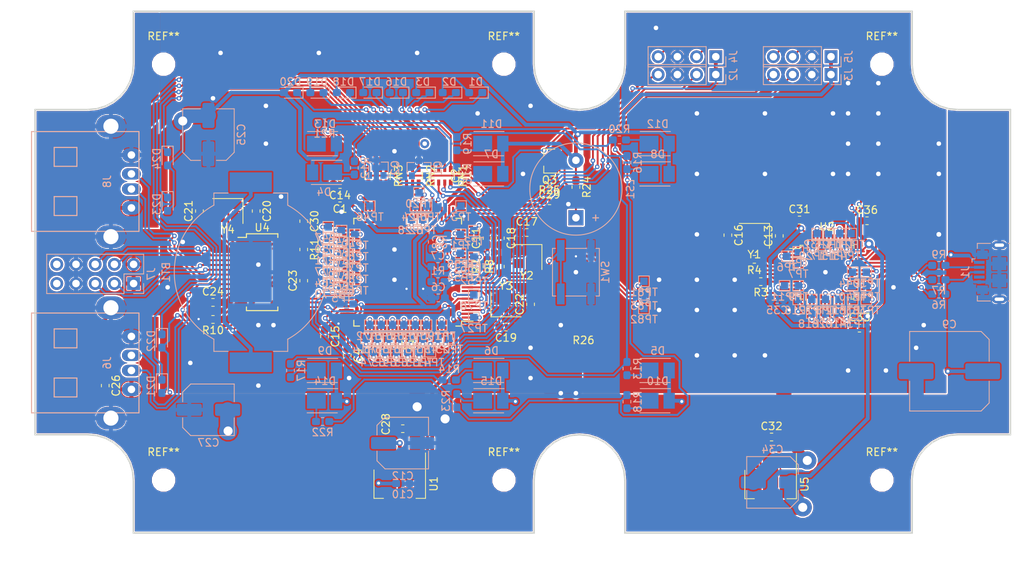
<source format=kicad_pcb>
(kicad_pcb (version 20171130) (host pcbnew "(5.0.1)")

  (general
    (thickness 1.6)
    (drawings 267)
    (tracks 1533)
    (zones 0)
    (modules 200)
    (nets 181)
  )

  (page A4)
  (layers
    (0 F.Cu signal)
    (31 B.Cu signal)
    (32 B.Adhes user hide)
    (33 F.Adhes user hide)
    (34 B.Paste user)
    (35 F.Paste user)
    (36 B.SilkS user)
    (37 F.SilkS user)
    (38 B.Mask user)
    (39 F.Mask user)
    (40 Dwgs.User user)
    (41 Cmts.User user)
    (42 Eco1.User user)
    (43 Eco2.User user)
    (44 Edge.Cuts user)
    (45 Margin user)
    (46 B.CrtYd user)
    (47 F.CrtYd user)
    (48 B.Fab user hide)
    (49 F.Fab user hide)
  )

  (setup
    (last_trace_width 0.25)
    (user_trace_width 0.1)
    (user_trace_width 0.15)
    (user_trace_width 0.2)
    (user_trace_width 0.3)
    (user_trace_width 0.5)
    (user_trace_width 0.8)
    (user_trace_width 1.2)
    (user_trace_width 2)
    (trace_clearance 0.2)
    (zone_clearance 0.1)
    (zone_45_only no)
    (trace_min 0.1)
    (segment_width 0.2)
    (edge_width 0.15)
    (via_size 0.6)
    (via_drill 0.3)
    (via_min_size 0.4)
    (via_min_drill 0.3)
    (user_via 0.6 0.3)
    (user_via 0.8 0.4)
    (user_via 1.2 0.6)
    (user_via 1.6 0.8)
    (user_via 2.4 1.2)
    (user_via 3 1.5)
    (user_via 3.5 2)
    (uvia_size 0.3)
    (uvia_drill 0.1)
    (uvias_allowed no)
    (uvia_min_size 0.2)
    (uvia_min_drill 0.1)
    (pcb_text_width 0.3)
    (pcb_text_size 1.5 1.5)
    (mod_edge_width 0.15)
    (mod_text_size 1 1)
    (mod_text_width 0.15)
    (pad_size 1.524 1.524)
    (pad_drill 0.762)
    (pad_to_mask_clearance 0.051)
    (solder_mask_min_width 0.25)
    (aux_axis_origin 0 0)
    (visible_elements FFFFFF7F)
    (pcbplotparams
      (layerselection 0x010fc_ffffffff)
      (usegerberextensions false)
      (usegerberattributes false)
      (usegerberadvancedattributes false)
      (creategerberjobfile false)
      (excludeedgelayer true)
      (linewidth 0.100000)
      (plotframeref false)
      (viasonmask false)
      (mode 1)
      (useauxorigin false)
      (hpglpennumber 1)
      (hpglpenspeed 20)
      (hpglpendiameter 15.000000)
      (psnegative false)
      (psa4output false)
      (plotreference true)
      (plotvalue true)
      (plotinvisibletext false)
      (padsonsilk false)
      (subtractmaskfromsilk false)
      (outputformat 1)
      (mirror false)
      (drillshape 1)
      (scaleselection 1)
      (outputdirectory ""))
  )

  (net 0 "")
  (net 1 GND)
  (net 2 "Net-(BT1-Pad1)")
  (net 3 +3V3)
  (net 4 VSSA)
  (net 5 VDDA)
  (net 6 VBUS)
  (net 7 "Net-(C13-Pad2)")
  (net 8 "Net-(C14-Pad1)")
  (net 9 "Net-(C15-Pad1)")
  (net 10 "Net-(C16-Pad2)")
  (net 11 "Net-(C17-Pad2)")
  (net 12 "Net-(C18-Pad2)")
  (net 13 "Net-(C19-Pad2)")
  (net 14 "Net-(C20-Pad1)")
  (net 15 "Net-(C21-Pad1)")
  (net 16 "Net-(C22-Pad2)")
  (net 17 /3V3_HUB)
  (net 18 "Net-(C24-Pad2)")
  (net 19 "Net-(C29-Pad1)")
  (net 20 /LED0)
  (net 21 /LED1)
  (net 22 /LED2)
  (net 23 "Net-(D4-Pad1)")
  (net 24 "Net-(D10-Pad1)")
  (net 25 /LED3)
  (net 26 /LED4)
  (net 27 /LED5)
  (net 28 /LED6)
  (net 29 /LED7)
  (net 30 /LED8)
  (net 31 /LED9)
  (net 32 /LED10)
  (net 33 /LED11)
  (net 34 "Net-(J1-Pad2)")
  (net 35 "Net-(J1-Pad4)")
  (net 36 "Net-(J1-Pad3)")
  (net 37 /SWCLKH)
  (net 38 /SWDIOH)
  (net 39 /DBGH_TX)
  (net 40 /DBGH_RX)
  (net 41 /SWDIOD)
  (net 42 /SWCLKD)
  (net 43 /DBGD_RX)
  (net 44 /DBGD_TX)
  (net 45 "Net-(J6-Pad2)")
  (net 46 "Net-(J6-Pad3)")
  (net 47 "Net-(J7-Pad3)")
  (net 48 "Net-(J7-Pad4)")
  (net 49 "Net-(J7-Pad5)")
  (net 50 "Net-(J7-Pad6)")
  (net 51 "Net-(J7-Pad9)")
  (net 52 "Net-(J7-Pad10)")
  (net 53 "Net-(J8-Pad3)")
  (net 54 "Net-(J8-Pad2)")
  (net 55 "Net-(LS1-Pad1)")
  (net 56 /ALARM_LED_BLUE)
  (net 57 /ALARM_LED_PINK)
  (net 58 "Net-(R2-Pad1)")
  (net 59 "Net-(R3-Pad2)")
  (net 60 +3.3VA)
  (net 61 "Net-(R5-Pad1)")
  (net 62 /USBD_DP)
  (net 63 /USBD_DM)
  (net 64 "Net-(R10-Pad1)")
  (net 65 /HUB_NRST)
  (net 66 /PIEZO_OUT)
  (net 67 "Net-(SW1-Pad2)")
  (net 68 "Net-(TP1-Pad1)")
  (net 69 "Net-(TP2-Pad1)")
  (net 70 "Net-(TP3-Pad1)")
  (net 71 "Net-(TP4-Pad1)")
  (net 72 "Net-(TP5-Pad1)")
  (net 73 "Net-(TP6-Pad1)")
  (net 74 "Net-(TP7-Pad1)")
  (net 75 "Net-(TP8-Pad1)")
  (net 76 "Net-(TP9-Pad1)")
  (net 77 "Net-(TP10-Pad1)")
  (net 78 "Net-(TP11-Pad1)")
  (net 79 "Net-(TP12-Pad1)")
  (net 80 "Net-(TP13-Pad1)")
  (net 81 "Net-(TP14-Pad1)")
  (net 82 "Net-(TP15-Pad1)")
  (net 83 "Net-(TP16-Pad1)")
  (net 84 "Net-(TP17-Pad1)")
  (net 85 "Net-(TP18-Pad1)")
  (net 86 "Net-(TP19-Pad1)")
  (net 87 "Net-(TP20-Pad1)")
  (net 88 "Net-(TP21-Pad1)")
  (net 89 "Net-(TP22-Pad1)")
  (net 90 "Net-(TP23-Pad1)")
  (net 91 "Net-(TP24-Pad1)")
  (net 92 "Net-(TP25-Pad1)")
  (net 93 "Net-(TP26-Pad1)")
  (net 94 "Net-(TP27-Pad1)")
  (net 95 "Net-(TP28-Pad1)")
  (net 96 "Net-(TP29-Pad1)")
  (net 97 "Net-(TP30-Pad1)")
  (net 98 "Net-(TP31-Pad1)")
  (net 99 "Net-(TP32-Pad1)")
  (net 100 "Net-(TP33-Pad1)")
  (net 101 "Net-(TP34-Pad1)")
  (net 102 "Net-(TP35-Pad1)")
  (net 103 "Net-(TP36-Pad1)")
  (net 104 "Net-(TP37-Pad1)")
  (net 105 "Net-(TP38-Pad1)")
  (net 106 "Net-(TP39-Pad1)")
  (net 107 "Net-(TP40-Pad1)")
  (net 108 "Net-(TP41-Pad1)")
  (net 109 "Net-(TP42-Pad1)")
  (net 110 "Net-(TP43-Pad1)")
  (net 111 "Net-(TP44-Pad1)")
  (net 112 "Net-(TP45-Pad1)")
  (net 113 "Net-(TP46-Pad1)")
  (net 114 "Net-(TP47-Pad1)")
  (net 115 "Net-(TP48-Pad1)")
  (net 116 "Net-(TP49-Pad1)")
  (net 117 "Net-(TP50-Pad1)")
  (net 118 "Net-(TP51-Pad1)")
  (net 119 "Net-(TP52-Pad1)")
  (net 120 "Net-(TP53-Pad1)")
  (net 121 "Net-(TP54-Pad1)")
  (net 122 "Net-(TP55-Pad1)")
  (net 123 "Net-(TP56-Pad1)")
  (net 124 "Net-(TP57-Pad1)")
  (net 125 "Net-(TP58-Pad1)")
  (net 126 "Net-(TP59-Pad1)")
  (net 127 "Net-(TP60-Pad1)")
  (net 128 "Net-(TP61-Pad1)")
  (net 129 "Net-(TP62-Pad1)")
  (net 130 "Net-(TP63-Pad1)")
  (net 131 "Net-(TP64-Pad1)")
  (net 132 "Net-(TP65-Pad1)")
  (net 133 "Net-(TP66-Pad1)")
  (net 134 "Net-(TP67-Pad1)")
  (net 135 "Net-(TP68-Pad1)")
  (net 136 "Net-(TP69-Pad1)")
  (net 137 "Net-(TP70-Pad1)")
  (net 138 "Net-(TP71-Pad1)")
  (net 139 "Net-(TP72-Pad1)")
  (net 140 "Net-(TP73-Pad1)")
  (net 141 "Net-(TP74-Pad1)")
  (net 142 "Net-(TP75-Pad1)")
  (net 143 "Net-(TP76-Pad1)")
  (net 144 "Net-(TP77-Pad1)")
  (net 145 "Net-(TP78-Pad1)")
  (net 146 "Net-(TP79-Pad1)")
  (net 147 "Net-(TP80-Pad1)")
  (net 148 GNDA)
  (net 149 /SECURE_IF_F4RX)
  (net 150 /SECURE_IF_F4TX)
  (net 151 /USBH_DM)
  (net 152 /USBH_DP)
  (net 153 "Net-(U4-Pad22)")
  (net 154 "Net-(U4-Pad23)")
  (net 155 "Net-(U4-Pad24)")
  (net 156 "Net-(U4-Pad25)")
  (net 157 "Net-(D1-Pad1)")
  (net 158 "Net-(D2-Pad1)")
  (net 159 "Net-(D3-Pad1)")
  (net 160 "Net-(D16-Pad1)")
  (net 161 "Net-(D17-Pad1)")
  (net 162 "Net-(D18-Pad1)")
  (net 163 "Net-(D19-Pad1)")
  (net 164 "Net-(D20-Pad1)")
  (net 165 "Net-(D21-Pad1)")
  (net 166 "Net-(D22-Pad1)")
  (net 167 "Net-(D23-Pad1)")
  (net 168 "Net-(D24-Pad1)")
  (net 169 "Net-(D5-Pad1)")
  (net 170 "Net-(D6-Pad1)")
  (net 171 "Net-(D7-Pad1)")
  (net 172 "Net-(D8-Pad1)")
  (net 173 "Net-(D9-Pad1)")
  (net 174 "Net-(D11-Pad1)")
  (net 175 "Net-(D12-Pad1)")
  (net 176 "Net-(D13-Pad1)")
  (net 177 "Net-(D14-Pad1)")
  (net 178 "Net-(D15-Pad1)")
  (net 179 "Net-(Q1-Pad2)")
  (net 180 "Net-(Q2-Pad2)")

  (net_class Default "This is the default net class."
    (clearance 0.2)
    (trace_width 0.25)
    (via_dia 0.6)
    (via_drill 0.3)
    (uvia_dia 0.3)
    (uvia_drill 0.1)
    (add_net +3.3VA)
    (add_net +3V3)
    (add_net /3V3_HUB)
    (add_net /ALARM_LED_BLUE)
    (add_net /ALARM_LED_PINK)
    (add_net /DBGD_RX)
    (add_net /DBGD_TX)
    (add_net /DBGH_RX)
    (add_net /DBGH_TX)
    (add_net /HUB_NRST)
    (add_net /LED0)
    (add_net /LED1)
    (add_net /LED10)
    (add_net /LED11)
    (add_net /LED2)
    (add_net /LED3)
    (add_net /LED4)
    (add_net /LED5)
    (add_net /LED6)
    (add_net /LED7)
    (add_net /LED8)
    (add_net /LED9)
    (add_net /PIEZO_OUT)
    (add_net /SECURE_IF_F4RX)
    (add_net /SECURE_IF_F4TX)
    (add_net /SWCLKD)
    (add_net /SWCLKH)
    (add_net /SWDIOD)
    (add_net /SWDIOH)
    (add_net /USBD_DM)
    (add_net /USBD_DP)
    (add_net /USBH_DM)
    (add_net /USBH_DP)
    (add_net GND)
    (add_net GNDA)
    (add_net "Net-(BT1-Pad1)")
    (add_net "Net-(C13-Pad2)")
    (add_net "Net-(C14-Pad1)")
    (add_net "Net-(C15-Pad1)")
    (add_net "Net-(C16-Pad2)")
    (add_net "Net-(C17-Pad2)")
    (add_net "Net-(C18-Pad2)")
    (add_net "Net-(C19-Pad2)")
    (add_net "Net-(C20-Pad1)")
    (add_net "Net-(C21-Pad1)")
    (add_net "Net-(C22-Pad2)")
    (add_net "Net-(C24-Pad2)")
    (add_net "Net-(C29-Pad1)")
    (add_net "Net-(D1-Pad1)")
    (add_net "Net-(D10-Pad1)")
    (add_net "Net-(D11-Pad1)")
    (add_net "Net-(D12-Pad1)")
    (add_net "Net-(D13-Pad1)")
    (add_net "Net-(D14-Pad1)")
    (add_net "Net-(D15-Pad1)")
    (add_net "Net-(D16-Pad1)")
    (add_net "Net-(D17-Pad1)")
    (add_net "Net-(D18-Pad1)")
    (add_net "Net-(D19-Pad1)")
    (add_net "Net-(D2-Pad1)")
    (add_net "Net-(D20-Pad1)")
    (add_net "Net-(D21-Pad1)")
    (add_net "Net-(D22-Pad1)")
    (add_net "Net-(D23-Pad1)")
    (add_net "Net-(D24-Pad1)")
    (add_net "Net-(D3-Pad1)")
    (add_net "Net-(D4-Pad1)")
    (add_net "Net-(D5-Pad1)")
    (add_net "Net-(D6-Pad1)")
    (add_net "Net-(D7-Pad1)")
    (add_net "Net-(D8-Pad1)")
    (add_net "Net-(D9-Pad1)")
    (add_net "Net-(J1-Pad2)")
    (add_net "Net-(J1-Pad3)")
    (add_net "Net-(J1-Pad4)")
    (add_net "Net-(J6-Pad2)")
    (add_net "Net-(J6-Pad3)")
    (add_net "Net-(J7-Pad10)")
    (add_net "Net-(J7-Pad3)")
    (add_net "Net-(J7-Pad4)")
    (add_net "Net-(J7-Pad5)")
    (add_net "Net-(J7-Pad6)")
    (add_net "Net-(J7-Pad9)")
    (add_net "Net-(J8-Pad2)")
    (add_net "Net-(J8-Pad3)")
    (add_net "Net-(LS1-Pad1)")
    (add_net "Net-(Q1-Pad2)")
    (add_net "Net-(Q2-Pad2)")
    (add_net "Net-(R10-Pad1)")
    (add_net "Net-(R2-Pad1)")
    (add_net "Net-(R3-Pad2)")
    (add_net "Net-(R5-Pad1)")
    (add_net "Net-(SW1-Pad2)")
    (add_net "Net-(TP1-Pad1)")
    (add_net "Net-(TP10-Pad1)")
    (add_net "Net-(TP11-Pad1)")
    (add_net "Net-(TP12-Pad1)")
    (add_net "Net-(TP13-Pad1)")
    (add_net "Net-(TP14-Pad1)")
    (add_net "Net-(TP15-Pad1)")
    (add_net "Net-(TP16-Pad1)")
    (add_net "Net-(TP17-Pad1)")
    (add_net "Net-(TP18-Pad1)")
    (add_net "Net-(TP19-Pad1)")
    (add_net "Net-(TP2-Pad1)")
    (add_net "Net-(TP20-Pad1)")
    (add_net "Net-(TP21-Pad1)")
    (add_net "Net-(TP22-Pad1)")
    (add_net "Net-(TP23-Pad1)")
    (add_net "Net-(TP24-Pad1)")
    (add_net "Net-(TP25-Pad1)")
    (add_net "Net-(TP26-Pad1)")
    (add_net "Net-(TP27-Pad1)")
    (add_net "Net-(TP28-Pad1)")
    (add_net "Net-(TP29-Pad1)")
    (add_net "Net-(TP3-Pad1)")
    (add_net "Net-(TP30-Pad1)")
    (add_net "Net-(TP31-Pad1)")
    (add_net "Net-(TP32-Pad1)")
    (add_net "Net-(TP33-Pad1)")
    (add_net "Net-(TP34-Pad1)")
    (add_net "Net-(TP35-Pad1)")
    (add_net "Net-(TP36-Pad1)")
    (add_net "Net-(TP37-Pad1)")
    (add_net "Net-(TP38-Pad1)")
    (add_net "Net-(TP39-Pad1)")
    (add_net "Net-(TP4-Pad1)")
    (add_net "Net-(TP40-Pad1)")
    (add_net "Net-(TP41-Pad1)")
    (add_net "Net-(TP42-Pad1)")
    (add_net "Net-(TP43-Pad1)")
    (add_net "Net-(TP44-Pad1)")
    (add_net "Net-(TP45-Pad1)")
    (add_net "Net-(TP46-Pad1)")
    (add_net "Net-(TP47-Pad1)")
    (add_net "Net-(TP48-Pad1)")
    (add_net "Net-(TP49-Pad1)")
    (add_net "Net-(TP5-Pad1)")
    (add_net "Net-(TP50-Pad1)")
    (add_net "Net-(TP51-Pad1)")
    (add_net "Net-(TP52-Pad1)")
    (add_net "Net-(TP53-Pad1)")
    (add_net "Net-(TP54-Pad1)")
    (add_net "Net-(TP55-Pad1)")
    (add_net "Net-(TP56-Pad1)")
    (add_net "Net-(TP57-Pad1)")
    (add_net "Net-(TP58-Pad1)")
    (add_net "Net-(TP59-Pad1)")
    (add_net "Net-(TP6-Pad1)")
    (add_net "Net-(TP60-Pad1)")
    (add_net "Net-(TP61-Pad1)")
    (add_net "Net-(TP62-Pad1)")
    (add_net "Net-(TP63-Pad1)")
    (add_net "Net-(TP64-Pad1)")
    (add_net "Net-(TP65-Pad1)")
    (add_net "Net-(TP66-Pad1)")
    (add_net "Net-(TP67-Pad1)")
    (add_net "Net-(TP68-Pad1)")
    (add_net "Net-(TP69-Pad1)")
    (add_net "Net-(TP7-Pad1)")
    (add_net "Net-(TP70-Pad1)")
    (add_net "Net-(TP71-Pad1)")
    (add_net "Net-(TP72-Pad1)")
    (add_net "Net-(TP73-Pad1)")
    (add_net "Net-(TP74-Pad1)")
    (add_net "Net-(TP75-Pad1)")
    (add_net "Net-(TP76-Pad1)")
    (add_net "Net-(TP77-Pad1)")
    (add_net "Net-(TP78-Pad1)")
    (add_net "Net-(TP79-Pad1)")
    (add_net "Net-(TP8-Pad1)")
    (add_net "Net-(TP80-Pad1)")
    (add_net "Net-(TP9-Pad1)")
    (add_net "Net-(U4-Pad22)")
    (add_net "Net-(U4-Pad23)")
    (add_net "Net-(U4-Pad24)")
    (add_net "Net-(U4-Pad25)")
    (add_net VBUS)
    (add_net VDDA)
    (add_net VSSA)
  )

  (module MountingHole:MountingHole_2.7mm_M2.5 (layer F.Cu) (tedit 56D1B4CB) (tstamp 5BF64D37)
    (at 96.48 108.49)
    (descr "Mounting Hole 2.7mm, no annular, M2.5")
    (tags "mounting hole 2.7mm no annular m2.5")
    (attr virtual)
    (fp_text reference REF** (at 0 -3.7) (layer F.SilkS)
      (effects (font (size 1 1) (thickness 0.15)))
    )
    (fp_text value MountingHole_2.7mm_M2.5 (at 0 3.7) (layer F.Fab)
      (effects (font (size 1 1) (thickness 0.15)))
    )
    (fp_text user %R (at 0.3 0) (layer F.Fab)
      (effects (font (size 1 1) (thickness 0.15)))
    )
    (fp_circle (center 0 0) (end 2.7 0) (layer Cmts.User) (width 0.15))
    (fp_circle (center 0 0) (end 2.95 0) (layer F.CrtYd) (width 0.05))
    (pad 1 np_thru_hole circle (at 0 0) (size 2.7 2.7) (drill 2.7) (layers *.Cu *.Mask))
  )

  (module MountingHole:MountingHole_2.7mm_M2.5 (layer F.Cu) (tedit 56D1B4CB) (tstamp 5BF64D29)
    (at 146.47 108.49)
    (descr "Mounting Hole 2.7mm, no annular, M2.5")
    (tags "mounting hole 2.7mm no annular m2.5")
    (attr virtual)
    (fp_text reference REF** (at 0 -3.7) (layer F.SilkS)
      (effects (font (size 1 1) (thickness 0.15)))
    )
    (fp_text value MountingHole_2.7mm_M2.5 (at 0 3.7) (layer F.Fab)
      (effects (font (size 1 1) (thickness 0.15)))
    )
    (fp_circle (center 0 0) (end 2.95 0) (layer F.CrtYd) (width 0.05))
    (fp_circle (center 0 0) (end 2.7 0) (layer Cmts.User) (width 0.15))
    (fp_text user %R (at 0.3 0) (layer F.Fab)
      (effects (font (size 1 1) (thickness 0.15)))
    )
    (pad 1 np_thru_hole circle (at 0 0) (size 2.7 2.7) (drill 2.7) (layers *.Cu *.Mask))
  )

  (module MountingHole:MountingHole_2.7mm_M2.5 (layer F.Cu) (tedit 56D1B4CB) (tstamp 5BF64D14)
    (at 146.47 53.49)
    (descr "Mounting Hole 2.7mm, no annular, M2.5")
    (tags "mounting hole 2.7mm no annular m2.5")
    (attr virtual)
    (fp_text reference REF** (at 0 -3.7) (layer F.SilkS)
      (effects (font (size 1 1) (thickness 0.15)))
    )
    (fp_text value MountingHole_2.7mm_M2.5 (at 0 3.7) (layer F.Fab)
      (effects (font (size 1 1) (thickness 0.15)))
    )
    (fp_text user %R (at 0.3 0) (layer F.Fab)
      (effects (font (size 1 1) (thickness 0.15)))
    )
    (fp_circle (center 0 0) (end 2.7 0) (layer Cmts.User) (width 0.15))
    (fp_circle (center 0 0) (end 2.95 0) (layer F.CrtYd) (width 0.05))
    (pad 1 np_thru_hole circle (at 0 0) (size 2.7 2.7) (drill 2.7) (layers *.Cu *.Mask))
  )

  (module MountingHole:MountingHole_2.7mm_M2.5 (layer F.Cu) (tedit 56D1B4CB) (tstamp 5BF64D06)
    (at 96.47 53.49)
    (descr "Mounting Hole 2.7mm, no annular, M2.5")
    (tags "mounting hole 2.7mm no annular m2.5")
    (attr virtual)
    (fp_text reference REF** (at 0 -3.7) (layer F.SilkS)
      (effects (font (size 1 1) (thickness 0.15)))
    )
    (fp_text value MountingHole_2.7mm_M2.5 (at 0 3.7) (layer F.Fab)
      (effects (font (size 1 1) (thickness 0.15)))
    )
    (fp_circle (center 0 0) (end 2.95 0) (layer F.CrtYd) (width 0.05))
    (fp_circle (center 0 0) (end 2.7 0) (layer Cmts.User) (width 0.15))
    (fp_text user %R (at 0.3 0) (layer F.Fab)
      (effects (font (size 1 1) (thickness 0.15)))
    )
    (pad 1 np_thru_hole circle (at 0 0) (size 2.7 2.7) (drill 2.7) (layers *.Cu *.Mask))
  )

  (module MountingHole:MountingHole_2.7mm_M2.5 (layer F.Cu) (tedit 56D1B4CB) (tstamp 5BF64CF8)
    (at 51.47 53.49)
    (descr "Mounting Hole 2.7mm, no annular, M2.5")
    (tags "mounting hole 2.7mm no annular m2.5")
    (attr virtual)
    (fp_text reference REF** (at 0 -3.7) (layer F.SilkS)
      (effects (font (size 1 1) (thickness 0.15)))
    )
    (fp_text value MountingHole_2.7mm_M2.5 (at 0 3.7) (layer F.Fab)
      (effects (font (size 1 1) (thickness 0.15)))
    )
    (fp_text user %R (at 0.3 0) (layer F.Fab)
      (effects (font (size 1 1) (thickness 0.15)))
    )
    (fp_circle (center 0 0) (end 2.7 0) (layer Cmts.User) (width 0.15))
    (fp_circle (center 0 0) (end 2.95 0) (layer F.CrtYd) (width 0.05))
    (pad 1 np_thru_hole circle (at 0 0) (size 2.7 2.7) (drill 2.7) (layers *.Cu *.Mask))
  )

  (module Resistor_SMD:R_0603_1608Metric_Pad1.05x0.95mm_HandSolder (layer B.Cu) (tedit 5B301BBD) (tstamp 5C23E93D)
    (at 89.25 95.25 180)
    (descr "Resistor SMD 0603 (1608 Metric), square (rectangular) end terminal, IPC_7351 nominal with elongated pad for handsoldering. (Body size source: http://www.tortai-tech.com/upload/download/2011102023233369053.pdf), generated with kicad-footprint-generator")
    (tags "resistor handsolder")
    (path /5C25EC8A)
    (attr smd)
    (fp_text reference R14 (at 0 1.43 180) (layer B.SilkS)
      (effects (font (size 1 1) (thickness 0.15)) (justify mirror))
    )
    (fp_text value 100 (at 0 -1.43 180) (layer B.Fab)
      (effects (font (size 1 1) (thickness 0.15)) (justify mirror))
    )
    (fp_line (start -0.8 -0.4) (end -0.8 0.4) (layer B.Fab) (width 0.1))
    (fp_line (start -0.8 0.4) (end 0.8 0.4) (layer B.Fab) (width 0.1))
    (fp_line (start 0.8 0.4) (end 0.8 -0.4) (layer B.Fab) (width 0.1))
    (fp_line (start 0.8 -0.4) (end -0.8 -0.4) (layer B.Fab) (width 0.1))
    (fp_line (start -0.171267 0.51) (end 0.171267 0.51) (layer B.SilkS) (width 0.12))
    (fp_line (start -0.171267 -0.51) (end 0.171267 -0.51) (layer B.SilkS) (width 0.12))
    (fp_line (start -1.65 -0.73) (end -1.65 0.73) (layer B.CrtYd) (width 0.05))
    (fp_line (start -1.65 0.73) (end 1.65 0.73) (layer B.CrtYd) (width 0.05))
    (fp_line (start 1.65 0.73) (end 1.65 -0.73) (layer B.CrtYd) (width 0.05))
    (fp_line (start 1.65 -0.73) (end -1.65 -0.73) (layer B.CrtYd) (width 0.05))
    (fp_text user %R (at 0 0 180) (layer B.Fab)
      (effects (font (size 0.4 0.4) (thickness 0.06)) (justify mirror))
    )
    (pad 1 smd roundrect (at -0.875 0 180) (size 1.05 0.95) (layers B.Cu B.Paste B.Mask) (roundrect_rratio 0.25)
      (net 170 "Net-(D6-Pad1)"))
    (pad 2 smd roundrect (at 0.875 0 180) (size 1.05 0.95) (layers B.Cu B.Paste B.Mask) (roundrect_rratio 0.25)
      (net 179 "Net-(Q1-Pad2)"))
    (model ${KISYS3DMOD}/Resistor_SMD.3dshapes/R_0603_1608Metric.wrl
      (at (xyz 0 0 0))
      (scale (xyz 1 1 1))
      (rotate (xyz 0 0 0))
    )
  )

  (module footprints:USB_A_FEMALE_THT (layer B.Cu) (tedit 5BF3A730) (tstamp 5C233C66)
    (at 44.5 69 90)
    (path /5C01D6A6)
    (fp_text reference J8 (at 0 -0.5 90) (layer B.SilkS)
      (effects (font (size 1 1) (thickness 0.15)) (justify mirror))
    )
    (fp_text value USB_A (at 0 0.5 90) (layer B.Fab)
      (effects (font (size 1 1) (thickness 0.15)) (justify mirror))
    )
    (fp_line (start 2 -4.5) (end 2 -7.5) (layer B.SilkS) (width 0.15))
    (fp_line (start 4.5 -7.5) (end 4.5 -4.5) (layer B.SilkS) (width 0.15))
    (fp_line (start 4.5 -4.5) (end 2 -4.5) (layer B.SilkS) (width 0.15))
    (fp_line (start 2 -7.5) (end 4.5 -7.5) (layer B.SilkS) (width 0.15))
    (fp_line (start -2 -4.5) (end -4.5 -4.5) (layer B.SilkS) (width 0.15))
    (fp_line (start -2 -7.5) (end -2 -4.5) (layer B.SilkS) (width 0.15))
    (fp_line (start -4.5 -7.5) (end -2 -7.5) (layer B.SilkS) (width 0.15))
    (fp_line (start -4.5 -4.5) (end -4.5 -7.5) (layer B.SilkS) (width 0.15))
    (fp_line (start -6.6 -10.5) (end 6.6 -10.5) (layer B.SilkS) (width 0.15))
    (fp_line (start 6.6 3.71) (end 6.6 -10.5) (layer B.SilkS) (width 0.15))
    (fp_line (start -6.6 3.71) (end -6.6 -10.5) (layer B.SilkS) (width 0.15))
    (fp_line (start -6.6 3.71) (end 6.6 3.71) (layer B.SilkS) (width 0.15))
    (pad 5 thru_hole oval (at -7.3 0 90) (size 3 4) (drill 2) (layers *.Cu *.Mask)
      (net 1 GND))
    (pad 5 thru_hole oval (at 7.3 0 90) (size 3 4) (drill 2) (layers *.Cu *.Mask)
      (net 1 GND))
    (pad 1 thru_hole oval (at -3.5 2.71 90) (size 1.8 2.5) (drill 1) (layers *.Cu *.Mask)
      (net 6 VBUS))
    (pad 4 thru_hole oval (at 3.5 2.71 90) (size 1.8 2.5) (drill 1) (layers *.Cu *.Mask)
      (net 1 GND))
    (pad 3 thru_hole oval (at 1 2.71 90) (size 1.5 2.5) (drill 1) (layers *.Cu *.Mask)
      (net 53 "Net-(J8-Pad3)"))
    (pad 2 thru_hole oval (at -1 2.71 90) (size 1.5 2.5) (drill 1) (layers *.Cu *.Mask)
      (net 54 "Net-(J8-Pad2)"))
  )

  (module Capacitor_SMD:C_Elec_10x10.2 (layer B.Cu) (tedit 5BC8D926) (tstamp 5C23840D)
    (at 155.4 94.1 180)
    (descr "SMD capacitor, aluminum electrolytic nonpolar, 10.0x10.2mm")
    (tags "capacitor electrolyic nonpolar")
    (path /5BEF69F7)
    (attr smd)
    (fp_text reference C9 (at 0 6.2 180) (layer B.SilkS)
      (effects (font (size 1 1) (thickness 0.15)) (justify mirror))
    )
    (fp_text value 220u (at 0 -6.2 180) (layer B.Fab)
      (effects (font (size 1 1) (thickness 0.15)) (justify mirror))
    )
    (fp_circle (center 0 0) (end 5 0) (layer B.Fab) (width 0.1))
    (fp_line (start 5.15 5.15) (end 5.15 -5.15) (layer B.Fab) (width 0.1))
    (fp_line (start -4.15 5.15) (end 5.15 5.15) (layer B.Fab) (width 0.1))
    (fp_line (start -4.15 -5.15) (end 5.15 -5.15) (layer B.Fab) (width 0.1))
    (fp_line (start -5.15 4.15) (end -5.15 -4.15) (layer B.Fab) (width 0.1))
    (fp_line (start -5.15 4.15) (end -4.15 5.15) (layer B.Fab) (width 0.1))
    (fp_line (start -5.15 -4.15) (end -4.15 -5.15) (layer B.Fab) (width 0.1))
    (fp_line (start 5.26 -5.26) (end 5.26 -1.31) (layer B.SilkS) (width 0.12))
    (fp_line (start 5.26 5.26) (end 5.26 1.31) (layer B.SilkS) (width 0.12))
    (fp_line (start -4.195563 5.26) (end 5.26 5.26) (layer B.SilkS) (width 0.12))
    (fp_line (start -4.195563 -5.26) (end 5.26 -5.26) (layer B.SilkS) (width 0.12))
    (fp_line (start -5.26 -4.195563) (end -5.26 -1.31) (layer B.SilkS) (width 0.12))
    (fp_line (start -5.26 4.195563) (end -5.26 1.31) (layer B.SilkS) (width 0.12))
    (fp_line (start -5.26 4.195563) (end -4.195563 5.26) (layer B.SilkS) (width 0.12))
    (fp_line (start -5.26 -4.195563) (end -4.195563 -5.26) (layer B.SilkS) (width 0.12))
    (fp_line (start 5.4 5.4) (end 5.4 1.3) (layer B.CrtYd) (width 0.05))
    (fp_line (start 5.4 1.3) (end 6.95 1.3) (layer B.CrtYd) (width 0.05))
    (fp_line (start 6.95 1.3) (end 6.95 -1.3) (layer B.CrtYd) (width 0.05))
    (fp_line (start 6.95 -1.3) (end 5.4 -1.3) (layer B.CrtYd) (width 0.05))
    (fp_line (start 5.4 -1.3) (end 5.4 -5.4) (layer B.CrtYd) (width 0.05))
    (fp_line (start -4.25 -5.4) (end 5.4 -5.4) (layer B.CrtYd) (width 0.05))
    (fp_line (start -4.25 5.4) (end 5.4 5.4) (layer B.CrtYd) (width 0.05))
    (fp_line (start -5.4 -4.25) (end -4.25 -5.4) (layer B.CrtYd) (width 0.05))
    (fp_line (start -5.4 4.25) (end -4.25 5.4) (layer B.CrtYd) (width 0.05))
    (fp_line (start -5.4 4.25) (end -5.4 1.3) (layer B.CrtYd) (width 0.05))
    (fp_line (start -5.4 -1.3) (end -5.4 -4.25) (layer B.CrtYd) (width 0.05))
    (fp_line (start -5.4 1.3) (end -6.95 1.3) (layer B.CrtYd) (width 0.05))
    (fp_line (start -6.95 1.3) (end -6.95 -1.3) (layer B.CrtYd) (width 0.05))
    (fp_line (start -6.95 -1.3) (end -5.4 -1.3) (layer B.CrtYd) (width 0.05))
    (fp_text user %R (at 0 0 180) (layer B.Fab)
      (effects (font (size 1 1) (thickness 0.15)) (justify mirror))
    )
    (pad 1 smd roundrect (at -4.4 0 180) (size 4.6 2.1) (layers B.Cu B.Paste B.Mask) (roundrect_rratio 0.119048)
      (net 6 VBUS))
    (pad 2 smd roundrect (at 4.4 0 180) (size 4.6 2.1) (layers B.Cu B.Paste B.Mask) (roundrect_rratio 0.119048)
      (net 1 GND))
    (model ${KISYS3DMOD}/Capacitor_SMD.3dshapes/C_Elec_10x10.2.wrl
      (at (xyz 0 0 0))
      (scale (xyz 1 1 1))
      (rotate (xyz 0 0 0))
    )
  )

  (module TestPoint:TestPoint_Pad_1.0x1.0mm (layer B.Cu) (tedit 5A0F774F) (tstamp 5C0F0DA3)
    (at 90.8 72.25)
    (descr "SMD rectangular pad as test Point, square 1.0mm side length")
    (tags "test point SMD pad rectangle square")
    (path /5CBBAA24)
    (attr virtual)
    (fp_text reference TP3 (at 0 1.448) (layer B.SilkS)
      (effects (font (size 1 1) (thickness 0.15)) (justify mirror))
    )
    (fp_text value TestPoint_Alt (at 0 -1.55) (layer B.Fab)
      (effects (font (size 1 1) (thickness 0.15)) (justify mirror))
    )
    (fp_line (start 1 -1) (end -1 -1) (layer B.CrtYd) (width 0.05))
    (fp_line (start 1 -1) (end 1 1) (layer B.CrtYd) (width 0.05))
    (fp_line (start -1 1) (end -1 -1) (layer B.CrtYd) (width 0.05))
    (fp_line (start -1 1) (end 1 1) (layer B.CrtYd) (width 0.05))
    (fp_line (start -0.7 -0.7) (end -0.7 0.7) (layer B.SilkS) (width 0.12))
    (fp_line (start 0.7 -0.7) (end -0.7 -0.7) (layer B.SilkS) (width 0.12))
    (fp_line (start 0.7 0.7) (end 0.7 -0.7) (layer B.SilkS) (width 0.12))
    (fp_line (start -0.7 0.7) (end 0.7 0.7) (layer B.SilkS) (width 0.12))
    (fp_text user %R (at 0 1.45) (layer B.Fab)
      (effects (font (size 1 1) (thickness 0.15)) (justify mirror))
    )
    (pad 1 smd rect (at 0 0) (size 1 1) (layers B.Cu B.Mask)
      (net 70 "Net-(TP3-Pad1)"))
  )

  (module TestPoint:TestPoint_Pad_1.0x1.0mm (layer B.Cu) (tedit 5A0F774F) (tstamp 5C0F4B3F)
    (at 73.25 75)
    (descr "SMD rectangular pad as test Point, square 1.0mm side length")
    (tags "test point SMD pad rectangle square")
    (path /5CC968FC)
    (attr virtual)
    (fp_text reference TP47 (at 0 1.448) (layer B.SilkS)
      (effects (font (size 1 1) (thickness 0.15)) (justify mirror))
    )
    (fp_text value TestPoint_Alt (at 0 -1.55) (layer B.Fab)
      (effects (font (size 1 1) (thickness 0.15)) (justify mirror))
    )
    (fp_line (start 1 -1) (end -1 -1) (layer B.CrtYd) (width 0.05))
    (fp_line (start 1 -1) (end 1 1) (layer B.CrtYd) (width 0.05))
    (fp_line (start -1 1) (end -1 -1) (layer B.CrtYd) (width 0.05))
    (fp_line (start -1 1) (end 1 1) (layer B.CrtYd) (width 0.05))
    (fp_line (start -0.7 -0.7) (end -0.7 0.7) (layer B.SilkS) (width 0.12))
    (fp_line (start 0.7 -0.7) (end -0.7 -0.7) (layer B.SilkS) (width 0.12))
    (fp_line (start 0.7 0.7) (end 0.7 -0.7) (layer B.SilkS) (width 0.12))
    (fp_line (start -0.7 0.7) (end 0.7 0.7) (layer B.SilkS) (width 0.12))
    (fp_text user %R (at 0 1.45) (layer B.Fab)
      (effects (font (size 1 1) (thickness 0.15)) (justify mirror))
    )
    (pad 1 smd rect (at 0 0) (size 1 1) (layers B.Cu B.Mask)
      (net 114 "Net-(TP47-Pad1)"))
  )

  (module Battery:BatteryHolder_MPD_BC2003_1x2032 (layer B.Cu) (tedit 5AED2918) (tstamp 5C23D070)
    (at 63 81 270)
    (descr http://www.memoryprotectiondevices.com/datasheets/BC-2003-datasheet.pdf)
    (tags "BC2003 CR2032 2032 Battery Holder")
    (path /5BF6C982)
    (attr smd)
    (fp_text reference BT1 (at 0 11.2 270) (layer B.SilkS)
      (effects (font (size 1 1) (thickness 0.15)) (justify mirror))
    )
    (fp_text value CR2032 (at 0 -11.2 270) (layer B.Fab)
      (effects (font (size 1 1) (thickness 0.15)) (justify mirror))
    )
    (fp_line (start -10.35 -4.765) (end 10.35 -4.765) (layer B.Fab) (width 0.1))
    (fp_line (start -10.35 4.765) (end 10.35 4.765) (layer B.Fab) (width 0.1))
    (fp_line (start -10.35 -4.765) (end -10.35 4.765) (layer B.Fab) (width 0.1))
    (fp_line (start 10.35 -4.765) (end 10.35 4.765) (layer B.Fab) (width 0.1))
    (fp_line (start 10.35 -2.525) (end 12 -2.525) (layer B.Fab) (width 0.1))
    (fp_line (start 10.35 2.525) (end 12 2.525) (layer B.Fab) (width 0.1))
    (fp_line (start 12.7 1.825) (end 12 2.525) (layer B.Fab) (width 0.1))
    (fp_line (start 12.7 -1.825) (end 12 -2.525) (layer B.Fab) (width 0.1))
    (fp_line (start 12.7 1.825) (end 12.7 -1.825) (layer B.Fab) (width 0.1))
    (fp_line (start -10.35 2.525) (end -12 2.525) (layer B.Fab) (width 0.1))
    (fp_line (start -10.35 -2.525) (end -12 -2.525) (layer B.Fab) (width 0.1))
    (fp_line (start -12.7 1.825) (end -12 2.525) (layer B.Fab) (width 0.1))
    (fp_line (start -12.7 -1.825) (end -12 -2.525) (layer B.Fab) (width 0.1))
    (fp_line (start -12.7 1.825) (end -12.7 -1.825) (layer B.Fab) (width 0.1))
    (fp_text user %R (at 0 0 270) (layer B.Fab)
      (effects (font (size 1 1) (thickness 0.15)) (justify mirror))
    )
    (fp_line (start -10.47 4.885) (end -8.86291 4.885) (layer B.SilkS) (width 0.12))
    (fp_line (start -10.47 3) (end -10.47 4.885) (layer B.SilkS) (width 0.12))
    (fp_line (start 10.47 3) (end 10.47 4.885) (layer B.SilkS) (width 0.12))
    (fp_line (start -10.47 -3) (end -10.47 -4.885) (layer B.SilkS) (width 0.12))
    (fp_line (start 10.47 -3) (end 10.47 -4.885) (layer B.SilkS) (width 0.12))
    (fp_line (start 10.47 4.885) (end 8.86291 4.885) (layer B.SilkS) (width 0.12))
    (fp_line (start -10.47 -4.885) (end -8.86291 -4.885) (layer B.SilkS) (width 0.12))
    (fp_line (start 10.47 -4.885) (end 8.86291 -4.885) (layer B.SilkS) (width 0.12))
    (fp_line (start 8.94 5.01) (end 10.6 5.01) (layer B.CrtYd) (width 0.05))
    (fp_line (start 10.6 5.01) (end 10.6 3.03) (layer B.CrtYd) (width 0.05))
    (fp_line (start 10.6 3.03) (end 13.45 3.03) (layer B.CrtYd) (width 0.05))
    (fp_line (start 13.45 3.03) (end 13.45 -3.03) (layer B.CrtYd) (width 0.05))
    (fp_line (start 10.6 -3.03) (end 13.45 -3.03) (layer B.CrtYd) (width 0.05))
    (fp_line (start 10.6 -5.01) (end 10.6 -3.03) (layer B.CrtYd) (width 0.05))
    (fp_arc (start 0 0) (end 8.94 5.01) (angle 121.4) (layer B.CrtYd) (width 0.05))
    (fp_line (start 8.94 -5.01) (end 10.6 -5.01) (layer B.CrtYd) (width 0.05))
    (fp_line (start -8.94 5.01) (end -10.6 5.01) (layer B.CrtYd) (width 0.05))
    (fp_line (start -10.6 5.01) (end -10.6 3.03) (layer B.CrtYd) (width 0.05))
    (fp_line (start -10.6 3.03) (end -13.45 3.03) (layer B.CrtYd) (width 0.05))
    (fp_line (start -13.45 3.03) (end -13.45 -3.03) (layer B.CrtYd) (width 0.05))
    (fp_line (start -13.45 -3.03) (end -10.6 -3.03) (layer B.CrtYd) (width 0.05))
    (fp_line (start -10.6 -5.01) (end -10.6 -3.03) (layer B.CrtYd) (width 0.05))
    (fp_line (start -10.6 -5.01) (end -8.94 -5.01) (layer B.CrtYd) (width 0.05))
    (fp_arc (start 0 0) (end -8.94 -5.01) (angle 121.3) (layer B.CrtYd) (width 0.05))
    (fp_arc (start 0 0) (end 8.86291 4.885) (angle 122.2752329) (layer B.SilkS) (width 0.12))
    (fp_arc (start 0 0) (end -8.86291 -4.885) (angle 122.3) (layer B.SilkS) (width 0.12))
    (pad 2 smd rect (at 0 0 270) (size 8 5.56) (layers B.Cu B.Paste B.Mask)
      (net 1 GND))
    (pad 1 smd rect (at 11.905 0 270) (size 2.6 5.56) (layers B.Cu B.Paste B.Mask)
      (net 2 "Net-(BT1-Pad1)"))
    (pad 1 smd rect (at -11.905 0 270) (size 2.6 5.56) (layers B.Cu B.Paste B.Mask)
      (net 2 "Net-(BT1-Pad1)"))
    (model ${KISYS3DMOD}/Battery.3dshapes/BatteryHolder_MPD_BC2003_1x2032.wrl
      (at (xyz 0 0 0))
      (scale (xyz 1 1 1))
      (rotate (xyz 0 0 0))
    )
  )

  (module Capacitor_SMD:C_0603_1608Metric_Pad1.05x0.95mm_HandSolder (layer F.Cu) (tedit 5B301BBE) (tstamp 5C0E9A35)
    (at 74.8 71.2 180)
    (descr "Capacitor SMD 0603 (1608 Metric), square (rectangular) end terminal, IPC_7351 nominal with elongated pad for handsoldering. (Body size source: http://www.tortai-tech.com/upload/download/2011102023233369053.pdf), generated with kicad-footprint-generator")
    (tags "capacitor handsolder")
    (path /5BF62211)
    (attr smd)
    (fp_text reference C1 (at 0 -1.43 180) (layer F.SilkS)
      (effects (font (size 1 1) (thickness 0.15)))
    )
    (fp_text value 100n (at 0 1.43 180) (layer F.Fab)
      (effects (font (size 1 1) (thickness 0.15)))
    )
    (fp_text user %R (at 0 0 180) (layer F.Fab)
      (effects (font (size 0.4 0.4) (thickness 0.06)))
    )
    (fp_line (start 1.65 0.73) (end -1.65 0.73) (layer F.CrtYd) (width 0.05))
    (fp_line (start 1.65 -0.73) (end 1.65 0.73) (layer F.CrtYd) (width 0.05))
    (fp_line (start -1.65 -0.73) (end 1.65 -0.73) (layer F.CrtYd) (width 0.05))
    (fp_line (start -1.65 0.73) (end -1.65 -0.73) (layer F.CrtYd) (width 0.05))
    (fp_line (start -0.171267 0.51) (end 0.171267 0.51) (layer F.SilkS) (width 0.12))
    (fp_line (start -0.171267 -0.51) (end 0.171267 -0.51) (layer F.SilkS) (width 0.12))
    (fp_line (start 0.8 0.4) (end -0.8 0.4) (layer F.Fab) (width 0.1))
    (fp_line (start 0.8 -0.4) (end 0.8 0.4) (layer F.Fab) (width 0.1))
    (fp_line (start -0.8 -0.4) (end 0.8 -0.4) (layer F.Fab) (width 0.1))
    (fp_line (start -0.8 0.4) (end -0.8 -0.4) (layer F.Fab) (width 0.1))
    (pad 2 smd roundrect (at 0.875 0 180) (size 1.05 0.95) (layers F.Cu F.Paste F.Mask) (roundrect_rratio 0.25)
      (net 1 GND))
    (pad 1 smd roundrect (at -0.875 0 180) (size 1.05 0.95) (layers F.Cu F.Paste F.Mask) (roundrect_rratio 0.25)
      (net 3 +3V3))
    (model ${KISYS3DMOD}/Capacitor_SMD.3dshapes/C_0603_1608Metric.wrl
      (at (xyz 0 0 0))
      (scale (xyz 1 1 1))
      (rotate (xyz 0 0 0))
    )
  )

  (module Capacitor_SMD:C_0603_1608Metric_Pad1.05x0.95mm_HandSolder (layer F.Cu) (tedit 5B301BBE) (tstamp 5C0F11CA)
    (at 91.5 68.25 90)
    (descr "Capacitor SMD 0603 (1608 Metric), square (rectangular) end terminal, IPC_7351 nominal with elongated pad for handsoldering. (Body size source: http://www.tortai-tech.com/upload/download/2011102023233369053.pdf), generated with kicad-footprint-generator")
    (tags "capacitor handsolder")
    (path /5BF6342B)
    (attr smd)
    (fp_text reference C2 (at 0 -1.43 90) (layer F.SilkS)
      (effects (font (size 1 1) (thickness 0.15)))
    )
    (fp_text value 100n (at 0 1.43 90) (layer F.Fab)
      (effects (font (size 1 1) (thickness 0.15)))
    )
    (fp_line (start -0.8 0.4) (end -0.8 -0.4) (layer F.Fab) (width 0.1))
    (fp_line (start -0.8 -0.4) (end 0.8 -0.4) (layer F.Fab) (width 0.1))
    (fp_line (start 0.8 -0.4) (end 0.8 0.4) (layer F.Fab) (width 0.1))
    (fp_line (start 0.8 0.4) (end -0.8 0.4) (layer F.Fab) (width 0.1))
    (fp_line (start -0.171267 -0.51) (end 0.171267 -0.51) (layer F.SilkS) (width 0.12))
    (fp_line (start -0.171267 0.51) (end 0.171267 0.51) (layer F.SilkS) (width 0.12))
    (fp_line (start -1.65 0.73) (end -1.65 -0.73) (layer F.CrtYd) (width 0.05))
    (fp_line (start -1.65 -0.73) (end 1.65 -0.73) (layer F.CrtYd) (width 0.05))
    (fp_line (start 1.65 -0.73) (end 1.65 0.73) (layer F.CrtYd) (width 0.05))
    (fp_line (start 1.65 0.73) (end -1.65 0.73) (layer F.CrtYd) (width 0.05))
    (fp_text user %R (at 0 0 90) (layer F.Fab)
      (effects (font (size 0.4 0.4) (thickness 0.06)))
    )
    (pad 1 smd roundrect (at -0.875 0 90) (size 1.05 0.95) (layers F.Cu F.Paste F.Mask) (roundrect_rratio 0.25)
      (net 3 +3V3))
    (pad 2 smd roundrect (at 0.875 0 90) (size 1.05 0.95) (layers F.Cu F.Paste F.Mask) (roundrect_rratio 0.25)
      (net 1 GND))
    (model ${KISYS3DMOD}/Capacitor_SMD.3dshapes/C_0603_1608Metric.wrl
      (at (xyz 0 0 0))
      (scale (xyz 1 1 1))
      (rotate (xyz 0 0 0))
    )
  )

  (module Capacitor_SMD:C_0603_1608Metric_Pad1.05x0.95mm_HandSolder (layer F.Cu) (tedit 5B301BBE) (tstamp 5C0E9A68)
    (at 75.75 92 270)
    (descr "Capacitor SMD 0603 (1608 Metric), square (rectangular) end terminal, IPC_7351 nominal with elongated pad for handsoldering. (Body size source: http://www.tortai-tech.com/upload/download/2011102023233369053.pdf), generated with kicad-footprint-generator")
    (tags "capacitor handsolder")
    (path /5BF6483B)
    (attr smd)
    (fp_text reference C4 (at 0 -1.43 270) (layer F.SilkS)
      (effects (font (size 1 1) (thickness 0.15)))
    )
    (fp_text value 100n (at 0 1.43 270) (layer F.Fab)
      (effects (font (size 1 1) (thickness 0.15)))
    )
    (fp_text user %R (at 0 0 270) (layer F.Fab)
      (effects (font (size 0.4 0.4) (thickness 0.06)))
    )
    (fp_line (start 1.65 0.73) (end -1.65 0.73) (layer F.CrtYd) (width 0.05))
    (fp_line (start 1.65 -0.73) (end 1.65 0.73) (layer F.CrtYd) (width 0.05))
    (fp_line (start -1.65 -0.73) (end 1.65 -0.73) (layer F.CrtYd) (width 0.05))
    (fp_line (start -1.65 0.73) (end -1.65 -0.73) (layer F.CrtYd) (width 0.05))
    (fp_line (start -0.171267 0.51) (end 0.171267 0.51) (layer F.SilkS) (width 0.12))
    (fp_line (start -0.171267 -0.51) (end 0.171267 -0.51) (layer F.SilkS) (width 0.12))
    (fp_line (start 0.8 0.4) (end -0.8 0.4) (layer F.Fab) (width 0.1))
    (fp_line (start 0.8 -0.4) (end 0.8 0.4) (layer F.Fab) (width 0.1))
    (fp_line (start -0.8 -0.4) (end 0.8 -0.4) (layer F.Fab) (width 0.1))
    (fp_line (start -0.8 0.4) (end -0.8 -0.4) (layer F.Fab) (width 0.1))
    (pad 2 smd roundrect (at 0.875 0 270) (size 1.05 0.95) (layers F.Cu F.Paste F.Mask) (roundrect_rratio 0.25)
      (net 1 GND))
    (pad 1 smd roundrect (at -0.875 0 270) (size 1.05 0.95) (layers F.Cu F.Paste F.Mask) (roundrect_rratio 0.25)
      (net 3 +3V3))
    (model ${KISYS3DMOD}/Capacitor_SMD.3dshapes/C_0603_1608Metric.wrl
      (at (xyz 0 0 0))
      (scale (xyz 1 1 1))
      (rotate (xyz 0 0 0))
    )
  )

  (module Capacitor_SMD:C_0603_1608Metric_Pad1.05x0.95mm_HandSolder (layer B.Cu) (tedit 5B301BBE) (tstamp 5C0E9A79)
    (at 75.675 85.2 180)
    (descr "Capacitor SMD 0603 (1608 Metric), square (rectangular) end terminal, IPC_7351 nominal with elongated pad for handsoldering. (Body size source: http://www.tortai-tech.com/upload/download/2011102023233369053.pdf), generated with kicad-footprint-generator")
    (tags "capacitor handsolder")
    (path /5BF65555)
    (attr smd)
    (fp_text reference C5 (at 0 1.43 180) (layer B.SilkS)
      (effects (font (size 1 1) (thickness 0.15)) (justify mirror))
    )
    (fp_text value 100n (at 0 -1.43 180) (layer B.Fab)
      (effects (font (size 1 1) (thickness 0.15)) (justify mirror))
    )
    (fp_text user %R (at 0 0 180) (layer B.Fab)
      (effects (font (size 0.4 0.4) (thickness 0.06)) (justify mirror))
    )
    (fp_line (start 1.65 -0.73) (end -1.65 -0.73) (layer B.CrtYd) (width 0.05))
    (fp_line (start 1.65 0.73) (end 1.65 -0.73) (layer B.CrtYd) (width 0.05))
    (fp_line (start -1.65 0.73) (end 1.65 0.73) (layer B.CrtYd) (width 0.05))
    (fp_line (start -1.65 -0.73) (end -1.65 0.73) (layer B.CrtYd) (width 0.05))
    (fp_line (start -0.171267 -0.51) (end 0.171267 -0.51) (layer B.SilkS) (width 0.12))
    (fp_line (start -0.171267 0.51) (end 0.171267 0.51) (layer B.SilkS) (width 0.12))
    (fp_line (start 0.8 -0.4) (end -0.8 -0.4) (layer B.Fab) (width 0.1))
    (fp_line (start 0.8 0.4) (end 0.8 -0.4) (layer B.Fab) (width 0.1))
    (fp_line (start -0.8 0.4) (end 0.8 0.4) (layer B.Fab) (width 0.1))
    (fp_line (start -0.8 -0.4) (end -0.8 0.4) (layer B.Fab) (width 0.1))
    (pad 2 smd roundrect (at 0.875 0 180) (size 1.05 0.95) (layers B.Cu B.Paste B.Mask) (roundrect_rratio 0.25)
      (net 1 GND))
    (pad 1 smd roundrect (at -0.875 0 180) (size 1.05 0.95) (layers B.Cu B.Paste B.Mask) (roundrect_rratio 0.25)
      (net 3 +3V3))
    (model ${KISYS3DMOD}/Capacitor_SMD.3dshapes/C_0603_1608Metric.wrl
      (at (xyz 0 0 0))
      (scale (xyz 1 1 1))
      (rotate (xyz 0 0 0))
    )
  )

  (module Capacitor_SMD:C_0603_1608Metric_Pad1.05x0.95mm_HandSolder (layer B.Cu) (tedit 5B301BBE) (tstamp 5C0E9A8A)
    (at 87.8 84.4 180)
    (descr "Capacitor SMD 0603 (1608 Metric), square (rectangular) end terminal, IPC_7351 nominal with elongated pad for handsoldering. (Body size source: http://www.tortai-tech.com/upload/download/2011102023233369053.pdf), generated with kicad-footprint-generator")
    (tags "capacitor handsolder")
    (path /5BF65AAF)
    (attr smd)
    (fp_text reference C6 (at 0 1.43 180) (layer B.SilkS)
      (effects (font (size 1 1) (thickness 0.15)) (justify mirror))
    )
    (fp_text value 100n (at 0 -1.43 180) (layer B.Fab)
      (effects (font (size 1 1) (thickness 0.15)) (justify mirror))
    )
    (fp_line (start -0.8 -0.4) (end -0.8 0.4) (layer B.Fab) (width 0.1))
    (fp_line (start -0.8 0.4) (end 0.8 0.4) (layer B.Fab) (width 0.1))
    (fp_line (start 0.8 0.4) (end 0.8 -0.4) (layer B.Fab) (width 0.1))
    (fp_line (start 0.8 -0.4) (end -0.8 -0.4) (layer B.Fab) (width 0.1))
    (fp_line (start -0.171267 0.51) (end 0.171267 0.51) (layer B.SilkS) (width 0.12))
    (fp_line (start -0.171267 -0.51) (end 0.171267 -0.51) (layer B.SilkS) (width 0.12))
    (fp_line (start -1.65 -0.73) (end -1.65 0.73) (layer B.CrtYd) (width 0.05))
    (fp_line (start -1.65 0.73) (end 1.65 0.73) (layer B.CrtYd) (width 0.05))
    (fp_line (start 1.65 0.73) (end 1.65 -0.73) (layer B.CrtYd) (width 0.05))
    (fp_line (start 1.65 -0.73) (end -1.65 -0.73) (layer B.CrtYd) (width 0.05))
    (fp_text user %R (at 0 0 180) (layer B.Fab)
      (effects (font (size 0.4 0.4) (thickness 0.06)) (justify mirror))
    )
    (pad 1 smd roundrect (at -0.875 0 180) (size 1.05 0.95) (layers B.Cu B.Paste B.Mask) (roundrect_rratio 0.25)
      (net 3 +3V3))
    (pad 2 smd roundrect (at 0.875 0 180) (size 1.05 0.95) (layers B.Cu B.Paste B.Mask) (roundrect_rratio 0.25)
      (net 1 GND))
    (model ${KISYS3DMOD}/Capacitor_SMD.3dshapes/C_0603_1608Metric.wrl
      (at (xyz 0 0 0))
      (scale (xyz 1 1 1))
      (rotate (xyz 0 0 0))
    )
  )

  (module Capacitor_SMD:C_0603_1608Metric_Pad1.05x0.95mm_HandSolder (layer B.Cu) (tedit 5B301BBE) (tstamp 5C0E9A9B)
    (at 87.75 80.25 180)
    (descr "Capacitor SMD 0603 (1608 Metric), square (rectangular) end terminal, IPC_7351 nominal with elongated pad for handsoldering. (Body size source: http://www.tortai-tech.com/upload/download/2011102023233369053.pdf), generated with kicad-footprint-generator")
    (tags "capacitor handsolder")
    (path /5BF38053)
    (attr smd)
    (fp_text reference C7 (at 0 1.43 180) (layer B.SilkS)
      (effects (font (size 1 1) (thickness 0.15)) (justify mirror))
    )
    (fp_text value 100n (at 0 -1.43 180) (layer B.Fab)
      (effects (font (size 1 1) (thickness 0.15)) (justify mirror))
    )
    (fp_line (start -0.8 -0.4) (end -0.8 0.4) (layer B.Fab) (width 0.1))
    (fp_line (start -0.8 0.4) (end 0.8 0.4) (layer B.Fab) (width 0.1))
    (fp_line (start 0.8 0.4) (end 0.8 -0.4) (layer B.Fab) (width 0.1))
    (fp_line (start 0.8 -0.4) (end -0.8 -0.4) (layer B.Fab) (width 0.1))
    (fp_line (start -0.171267 0.51) (end 0.171267 0.51) (layer B.SilkS) (width 0.12))
    (fp_line (start -0.171267 -0.51) (end 0.171267 -0.51) (layer B.SilkS) (width 0.12))
    (fp_line (start -1.65 -0.73) (end -1.65 0.73) (layer B.CrtYd) (width 0.05))
    (fp_line (start -1.65 0.73) (end 1.65 0.73) (layer B.CrtYd) (width 0.05))
    (fp_line (start 1.65 0.73) (end 1.65 -0.73) (layer B.CrtYd) (width 0.05))
    (fp_line (start 1.65 -0.73) (end -1.65 -0.73) (layer B.CrtYd) (width 0.05))
    (fp_text user %R (at 0 0 180) (layer B.Fab)
      (effects (font (size 0.4 0.4) (thickness 0.06)) (justify mirror))
    )
    (pad 1 smd roundrect (at -0.875 0 180) (size 1.05 0.95) (layers B.Cu B.Paste B.Mask) (roundrect_rratio 0.25)
      (net 4 VSSA))
    (pad 2 smd roundrect (at 0.875 0 180) (size 1.05 0.95) (layers B.Cu B.Paste B.Mask) (roundrect_rratio 0.25)
      (net 5 VDDA))
    (model ${KISYS3DMOD}/Capacitor_SMD.3dshapes/C_0603_1608Metric.wrl
      (at (xyz 0 0 0))
      (scale (xyz 1 1 1))
      (rotate (xyz 0 0 0))
    )
  )

  (module Capacitor_SMD:C_0603_1608Metric_Pad1.05x0.95mm_HandSolder (layer B.Cu) (tedit 5B301BBE) (tstamp 5C0E9AAC)
    (at 89 77 270)
    (descr "Capacitor SMD 0603 (1608 Metric), square (rectangular) end terminal, IPC_7351 nominal with elongated pad for handsoldering. (Body size source: http://www.tortai-tech.com/upload/download/2011102023233369053.pdf), generated with kicad-footprint-generator")
    (tags "capacitor handsolder")
    (path /5BF395B5)
    (attr smd)
    (fp_text reference C8 (at 0 1.43 270) (layer B.SilkS)
      (effects (font (size 1 1) (thickness 0.15)) (justify mirror))
    )
    (fp_text value 10u (at 0 -1.43 270) (layer B.Fab)
      (effects (font (size 1 1) (thickness 0.15)) (justify mirror))
    )
    (fp_line (start -0.8 -0.4) (end -0.8 0.4) (layer B.Fab) (width 0.1))
    (fp_line (start -0.8 0.4) (end 0.8 0.4) (layer B.Fab) (width 0.1))
    (fp_line (start 0.8 0.4) (end 0.8 -0.4) (layer B.Fab) (width 0.1))
    (fp_line (start 0.8 -0.4) (end -0.8 -0.4) (layer B.Fab) (width 0.1))
    (fp_line (start -0.171267 0.51) (end 0.171267 0.51) (layer B.SilkS) (width 0.12))
    (fp_line (start -0.171267 -0.51) (end 0.171267 -0.51) (layer B.SilkS) (width 0.12))
    (fp_line (start -1.65 -0.73) (end -1.65 0.73) (layer B.CrtYd) (width 0.05))
    (fp_line (start -1.65 0.73) (end 1.65 0.73) (layer B.CrtYd) (width 0.05))
    (fp_line (start 1.65 0.73) (end 1.65 -0.73) (layer B.CrtYd) (width 0.05))
    (fp_line (start 1.65 -0.73) (end -1.65 -0.73) (layer B.CrtYd) (width 0.05))
    (fp_text user %R (at 0 0 270) (layer B.Fab)
      (effects (font (size 0.4 0.4) (thickness 0.06)) (justify mirror))
    )
    (pad 1 smd roundrect (at -0.875 0 270) (size 1.05 0.95) (layers B.Cu B.Paste B.Mask) (roundrect_rratio 0.25)
      (net 5 VDDA))
    (pad 2 smd roundrect (at 0.875 0 270) (size 1.05 0.95) (layers B.Cu B.Paste B.Mask) (roundrect_rratio 0.25)
      (net 4 VSSA))
    (model ${KISYS3DMOD}/Capacitor_SMD.3dshapes/C_0603_1608Metric.wrl
      (at (xyz 0 0 0))
      (scale (xyz 1 1 1))
      (rotate (xyz 0 0 0))
    )
  )

  (module Capacitor_SMD:C_0603_1608Metric_Pad1.05x0.95mm_HandSolder (layer B.Cu) (tedit 5B301BBE) (tstamp 5C0E9ACE)
    (at 83.1 108.95)
    (descr "Capacitor SMD 0603 (1608 Metric), square (rectangular) end terminal, IPC_7351 nominal with elongated pad for handsoldering. (Body size source: http://www.tortai-tech.com/upload/download/2011102023233369053.pdf), generated with kicad-footprint-generator")
    (tags "capacitor handsolder")
    (path /5BEF660D)
    (attr smd)
    (fp_text reference C10 (at 0 1.43) (layer B.SilkS)
      (effects (font (size 1 1) (thickness 0.15)) (justify mirror))
    )
    (fp_text value 100n (at 0 -1.43) (layer B.Fab)
      (effects (font (size 1 1) (thickness 0.15)) (justify mirror))
    )
    (fp_line (start -0.8 -0.4) (end -0.8 0.4) (layer B.Fab) (width 0.1))
    (fp_line (start -0.8 0.4) (end 0.8 0.4) (layer B.Fab) (width 0.1))
    (fp_line (start 0.8 0.4) (end 0.8 -0.4) (layer B.Fab) (width 0.1))
    (fp_line (start 0.8 -0.4) (end -0.8 -0.4) (layer B.Fab) (width 0.1))
    (fp_line (start -0.171267 0.51) (end 0.171267 0.51) (layer B.SilkS) (width 0.12))
    (fp_line (start -0.171267 -0.51) (end 0.171267 -0.51) (layer B.SilkS) (width 0.12))
    (fp_line (start -1.65 -0.73) (end -1.65 0.73) (layer B.CrtYd) (width 0.05))
    (fp_line (start -1.65 0.73) (end 1.65 0.73) (layer B.CrtYd) (width 0.05))
    (fp_line (start 1.65 0.73) (end 1.65 -0.73) (layer B.CrtYd) (width 0.05))
    (fp_line (start 1.65 -0.73) (end -1.65 -0.73) (layer B.CrtYd) (width 0.05))
    (fp_text user %R (at 0 0) (layer B.Fab)
      (effects (font (size 0.4 0.4) (thickness 0.06)) (justify mirror))
    )
    (pad 1 smd roundrect (at -0.875 0) (size 1.05 0.95) (layers B.Cu B.Paste B.Mask) (roundrect_rratio 0.25)
      (net 6 VBUS))
    (pad 2 smd roundrect (at 0.875 0) (size 1.05 0.95) (layers B.Cu B.Paste B.Mask) (roundrect_rratio 0.25)
      (net 1 GND))
    (model ${KISYS3DMOD}/Capacitor_SMD.3dshapes/C_0603_1608Metric.wrl
      (at (xyz 0 0 0))
      (scale (xyz 1 1 1))
      (rotate (xyz 0 0 0))
    )
  )

  (module Capacitor_SMD:C_0603_1608Metric_Pad1.05x0.95mm_HandSolder (layer F.Cu) (tedit 5B301BBE) (tstamp 5C240E90)
    (at 94.25 76.5 90)
    (descr "Capacitor SMD 0603 (1608 Metric), square (rectangular) end terminal, IPC_7351 nominal with elongated pad for handsoldering. (Body size source: http://www.tortai-tech.com/upload/download/2011102023233369053.pdf), generated with kicad-footprint-generator")
    (tags "capacitor handsolder")
    (path /5BEF7098)
    (attr smd)
    (fp_text reference C11 (at 0 -1.43 90) (layer F.SilkS)
      (effects (font (size 1 1) (thickness 0.15)))
    )
    (fp_text value 100n (at 0 1.43 90) (layer F.Fab)
      (effects (font (size 1 1) (thickness 0.15)))
    )
    (fp_text user %R (at 0 0 90) (layer F.Fab)
      (effects (font (size 0.4 0.4) (thickness 0.06)))
    )
    (fp_line (start 1.65 0.73) (end -1.65 0.73) (layer F.CrtYd) (width 0.05))
    (fp_line (start 1.65 -0.73) (end 1.65 0.73) (layer F.CrtYd) (width 0.05))
    (fp_line (start -1.65 -0.73) (end 1.65 -0.73) (layer F.CrtYd) (width 0.05))
    (fp_line (start -1.65 0.73) (end -1.65 -0.73) (layer F.CrtYd) (width 0.05))
    (fp_line (start -0.171267 0.51) (end 0.171267 0.51) (layer F.SilkS) (width 0.12))
    (fp_line (start -0.171267 -0.51) (end 0.171267 -0.51) (layer F.SilkS) (width 0.12))
    (fp_line (start 0.8 0.4) (end -0.8 0.4) (layer F.Fab) (width 0.1))
    (fp_line (start 0.8 -0.4) (end 0.8 0.4) (layer F.Fab) (width 0.1))
    (fp_line (start -0.8 -0.4) (end 0.8 -0.4) (layer F.Fab) (width 0.1))
    (fp_line (start -0.8 0.4) (end -0.8 -0.4) (layer F.Fab) (width 0.1))
    (pad 2 smd roundrect (at 0.875 0 90) (size 1.05 0.95) (layers F.Cu F.Paste F.Mask) (roundrect_rratio 0.25)
      (net 1 GND))
    (pad 1 smd roundrect (at -0.875 0 90) (size 1.05 0.95) (layers F.Cu F.Paste F.Mask) (roundrect_rratio 0.25)
      (net 3 +3V3))
    (model ${KISYS3DMOD}/Capacitor_SMD.3dshapes/C_0603_1608Metric.wrl
      (at (xyz 0 0 0))
      (scale (xyz 1 1 1))
      (rotate (xyz 0 0 0))
    )
  )

  (module Capacitor_SMD:C_0603_1608Metric_Pad1.05x0.95mm_HandSolder (layer F.Cu) (tedit 5B301BBE) (tstamp 5C381F2B)
    (at 132.9 76.2 90)
    (descr "Capacitor SMD 0603 (1608 Metric), square (rectangular) end terminal, IPC_7351 nominal with elongated pad for handsoldering. (Body size source: http://www.tortai-tech.com/upload/download/2011102023233369053.pdf), generated with kicad-footprint-generator")
    (tags "capacitor handsolder")
    (path /5BFB4F8F)
    (attr smd)
    (fp_text reference C13 (at 0 -1.43 90) (layer F.SilkS)
      (effects (font (size 1 1) (thickness 0.15)))
    )
    (fp_text value 12p (at 0 1.43 90) (layer F.Fab)
      (effects (font (size 1 1) (thickness 0.15)))
    )
    (fp_text user %R (at 0 0 90) (layer F.Fab)
      (effects (font (size 0.4 0.4) (thickness 0.06)))
    )
    (fp_line (start 1.65 0.73) (end -1.65 0.73) (layer F.CrtYd) (width 0.05))
    (fp_line (start 1.65 -0.73) (end 1.65 0.73) (layer F.CrtYd) (width 0.05))
    (fp_line (start -1.65 -0.73) (end 1.65 -0.73) (layer F.CrtYd) (width 0.05))
    (fp_line (start -1.65 0.73) (end -1.65 -0.73) (layer F.CrtYd) (width 0.05))
    (fp_line (start -0.171267 0.51) (end 0.171267 0.51) (layer F.SilkS) (width 0.12))
    (fp_line (start -0.171267 -0.51) (end 0.171267 -0.51) (layer F.SilkS) (width 0.12))
    (fp_line (start 0.8 0.4) (end -0.8 0.4) (layer F.Fab) (width 0.1))
    (fp_line (start 0.8 -0.4) (end 0.8 0.4) (layer F.Fab) (width 0.1))
    (fp_line (start -0.8 -0.4) (end 0.8 -0.4) (layer F.Fab) (width 0.1))
    (fp_line (start -0.8 0.4) (end -0.8 -0.4) (layer F.Fab) (width 0.1))
    (pad 2 smd roundrect (at 0.875 0 90) (size 1.05 0.95) (layers F.Cu F.Paste F.Mask) (roundrect_rratio 0.25)
      (net 7 "Net-(C13-Pad2)"))
    (pad 1 smd roundrect (at -0.875 0 90) (size 1.05 0.95) (layers F.Cu F.Paste F.Mask) (roundrect_rratio 0.25)
      (net 148 GNDA))
    (model ${KISYS3DMOD}/Capacitor_SMD.3dshapes/C_0603_1608Metric.wrl
      (at (xyz 0 0 0))
      (scale (xyz 1 1 1))
      (rotate (xyz 0 0 0))
    )
  )

  (module Capacitor_SMD:C_0603_1608Metric_Pad1.05x0.95mm_HandSolder (layer F.Cu) (tedit 5B301BBE) (tstamp 5C0E9B12)
    (at 74.8 69.4 180)
    (descr "Capacitor SMD 0603 (1608 Metric), square (rectangular) end terminal, IPC_7351 nominal with elongated pad for handsoldering. (Body size source: http://www.tortai-tech.com/upload/download/2011102023233369053.pdf), generated with kicad-footprint-generator")
    (tags "capacitor handsolder")
    (path /5BF1E83A)
    (attr smd)
    (fp_text reference C14 (at 0 -1.43 180) (layer F.SilkS)
      (effects (font (size 1 1) (thickness 0.15)))
    )
    (fp_text value 10u (at 0 1.43 180) (layer F.Fab)
      (effects (font (size 1 1) (thickness 0.15)))
    )
    (fp_line (start -0.8 0.4) (end -0.8 -0.4) (layer F.Fab) (width 0.1))
    (fp_line (start -0.8 -0.4) (end 0.8 -0.4) (layer F.Fab) (width 0.1))
    (fp_line (start 0.8 -0.4) (end 0.8 0.4) (layer F.Fab) (width 0.1))
    (fp_line (start 0.8 0.4) (end -0.8 0.4) (layer F.Fab) (width 0.1))
    (fp_line (start -0.171267 -0.51) (end 0.171267 -0.51) (layer F.SilkS) (width 0.12))
    (fp_line (start -0.171267 0.51) (end 0.171267 0.51) (layer F.SilkS) (width 0.12))
    (fp_line (start -1.65 0.73) (end -1.65 -0.73) (layer F.CrtYd) (width 0.05))
    (fp_line (start -1.65 -0.73) (end 1.65 -0.73) (layer F.CrtYd) (width 0.05))
    (fp_line (start 1.65 -0.73) (end 1.65 0.73) (layer F.CrtYd) (width 0.05))
    (fp_line (start 1.65 0.73) (end -1.65 0.73) (layer F.CrtYd) (width 0.05))
    (fp_text user %R (at 0 0 180) (layer F.Fab)
      (effects (font (size 0.4 0.4) (thickness 0.06)))
    )
    (pad 1 smd roundrect (at -0.875 0 180) (size 1.05 0.95) (layers F.Cu F.Paste F.Mask) (roundrect_rratio 0.25)
      (net 8 "Net-(C14-Pad1)"))
    (pad 2 smd roundrect (at 0.875 0 180) (size 1.05 0.95) (layers F.Cu F.Paste F.Mask) (roundrect_rratio 0.25)
      (net 1 GND))
    (model ${KISYS3DMOD}/Capacitor_SMD.3dshapes/C_0603_1608Metric.wrl
      (at (xyz 0 0 0))
      (scale (xyz 1 1 1))
      (rotate (xyz 0 0 0))
    )
  )

  (module Capacitor_SMD:C_0603_1608Metric_Pad1.05x0.95mm_HandSolder (layer F.Cu) (tedit 5B301BBE) (tstamp 5C0E9B23)
    (at 72.75 89.5 270)
    (descr "Capacitor SMD 0603 (1608 Metric), square (rectangular) end terminal, IPC_7351 nominal with elongated pad for handsoldering. (Body size source: http://www.tortai-tech.com/upload/download/2011102023233369053.pdf), generated with kicad-footprint-generator")
    (tags "capacitor handsolder")
    (path /5BF1FBEB)
    (attr smd)
    (fp_text reference C15 (at 0 -1.43 270) (layer F.SilkS)
      (effects (font (size 1 1) (thickness 0.15)))
    )
    (fp_text value 10u (at 0 1.43 270) (layer F.Fab)
      (effects (font (size 1 1) (thickness 0.15)))
    )
    (fp_text user %R (at 0 0 270) (layer F.Fab)
      (effects (font (size 0.4 0.4) (thickness 0.06)))
    )
    (fp_line (start 1.65 0.73) (end -1.65 0.73) (layer F.CrtYd) (width 0.05))
    (fp_line (start 1.65 -0.73) (end 1.65 0.73) (layer F.CrtYd) (width 0.05))
    (fp_line (start -1.65 -0.73) (end 1.65 -0.73) (layer F.CrtYd) (width 0.05))
    (fp_line (start -1.65 0.73) (end -1.65 -0.73) (layer F.CrtYd) (width 0.05))
    (fp_line (start -0.171267 0.51) (end 0.171267 0.51) (layer F.SilkS) (width 0.12))
    (fp_line (start -0.171267 -0.51) (end 0.171267 -0.51) (layer F.SilkS) (width 0.12))
    (fp_line (start 0.8 0.4) (end -0.8 0.4) (layer F.Fab) (width 0.1))
    (fp_line (start 0.8 -0.4) (end 0.8 0.4) (layer F.Fab) (width 0.1))
    (fp_line (start -0.8 -0.4) (end 0.8 -0.4) (layer F.Fab) (width 0.1))
    (fp_line (start -0.8 0.4) (end -0.8 -0.4) (layer F.Fab) (width 0.1))
    (pad 2 smd roundrect (at 0.875 0 270) (size 1.05 0.95) (layers F.Cu F.Paste F.Mask) (roundrect_rratio 0.25)
      (net 1 GND))
    (pad 1 smd roundrect (at -0.875 0 270) (size 1.05 0.95) (layers F.Cu F.Paste F.Mask) (roundrect_rratio 0.25)
      (net 9 "Net-(C15-Pad1)"))
    (model ${KISYS3DMOD}/Capacitor_SMD.3dshapes/C_0603_1608Metric.wrl
      (at (xyz 0 0 0))
      (scale (xyz 1 1 1))
      (rotate (xyz 0 0 0))
    )
  )

  (module Capacitor_SMD:C_0603_1608Metric_Pad1.05x0.95mm_HandSolder (layer F.Cu) (tedit 5B301BBE) (tstamp 5C381F64)
    (at 126.1 76.1 270)
    (descr "Capacitor SMD 0603 (1608 Metric), square (rectangular) end terminal, IPC_7351 nominal with elongated pad for handsoldering. (Body size source: http://www.tortai-tech.com/upload/download/2011102023233369053.pdf), generated with kicad-footprint-generator")
    (tags "capacitor handsolder")
    (path /5BFB4F96)
    (attr smd)
    (fp_text reference C16 (at 0 -1.43 270) (layer F.SilkS)
      (effects (font (size 1 1) (thickness 0.15)))
    )
    (fp_text value 12p (at 0 1.43 270) (layer F.Fab)
      (effects (font (size 1 1) (thickness 0.15)))
    )
    (fp_line (start -0.8 0.4) (end -0.8 -0.4) (layer F.Fab) (width 0.1))
    (fp_line (start -0.8 -0.4) (end 0.8 -0.4) (layer F.Fab) (width 0.1))
    (fp_line (start 0.8 -0.4) (end 0.8 0.4) (layer F.Fab) (width 0.1))
    (fp_line (start 0.8 0.4) (end -0.8 0.4) (layer F.Fab) (width 0.1))
    (fp_line (start -0.171267 -0.51) (end 0.171267 -0.51) (layer F.SilkS) (width 0.12))
    (fp_line (start -0.171267 0.51) (end 0.171267 0.51) (layer F.SilkS) (width 0.12))
    (fp_line (start -1.65 0.73) (end -1.65 -0.73) (layer F.CrtYd) (width 0.05))
    (fp_line (start -1.65 -0.73) (end 1.65 -0.73) (layer F.CrtYd) (width 0.05))
    (fp_line (start 1.65 -0.73) (end 1.65 0.73) (layer F.CrtYd) (width 0.05))
    (fp_line (start 1.65 0.73) (end -1.65 0.73) (layer F.CrtYd) (width 0.05))
    (fp_text user %R (at 0 0 270) (layer F.Fab)
      (effects (font (size 0.4 0.4) (thickness 0.06)))
    )
    (pad 1 smd roundrect (at -0.875 0 270) (size 1.05 0.95) (layers F.Cu F.Paste F.Mask) (roundrect_rratio 0.25)
      (net 148 GNDA))
    (pad 2 smd roundrect (at 0.875 0 270) (size 1.05 0.95) (layers F.Cu F.Paste F.Mask) (roundrect_rratio 0.25)
      (net 10 "Net-(C16-Pad2)"))
    (model ${KISYS3DMOD}/Capacitor_SMD.3dshapes/C_0603_1608Metric.wrl
      (at (xyz 0 0 0))
      (scale (xyz 1 1 1))
      (rotate (xyz 0 0 0))
    )
  )

  (module Capacitor_SMD:C_0603_1608Metric_Pad1.05x0.95mm_HandSolder (layer F.Cu) (tedit 5B301BBE) (tstamp 5C375FAF)
    (at 99.5 75.75)
    (descr "Capacitor SMD 0603 (1608 Metric), square (rectangular) end terminal, IPC_7351 nominal with elongated pad for handsoldering. (Body size source: http://www.tortai-tech.com/upload/download/2011102023233369053.pdf), generated with kicad-footprint-generator")
    (tags "capacitor handsolder")
    (path /5BF11861)
    (attr smd)
    (fp_text reference C17 (at 0 -1.43) (layer F.SilkS)
      (effects (font (size 1 1) (thickness 0.15)))
    )
    (fp_text value 12p (at 0 1.43) (layer F.Fab)
      (effects (font (size 1 1) (thickness 0.15)))
    )
    (fp_line (start -0.8 0.4) (end -0.8 -0.4) (layer F.Fab) (width 0.1))
    (fp_line (start -0.8 -0.4) (end 0.8 -0.4) (layer F.Fab) (width 0.1))
    (fp_line (start 0.8 -0.4) (end 0.8 0.4) (layer F.Fab) (width 0.1))
    (fp_line (start 0.8 0.4) (end -0.8 0.4) (layer F.Fab) (width 0.1))
    (fp_line (start -0.171267 -0.51) (end 0.171267 -0.51) (layer F.SilkS) (width 0.12))
    (fp_line (start -0.171267 0.51) (end 0.171267 0.51) (layer F.SilkS) (width 0.12))
    (fp_line (start -1.65 0.73) (end -1.65 -0.73) (layer F.CrtYd) (width 0.05))
    (fp_line (start -1.65 -0.73) (end 1.65 -0.73) (layer F.CrtYd) (width 0.05))
    (fp_line (start 1.65 -0.73) (end 1.65 0.73) (layer F.CrtYd) (width 0.05))
    (fp_line (start 1.65 0.73) (end -1.65 0.73) (layer F.CrtYd) (width 0.05))
    (fp_text user %R (at 0 0) (layer F.Fab)
      (effects (font (size 0.4 0.4) (thickness 0.06)))
    )
    (pad 1 smd roundrect (at -0.875 0) (size 1.05 0.95) (layers F.Cu F.Paste F.Mask) (roundrect_rratio 0.25)
      (net 1 GND))
    (pad 2 smd roundrect (at 0.875 0) (size 1.05 0.95) (layers F.Cu F.Paste F.Mask) (roundrect_rratio 0.25)
      (net 11 "Net-(C17-Pad2)"))
    (model ${KISYS3DMOD}/Capacitor_SMD.3dshapes/C_0603_1608Metric.wrl
      (at (xyz 0 0 0))
      (scale (xyz 1 1 1))
      (rotate (xyz 0 0 0))
    )
  )

  (module Capacitor_SMD:C_0603_1608Metric_Pad1.05x0.95mm_HandSolder (layer F.Cu) (tedit 5B301BBE) (tstamp 5C376F57)
    (at 96 76.5 270)
    (descr "Capacitor SMD 0603 (1608 Metric), square (rectangular) end terminal, IPC_7351 nominal with elongated pad for handsoldering. (Body size source: http://www.tortai-tech.com/upload/download/2011102023233369053.pdf), generated with kicad-footprint-generator")
    (tags "capacitor handsolder")
    (path /5BF125C0)
    (attr smd)
    (fp_text reference C18 (at 0 -1.43 270) (layer F.SilkS)
      (effects (font (size 1 1) (thickness 0.15)))
    )
    (fp_text value 12p (at 0 1.43 270) (layer F.Fab)
      (effects (font (size 1 1) (thickness 0.15)))
    )
    (fp_text user %R (at 0 0 270) (layer F.Fab)
      (effects (font (size 0.4 0.4) (thickness 0.06)))
    )
    (fp_line (start 1.65 0.73) (end -1.65 0.73) (layer F.CrtYd) (width 0.05))
    (fp_line (start 1.65 -0.73) (end 1.65 0.73) (layer F.CrtYd) (width 0.05))
    (fp_line (start -1.65 -0.73) (end 1.65 -0.73) (layer F.CrtYd) (width 0.05))
    (fp_line (start -1.65 0.73) (end -1.65 -0.73) (layer F.CrtYd) (width 0.05))
    (fp_line (start -0.171267 0.51) (end 0.171267 0.51) (layer F.SilkS) (width 0.12))
    (fp_line (start -0.171267 -0.51) (end 0.171267 -0.51) (layer F.SilkS) (width 0.12))
    (fp_line (start 0.8 0.4) (end -0.8 0.4) (layer F.Fab) (width 0.1))
    (fp_line (start 0.8 -0.4) (end 0.8 0.4) (layer F.Fab) (width 0.1))
    (fp_line (start -0.8 -0.4) (end 0.8 -0.4) (layer F.Fab) (width 0.1))
    (fp_line (start -0.8 0.4) (end -0.8 -0.4) (layer F.Fab) (width 0.1))
    (pad 2 smd roundrect (at 0.875 0 270) (size 1.05 0.95) (layers F.Cu F.Paste F.Mask) (roundrect_rratio 0.25)
      (net 12 "Net-(C18-Pad2)"))
    (pad 1 smd roundrect (at -0.875 0 270) (size 1.05 0.95) (layers F.Cu F.Paste F.Mask) (roundrect_rratio 0.25)
      (net 1 GND))
    (model ${KISYS3DMOD}/Capacitor_SMD.3dshapes/C_0603_1608Metric.wrl
      (at (xyz 0 0 0))
      (scale (xyz 1 1 1))
      (rotate (xyz 0 0 0))
    )
  )

  (module Capacitor_SMD:C_0603_1608Metric_Pad1.05x0.95mm_HandSolder (layer F.Cu) (tedit 5B301BBE) (tstamp 5C0F01D6)
    (at 96.75 88.25 180)
    (descr "Capacitor SMD 0603 (1608 Metric), square (rectangular) end terminal, IPC_7351 nominal with elongated pad for handsoldering. (Body size source: http://www.tortai-tech.com/upload/download/2011102023233369053.pdf), generated with kicad-footprint-generator")
    (tags "capacitor handsolder")
    (path /5C1E173E)
    (attr smd)
    (fp_text reference C19 (at 0 -1.43 180) (layer F.SilkS)
      (effects (font (size 1 1) (thickness 0.15)))
    )
    (fp_text value 12p (at 0 1.43 180) (layer F.Fab)
      (effects (font (size 1 1) (thickness 0.15)))
    )
    (fp_text user %R (at 0 0 180) (layer F.Fab)
      (effects (font (size 0.4 0.4) (thickness 0.06)))
    )
    (fp_line (start 1.65 0.73) (end -1.65 0.73) (layer F.CrtYd) (width 0.05))
    (fp_line (start 1.65 -0.73) (end 1.65 0.73) (layer F.CrtYd) (width 0.05))
    (fp_line (start -1.65 -0.73) (end 1.65 -0.73) (layer F.CrtYd) (width 0.05))
    (fp_line (start -1.65 0.73) (end -1.65 -0.73) (layer F.CrtYd) (width 0.05))
    (fp_line (start -0.171267 0.51) (end 0.171267 0.51) (layer F.SilkS) (width 0.12))
    (fp_line (start -0.171267 -0.51) (end 0.171267 -0.51) (layer F.SilkS) (width 0.12))
    (fp_line (start 0.8 0.4) (end -0.8 0.4) (layer F.Fab) (width 0.1))
    (fp_line (start 0.8 -0.4) (end 0.8 0.4) (layer F.Fab) (width 0.1))
    (fp_line (start -0.8 -0.4) (end 0.8 -0.4) (layer F.Fab) (width 0.1))
    (fp_line (start -0.8 0.4) (end -0.8 -0.4) (layer F.Fab) (width 0.1))
    (pad 2 smd roundrect (at 0.875 0 180) (size 1.05 0.95) (layers F.Cu F.Paste F.Mask) (roundrect_rratio 0.25)
      (net 13 "Net-(C19-Pad2)"))
    (pad 1 smd roundrect (at -0.875 0 180) (size 1.05 0.95) (layers F.Cu F.Paste F.Mask) (roundrect_rratio 0.25)
      (net 1 GND))
    (model ${KISYS3DMOD}/Capacitor_SMD.3dshapes/C_0603_1608Metric.wrl
      (at (xyz 0 0 0))
      (scale (xyz 1 1 1))
      (rotate (xyz 0 0 0))
    )
  )

  (module Capacitor_SMD:C_0603_1608Metric_Pad1.05x0.95mm_HandSolder (layer F.Cu) (tedit 5B301BBE) (tstamp 5C0E9B78)
    (at 63.711221 72.912062 270)
    (descr "Capacitor SMD 0603 (1608 Metric), square (rectangular) end terminal, IPC_7351 nominal with elongated pad for handsoldering. (Body size source: http://www.tortai-tech.com/upload/download/2011102023233369053.pdf), generated with kicad-footprint-generator")
    (tags "capacitor handsolder")
    (path /5C079071)
    (attr smd)
    (fp_text reference C20 (at 0 -1.43 270) (layer F.SilkS)
      (effects (font (size 1 1) (thickness 0.15)))
    )
    (fp_text value 22p (at 0 1.43 270) (layer F.Fab)
      (effects (font (size 1 1) (thickness 0.15)))
    )
    (fp_text user %R (at 0 0 270) (layer F.Fab)
      (effects (font (size 0.4 0.4) (thickness 0.06)))
    )
    (fp_line (start 1.65 0.73) (end -1.65 0.73) (layer F.CrtYd) (width 0.05))
    (fp_line (start 1.65 -0.73) (end 1.65 0.73) (layer F.CrtYd) (width 0.05))
    (fp_line (start -1.65 -0.73) (end 1.65 -0.73) (layer F.CrtYd) (width 0.05))
    (fp_line (start -1.65 0.73) (end -1.65 -0.73) (layer F.CrtYd) (width 0.05))
    (fp_line (start -0.171267 0.51) (end 0.171267 0.51) (layer F.SilkS) (width 0.12))
    (fp_line (start -0.171267 -0.51) (end 0.171267 -0.51) (layer F.SilkS) (width 0.12))
    (fp_line (start 0.8 0.4) (end -0.8 0.4) (layer F.Fab) (width 0.1))
    (fp_line (start 0.8 -0.4) (end 0.8 0.4) (layer F.Fab) (width 0.1))
    (fp_line (start -0.8 -0.4) (end 0.8 -0.4) (layer F.Fab) (width 0.1))
    (fp_line (start -0.8 0.4) (end -0.8 -0.4) (layer F.Fab) (width 0.1))
    (pad 2 smd roundrect (at 0.875 0 270) (size 1.05 0.95) (layers F.Cu F.Paste F.Mask) (roundrect_rratio 0.25)
      (net 1 GND))
    (pad 1 smd roundrect (at -0.875 0 270) (size 1.05 0.95) (layers F.Cu F.Paste F.Mask) (roundrect_rratio 0.25)
      (net 14 "Net-(C20-Pad1)"))
    (model ${KISYS3DMOD}/Capacitor_SMD.3dshapes/C_0603_1608Metric.wrl
      (at (xyz 0 0 0))
      (scale (xyz 1 1 1))
      (rotate (xyz 0 0 0))
    )
  )

  (module Capacitor_SMD:C_0603_1608Metric_Pad1.05x0.95mm_HandSolder (layer F.Cu) (tedit 5B301BBE) (tstamp 5C0E9B89)
    (at 56.211221 72.912062 90)
    (descr "Capacitor SMD 0603 (1608 Metric), square (rectangular) end terminal, IPC_7351 nominal with elongated pad for handsoldering. (Body size source: http://www.tortai-tech.com/upload/download/2011102023233369053.pdf), generated with kicad-footprint-generator")
    (tags "capacitor handsolder")
    (path /5C07723C)
    (attr smd)
    (fp_text reference C21 (at 0 -1.43 90) (layer F.SilkS)
      (effects (font (size 1 1) (thickness 0.15)))
    )
    (fp_text value 22p (at 0 1.43 90) (layer F.Fab)
      (effects (font (size 1 1) (thickness 0.15)))
    )
    (fp_line (start -0.8 0.4) (end -0.8 -0.4) (layer F.Fab) (width 0.1))
    (fp_line (start -0.8 -0.4) (end 0.8 -0.4) (layer F.Fab) (width 0.1))
    (fp_line (start 0.8 -0.4) (end 0.8 0.4) (layer F.Fab) (width 0.1))
    (fp_line (start 0.8 0.4) (end -0.8 0.4) (layer F.Fab) (width 0.1))
    (fp_line (start -0.171267 -0.51) (end 0.171267 -0.51) (layer F.SilkS) (width 0.12))
    (fp_line (start -0.171267 0.51) (end 0.171267 0.51) (layer F.SilkS) (width 0.12))
    (fp_line (start -1.65 0.73) (end -1.65 -0.73) (layer F.CrtYd) (width 0.05))
    (fp_line (start -1.65 -0.73) (end 1.65 -0.73) (layer F.CrtYd) (width 0.05))
    (fp_line (start 1.65 -0.73) (end 1.65 0.73) (layer F.CrtYd) (width 0.05))
    (fp_line (start 1.65 0.73) (end -1.65 0.73) (layer F.CrtYd) (width 0.05))
    (fp_text user %R (at 0 0 90) (layer F.Fab)
      (effects (font (size 0.4 0.4) (thickness 0.06)))
    )
    (pad 1 smd roundrect (at -0.875 0 90) (size 1.05 0.95) (layers F.Cu F.Paste F.Mask) (roundrect_rratio 0.25)
      (net 15 "Net-(C21-Pad1)"))
    (pad 2 smd roundrect (at 0.875 0 90) (size 1.05 0.95) (layers F.Cu F.Paste F.Mask) (roundrect_rratio 0.25)
      (net 1 GND))
    (model ${KISYS3DMOD}/Capacitor_SMD.3dshapes/C_0603_1608Metric.wrl
      (at (xyz 0 0 0))
      (scale (xyz 1 1 1))
      (rotate (xyz 0 0 0))
    )
  )

  (module Capacitor_SMD:C_0603_1608Metric_Pad1.05x0.95mm_HandSolder (layer F.Cu) (tedit 5B301BBE) (tstamp 5C0E9B9A)
    (at 100 85.25 90)
    (descr "Capacitor SMD 0603 (1608 Metric), square (rectangular) end terminal, IPC_7351 nominal with elongated pad for handsoldering. (Body size source: http://www.tortai-tech.com/upload/download/2011102023233369053.pdf), generated with kicad-footprint-generator")
    (tags "capacitor handsolder")
    (path /5C1E1745)
    (attr smd)
    (fp_text reference C22 (at 0 -1.43 90) (layer F.SilkS)
      (effects (font (size 1 1) (thickness 0.15)))
    )
    (fp_text value 12p (at 0 1.43 90) (layer F.Fab)
      (effects (font (size 1 1) (thickness 0.15)))
    )
    (fp_line (start -0.8 0.4) (end -0.8 -0.4) (layer F.Fab) (width 0.1))
    (fp_line (start -0.8 -0.4) (end 0.8 -0.4) (layer F.Fab) (width 0.1))
    (fp_line (start 0.8 -0.4) (end 0.8 0.4) (layer F.Fab) (width 0.1))
    (fp_line (start 0.8 0.4) (end -0.8 0.4) (layer F.Fab) (width 0.1))
    (fp_line (start -0.171267 -0.51) (end 0.171267 -0.51) (layer F.SilkS) (width 0.12))
    (fp_line (start -0.171267 0.51) (end 0.171267 0.51) (layer F.SilkS) (width 0.12))
    (fp_line (start -1.65 0.73) (end -1.65 -0.73) (layer F.CrtYd) (width 0.05))
    (fp_line (start -1.65 -0.73) (end 1.65 -0.73) (layer F.CrtYd) (width 0.05))
    (fp_line (start 1.65 -0.73) (end 1.65 0.73) (layer F.CrtYd) (width 0.05))
    (fp_line (start 1.65 0.73) (end -1.65 0.73) (layer F.CrtYd) (width 0.05))
    (fp_text user %R (at 0 0 90) (layer F.Fab)
      (effects (font (size 0.4 0.4) (thickness 0.06)))
    )
    (pad 1 smd roundrect (at -0.875 0 90) (size 1.05 0.95) (layers F.Cu F.Paste F.Mask) (roundrect_rratio 0.25)
      (net 1 GND))
    (pad 2 smd roundrect (at 0.875 0 90) (size 1.05 0.95) (layers F.Cu F.Paste F.Mask) (roundrect_rratio 0.25)
      (net 16 "Net-(C22-Pad2)"))
    (model ${KISYS3DMOD}/Capacitor_SMD.3dshapes/C_0603_1608Metric.wrl
      (at (xyz 0 0 0))
      (scale (xyz 1 1 1))
      (rotate (xyz 0 0 0))
    )
  )

  (module Capacitor_SMD:C_0603_1608Metric_Pad1.05x0.95mm_HandSolder (layer F.Cu) (tedit 5B301BBE) (tstamp 5C0E9BAB)
    (at 70 82.125 90)
    (descr "Capacitor SMD 0603 (1608 Metric), square (rectangular) end terminal, IPC_7351 nominal with elongated pad for handsoldering. (Body size source: http://www.tortai-tech.com/upload/download/2011102023233369053.pdf), generated with kicad-footprint-generator")
    (tags "capacitor handsolder")
    (path /5C048AFF)
    (attr smd)
    (fp_text reference C23 (at 0 -1.43 90) (layer F.SilkS)
      (effects (font (size 1 1) (thickness 0.15)))
    )
    (fp_text value 10u (at 0 1.43 90) (layer F.Fab)
      (effects (font (size 1 1) (thickness 0.15)))
    )
    (fp_line (start -0.8 0.4) (end -0.8 -0.4) (layer F.Fab) (width 0.1))
    (fp_line (start -0.8 -0.4) (end 0.8 -0.4) (layer F.Fab) (width 0.1))
    (fp_line (start 0.8 -0.4) (end 0.8 0.4) (layer F.Fab) (width 0.1))
    (fp_line (start 0.8 0.4) (end -0.8 0.4) (layer F.Fab) (width 0.1))
    (fp_line (start -0.171267 -0.51) (end 0.171267 -0.51) (layer F.SilkS) (width 0.12))
    (fp_line (start -0.171267 0.51) (end 0.171267 0.51) (layer F.SilkS) (width 0.12))
    (fp_line (start -1.65 0.73) (end -1.65 -0.73) (layer F.CrtYd) (width 0.05))
    (fp_line (start -1.65 -0.73) (end 1.65 -0.73) (layer F.CrtYd) (width 0.05))
    (fp_line (start 1.65 -0.73) (end 1.65 0.73) (layer F.CrtYd) (width 0.05))
    (fp_line (start 1.65 0.73) (end -1.65 0.73) (layer F.CrtYd) (width 0.05))
    (fp_text user %R (at 0 0 90) (layer F.Fab)
      (effects (font (size 0.4 0.4) (thickness 0.06)))
    )
    (pad 1 smd roundrect (at -0.875 0 90) (size 1.05 0.95) (layers F.Cu F.Paste F.Mask) (roundrect_rratio 0.25)
      (net 1 GND))
    (pad 2 smd roundrect (at 0.875 0 90) (size 1.05 0.95) (layers F.Cu F.Paste F.Mask) (roundrect_rratio 0.25)
      (net 17 /3V3_HUB))
    (model ${KISYS3DMOD}/Capacitor_SMD.3dshapes/C_0603_1608Metric.wrl
      (at (xyz 0 0 0))
      (scale (xyz 1 1 1))
      (rotate (xyz 0 0 0))
    )
  )

  (module Capacitor_SMD:C_0603_1608Metric_Pad1.05x0.95mm_HandSolder (layer F.Cu) (tedit 5B301BBE) (tstamp 5C0E9BBC)
    (at 58 85)
    (descr "Capacitor SMD 0603 (1608 Metric), square (rectangular) end terminal, IPC_7351 nominal with elongated pad for handsoldering. (Body size source: http://www.tortai-tech.com/upload/download/2011102023233369053.pdf), generated with kicad-footprint-generator")
    (tags "capacitor handsolder")
    (path /5C047824)
    (attr smd)
    (fp_text reference C24 (at 0 -1.43) (layer F.SilkS)
      (effects (font (size 1 1) (thickness 0.15)))
    )
    (fp_text value 10u (at 0 1.43) (layer F.Fab)
      (effects (font (size 1 1) (thickness 0.15)))
    )
    (fp_text user %R (at 0 0) (layer F.Fab)
      (effects (font (size 0.4 0.4) (thickness 0.06)))
    )
    (fp_line (start 1.65 0.73) (end -1.65 0.73) (layer F.CrtYd) (width 0.05))
    (fp_line (start 1.65 -0.73) (end 1.65 0.73) (layer F.CrtYd) (width 0.05))
    (fp_line (start -1.65 -0.73) (end 1.65 -0.73) (layer F.CrtYd) (width 0.05))
    (fp_line (start -1.65 0.73) (end -1.65 -0.73) (layer F.CrtYd) (width 0.05))
    (fp_line (start -0.171267 0.51) (end 0.171267 0.51) (layer F.SilkS) (width 0.12))
    (fp_line (start -0.171267 -0.51) (end 0.171267 -0.51) (layer F.SilkS) (width 0.12))
    (fp_line (start 0.8 0.4) (end -0.8 0.4) (layer F.Fab) (width 0.1))
    (fp_line (start 0.8 -0.4) (end 0.8 0.4) (layer F.Fab) (width 0.1))
    (fp_line (start -0.8 -0.4) (end 0.8 -0.4) (layer F.Fab) (width 0.1))
    (fp_line (start -0.8 0.4) (end -0.8 -0.4) (layer F.Fab) (width 0.1))
    (pad 2 smd roundrect (at 0.875 0) (size 1.05 0.95) (layers F.Cu F.Paste F.Mask) (roundrect_rratio 0.25)
      (net 18 "Net-(C24-Pad2)"))
    (pad 1 smd roundrect (at -0.875 0) (size 1.05 0.95) (layers F.Cu F.Paste F.Mask) (roundrect_rratio 0.25)
      (net 1 GND))
    (model ${KISYS3DMOD}/Capacitor_SMD.3dshapes/C_0603_1608Metric.wrl
      (at (xyz 0 0 0))
      (scale (xyz 1 1 1))
      (rotate (xyz 0 0 0))
    )
  )

  (module Capacitor_SMD:C_0603_1608Metric_Pad1.05x0.95mm_HandSolder (layer F.Cu) (tedit 5B301BBE) (tstamp 5C0E9BDE)
    (at 43.75 96 270)
    (descr "Capacitor SMD 0603 (1608 Metric), square (rectangular) end terminal, IPC_7351 nominal with elongated pad for handsoldering. (Body size source: http://www.tortai-tech.com/upload/download/2011102023233369053.pdf), generated with kicad-footprint-generator")
    (tags "capacitor handsolder")
    (path /5C51BE00)
    (attr smd)
    (fp_text reference C26 (at 0 -1.43 270) (layer F.SilkS)
      (effects (font (size 1 1) (thickness 0.15)))
    )
    (fp_text value 100n (at 0 1.43 270) (layer F.Fab)
      (effects (font (size 1 1) (thickness 0.15)))
    )
    (fp_line (start -0.8 0.4) (end -0.8 -0.4) (layer F.Fab) (width 0.1))
    (fp_line (start -0.8 -0.4) (end 0.8 -0.4) (layer F.Fab) (width 0.1))
    (fp_line (start 0.8 -0.4) (end 0.8 0.4) (layer F.Fab) (width 0.1))
    (fp_line (start 0.8 0.4) (end -0.8 0.4) (layer F.Fab) (width 0.1))
    (fp_line (start -0.171267 -0.51) (end 0.171267 -0.51) (layer F.SilkS) (width 0.12))
    (fp_line (start -0.171267 0.51) (end 0.171267 0.51) (layer F.SilkS) (width 0.12))
    (fp_line (start -1.65 0.73) (end -1.65 -0.73) (layer F.CrtYd) (width 0.05))
    (fp_line (start -1.65 -0.73) (end 1.65 -0.73) (layer F.CrtYd) (width 0.05))
    (fp_line (start 1.65 -0.73) (end 1.65 0.73) (layer F.CrtYd) (width 0.05))
    (fp_line (start 1.65 0.73) (end -1.65 0.73) (layer F.CrtYd) (width 0.05))
    (fp_text user %R (at 0 0 270) (layer F.Fab)
      (effects (font (size 0.4 0.4) (thickness 0.06)))
    )
    (pad 1 smd roundrect (at -0.875 0 270) (size 1.05 0.95) (layers F.Cu F.Paste F.Mask) (roundrect_rratio 0.25)
      (net 1 GND))
    (pad 2 smd roundrect (at 0.875 0 270) (size 1.05 0.95) (layers F.Cu F.Paste F.Mask) (roundrect_rratio 0.25)
      (net 6 VBUS))
    (model ${KISYS3DMOD}/Capacitor_SMD.3dshapes/C_0603_1608Metric.wrl
      (at (xyz 0 0 0))
      (scale (xyz 1 1 1))
      (rotate (xyz 0 0 0))
    )
  )

  (module Capacitor_SMD:C_0603_1608Metric_Pad1.05x0.95mm_HandSolder (layer F.Cu) (tedit 5B301BBE) (tstamp 5C0E9C00)
    (at 83.1 101.7 180)
    (descr "Capacitor SMD 0603 (1608 Metric), square (rectangular) end terminal, IPC_7351 nominal with elongated pad for handsoldering. (Body size source: http://www.tortai-tech.com/upload/download/2011102023233369053.pdf), generated with kicad-footprint-generator")
    (tags "capacitor handsolder")
    (path /5C562864)
    (attr smd)
    (fp_text reference C28 (at 2.23 0.6 90) (layer F.SilkS)
      (effects (font (size 1 1) (thickness 0.15)))
    )
    (fp_text value 100n (at 0 1.43 180) (layer F.Fab)
      (effects (font (size 1 1) (thickness 0.15)))
    )
    (fp_line (start -0.8 0.4) (end -0.8 -0.4) (layer F.Fab) (width 0.1))
    (fp_line (start -0.8 -0.4) (end 0.8 -0.4) (layer F.Fab) (width 0.1))
    (fp_line (start 0.8 -0.4) (end 0.8 0.4) (layer F.Fab) (width 0.1))
    (fp_line (start 0.8 0.4) (end -0.8 0.4) (layer F.Fab) (width 0.1))
    (fp_line (start -0.171267 -0.51) (end 0.171267 -0.51) (layer F.SilkS) (width 0.12))
    (fp_line (start -0.171267 0.51) (end 0.171267 0.51) (layer F.SilkS) (width 0.12))
    (fp_line (start -1.65 0.73) (end -1.65 -0.73) (layer F.CrtYd) (width 0.05))
    (fp_line (start -1.65 -0.73) (end 1.65 -0.73) (layer F.CrtYd) (width 0.05))
    (fp_line (start 1.65 -0.73) (end 1.65 0.73) (layer F.CrtYd) (width 0.05))
    (fp_line (start 1.65 0.73) (end -1.65 0.73) (layer F.CrtYd) (width 0.05))
    (fp_text user %R (at 0 0 180) (layer F.Fab)
      (effects (font (size 0.4 0.4) (thickness 0.06)))
    )
    (pad 1 smd roundrect (at -0.875 0 180) (size 1.05 0.95) (layers F.Cu F.Paste F.Mask) (roundrect_rratio 0.25)
      (net 1 GND))
    (pad 2 smd roundrect (at 0.875 0 180) (size 1.05 0.95) (layers F.Cu F.Paste F.Mask) (roundrect_rratio 0.25)
      (net 6 VBUS))
    (model ${KISYS3DMOD}/Capacitor_SMD.3dshapes/C_0603_1608Metric.wrl
      (at (xyz 0 0 0))
      (scale (xyz 1 1 1))
      (rotate (xyz 0 0 0))
    )
  )

  (module Capacitor_SMD:C_0603_1608Metric_Pad1.05x0.95mm_HandSolder (layer F.Cu) (tedit 5B301BBE) (tstamp 5C24055B)
    (at 102.50704 69.312058 180)
    (descr "Capacitor SMD 0603 (1608 Metric), square (rectangular) end terminal, IPC_7351 nominal with elongated pad for handsoldering. (Body size source: http://www.tortai-tech.com/upload/download/2011102023233369053.pdf), generated with kicad-footprint-generator")
    (tags "capacitor handsolder")
    (path /5C36E3E6)
    (attr smd)
    (fp_text reference C29 (at 0 -1.43 180) (layer F.SilkS)
      (effects (font (size 1 1) (thickness 0.15)))
    )
    (fp_text value 100p (at 0 1.43 180) (layer F.Fab)
      (effects (font (size 1 1) (thickness 0.15)))
    )
    (fp_line (start -0.8 0.4) (end -0.8 -0.4) (layer F.Fab) (width 0.1))
    (fp_line (start -0.8 -0.4) (end 0.8 -0.4) (layer F.Fab) (width 0.1))
    (fp_line (start 0.8 -0.4) (end 0.8 0.4) (layer F.Fab) (width 0.1))
    (fp_line (start 0.8 0.4) (end -0.8 0.4) (layer F.Fab) (width 0.1))
    (fp_line (start -0.171267 -0.51) (end 0.171267 -0.51) (layer F.SilkS) (width 0.12))
    (fp_line (start -0.171267 0.51) (end 0.171267 0.51) (layer F.SilkS) (width 0.12))
    (fp_line (start -1.65 0.73) (end -1.65 -0.73) (layer F.CrtYd) (width 0.05))
    (fp_line (start -1.65 -0.73) (end 1.65 -0.73) (layer F.CrtYd) (width 0.05))
    (fp_line (start 1.65 -0.73) (end 1.65 0.73) (layer F.CrtYd) (width 0.05))
    (fp_line (start 1.65 0.73) (end -1.65 0.73) (layer F.CrtYd) (width 0.05))
    (fp_text user %R (at 0 0 180) (layer F.Fab)
      (effects (font (size 0.4 0.4) (thickness 0.06)))
    )
    (pad 1 smd roundrect (at -0.875 0 180) (size 1.05 0.95) (layers F.Cu F.Paste F.Mask) (roundrect_rratio 0.25)
      (net 19 "Net-(C29-Pad1)"))
    (pad 2 smd roundrect (at 0.875 0 180) (size 1.05 0.95) (layers F.Cu F.Paste F.Mask) (roundrect_rratio 0.25)
      (net 1 GND))
    (model ${KISYS3DMOD}/Capacitor_SMD.3dshapes/C_0603_1608Metric.wrl
      (at (xyz 0 0 0))
      (scale (xyz 1 1 1))
      (rotate (xyz 0 0 0))
    )
  )

  (module LED_SMD:LED_0603_1608Metric_Pad1.05x0.95mm_HandSolder (layer B.Cu) (tedit 5B4B45C9) (tstamp 5C0E9C24)
    (at 92.75 57.25 180)
    (descr "LED SMD 0603 (1608 Metric), square (rectangular) end terminal, IPC_7351 nominal, (Body size source: http://www.tortai-tech.com/upload/download/2011102023233369053.pdf), generated with kicad-footprint-generator")
    (tags "LED handsolder")
    (path /5C5B8E64)
    (attr smd)
    (fp_text reference D1 (at 0 1.43 180) (layer B.SilkS)
      (effects (font (size 1 1) (thickness 0.15)) (justify mirror))
    )
    (fp_text value red (at 0 -1.43 180) (layer B.Fab)
      (effects (font (size 1 1) (thickness 0.15)) (justify mirror))
    )
    (fp_text user %R (at 0 0 180) (layer B.Fab)
      (effects (font (size 0.4 0.4) (thickness 0.06)) (justify mirror))
    )
    (fp_line (start 1.65 -0.73) (end -1.65 -0.73) (layer B.CrtYd) (width 0.05))
    (fp_line (start 1.65 0.73) (end 1.65 -0.73) (layer B.CrtYd) (width 0.05))
    (fp_line (start -1.65 0.73) (end 1.65 0.73) (layer B.CrtYd) (width 0.05))
    (fp_line (start -1.65 -0.73) (end -1.65 0.73) (layer B.CrtYd) (width 0.05))
    (fp_line (start -1.66 -0.735) (end 0.8 -0.735) (layer B.SilkS) (width 0.12))
    (fp_line (start -1.66 0.735) (end -1.66 -0.735) (layer B.SilkS) (width 0.12))
    (fp_line (start 0.8 0.735) (end -1.66 0.735) (layer B.SilkS) (width 0.12))
    (fp_line (start 0.8 -0.4) (end 0.8 0.4) (layer B.Fab) (width 0.1))
    (fp_line (start -0.8 -0.4) (end 0.8 -0.4) (layer B.Fab) (width 0.1))
    (fp_line (start -0.8 0.1) (end -0.8 -0.4) (layer B.Fab) (width 0.1))
    (fp_line (start -0.5 0.4) (end -0.8 0.1) (layer B.Fab) (width 0.1))
    (fp_line (start 0.8 0.4) (end -0.5 0.4) (layer B.Fab) (width 0.1))
    (pad 2 smd roundrect (at 0.875 0 180) (size 1.05 0.95) (layers B.Cu B.Paste B.Mask) (roundrect_rratio 0.25)
      (net 6 VBUS))
    (pad 1 smd roundrect (at -0.875 0 180) (size 1.05 0.95) (layers B.Cu B.Paste B.Mask) (roundrect_rratio 0.25)
      (net 157 "Net-(D1-Pad1)"))
    (model ${KISYS3DMOD}/LED_SMD.3dshapes/LED_0603_1608Metric.wrl
      (at (xyz 0 0 0))
      (scale (xyz 1 1 1))
      (rotate (xyz 0 0 0))
    )
  )

  (module LED_SMD:LED_0603_1608Metric_Pad1.05x0.95mm_HandSolder (layer B.Cu) (tedit 5B4B45C9) (tstamp 5C0E9C37)
    (at 89.25 57.25 180)
    (descr "LED SMD 0603 (1608 Metric), square (rectangular) end terminal, IPC_7351 nominal, (Body size source: http://www.tortai-tech.com/upload/download/2011102023233369053.pdf), generated with kicad-footprint-generator")
    (tags "LED handsolder")
    (path /5C5C2170)
    (attr smd)
    (fp_text reference D2 (at 0 1.43 180) (layer B.SilkS)
      (effects (font (size 1 1) (thickness 0.15)) (justify mirror))
    )
    (fp_text value red (at 0 -1.43 180) (layer B.Fab)
      (effects (font (size 1 1) (thickness 0.15)) (justify mirror))
    )
    (fp_line (start 0.8 0.4) (end -0.5 0.4) (layer B.Fab) (width 0.1))
    (fp_line (start -0.5 0.4) (end -0.8 0.1) (layer B.Fab) (width 0.1))
    (fp_line (start -0.8 0.1) (end -0.8 -0.4) (layer B.Fab) (width 0.1))
    (fp_line (start -0.8 -0.4) (end 0.8 -0.4) (layer B.Fab) (width 0.1))
    (fp_line (start 0.8 -0.4) (end 0.8 0.4) (layer B.Fab) (width 0.1))
    (fp_line (start 0.8 0.735) (end -1.66 0.735) (layer B.SilkS) (width 0.12))
    (fp_line (start -1.66 0.735) (end -1.66 -0.735) (layer B.SilkS) (width 0.12))
    (fp_line (start -1.66 -0.735) (end 0.8 -0.735) (layer B.SilkS) (width 0.12))
    (fp_line (start -1.65 -0.73) (end -1.65 0.73) (layer B.CrtYd) (width 0.05))
    (fp_line (start -1.65 0.73) (end 1.65 0.73) (layer B.CrtYd) (width 0.05))
    (fp_line (start 1.65 0.73) (end 1.65 -0.73) (layer B.CrtYd) (width 0.05))
    (fp_line (start 1.65 -0.73) (end -1.65 -0.73) (layer B.CrtYd) (width 0.05))
    (fp_text user %R (at 0 0 180) (layer B.Fab)
      (effects (font (size 0.4 0.4) (thickness 0.06)) (justify mirror))
    )
    (pad 1 smd roundrect (at -0.875 0 180) (size 1.05 0.95) (layers B.Cu B.Paste B.Mask) (roundrect_rratio 0.25)
      (net 158 "Net-(D2-Pad1)"))
    (pad 2 smd roundrect (at 0.875 0 180) (size 1.05 0.95) (layers B.Cu B.Paste B.Mask) (roundrect_rratio 0.25)
      (net 6 VBUS))
    (model ${KISYS3DMOD}/LED_SMD.3dshapes/LED_0603_1608Metric.wrl
      (at (xyz 0 0 0))
      (scale (xyz 1 1 1))
      (rotate (xyz 0 0 0))
    )
  )

  (module LED_SMD:LED_0603_1608Metric_Pad1.05x0.95mm_HandSolder (layer B.Cu) (tedit 5B4B45C9) (tstamp 5C0E9C4A)
    (at 85.75 57.25 180)
    (descr "LED SMD 0603 (1608 Metric), square (rectangular) end terminal, IPC_7351 nominal, (Body size source: http://www.tortai-tech.com/upload/download/2011102023233369053.pdf), generated with kicad-footprint-generator")
    (tags "LED handsolder")
    (path /5C5C4C69)
    (attr smd)
    (fp_text reference D3 (at 0 1.43 180) (layer B.SilkS)
      (effects (font (size 1 1) (thickness 0.15)) (justify mirror))
    )
    (fp_text value red (at 0 -1.43 180) (layer B.Fab)
      (effects (font (size 1 1) (thickness 0.15)) (justify mirror))
    )
    (fp_text user %R (at 0 0 180) (layer B.Fab)
      (effects (font (size 0.4 0.4) (thickness 0.06)) (justify mirror))
    )
    (fp_line (start 1.65 -0.73) (end -1.65 -0.73) (layer B.CrtYd) (width 0.05))
    (fp_line (start 1.65 0.73) (end 1.65 -0.73) (layer B.CrtYd) (width 0.05))
    (fp_line (start -1.65 0.73) (end 1.65 0.73) (layer B.CrtYd) (width 0.05))
    (fp_line (start -1.65 -0.73) (end -1.65 0.73) (layer B.CrtYd) (width 0.05))
    (fp_line (start -1.66 -0.735) (end 0.8 -0.735) (layer B.SilkS) (width 0.12))
    (fp_line (start -1.66 0.735) (end -1.66 -0.735) (layer B.SilkS) (width 0.12))
    (fp_line (start 0.8 0.735) (end -1.66 0.735) (layer B.SilkS) (width 0.12))
    (fp_line (start 0.8 -0.4) (end 0.8 0.4) (layer B.Fab) (width 0.1))
    (fp_line (start -0.8 -0.4) (end 0.8 -0.4) (layer B.Fab) (width 0.1))
    (fp_line (start -0.8 0.1) (end -0.8 -0.4) (layer B.Fab) (width 0.1))
    (fp_line (start -0.5 0.4) (end -0.8 0.1) (layer B.Fab) (width 0.1))
    (fp_line (start 0.8 0.4) (end -0.5 0.4) (layer B.Fab) (width 0.1))
    (pad 2 smd roundrect (at 0.875 0 180) (size 1.05 0.95) (layers B.Cu B.Paste B.Mask) (roundrect_rratio 0.25)
      (net 6 VBUS))
    (pad 1 smd roundrect (at -0.875 0 180) (size 1.05 0.95) (layers B.Cu B.Paste B.Mask) (roundrect_rratio 0.25)
      (net 159 "Net-(D3-Pad1)"))
    (model ${KISYS3DMOD}/LED_SMD.3dshapes/LED_0603_1608Metric.wrl
      (at (xyz 0 0 0))
      (scale (xyz 1 1 1))
      (rotate (xyz 0 0 0))
    )
  )

  (module LED_SMD:LED_PLCC_2835_Handsoldering (layer B.Cu) (tedit 575B2B12) (tstamp 5C0E9C65)
    (at 72.5 67.8 180)
    (descr http://www.everlight.com/file/ProductFile/67-21S-KK2C-H4040QAR32835Z15-2T.pdf)
    (tags LED)
    (path /5C249B1C)
    (attr smd)
    (fp_text reference D4 (at -0.18 -2.6 180) (layer B.SilkS)
      (effects (font (size 1 1) (thickness 0.15)) (justify mirror))
    )
    (fp_text value "Ice blue" (at -0.2 2.6 180) (layer B.Fab)
      (effects (font (size 1 1) (thickness 0.15)) (justify mirror))
    )
    (fp_line (start 1.15 0.65) (end 0.7 0.65) (layer B.Fab) (width 0.1))
    (fp_line (start 0.93 0.4) (end 0.93 0.9) (layer B.Fab) (width 0.1))
    (fp_line (start 2.3 1.75) (end 2.3 -1.75) (layer B.CrtYd) (width 0.05))
    (fp_line (start -2.8 1.75) (end 2.3 1.75) (layer B.CrtYd) (width 0.05))
    (fp_line (start -2.8 -1.75) (end -2.8 1.75) (layer B.CrtYd) (width 0.05))
    (fp_line (start 2.3 -1.75) (end -2.8 -1.75) (layer B.CrtYd) (width 0.05))
    (fp_line (start 1.45 1.6) (end -2.55 1.6) (layer B.SilkS) (width 0.12))
    (fp_line (start 1.5 -1.6) (end -2.5 -1.6) (layer B.SilkS) (width 0.12))
    (fp_line (start 1.4 0.8) (end 1.4 0) (layer B.Fab) (width 0.1))
    (fp_line (start 1 1.2) (end 1.4 0.8) (layer B.Fab) (width 0.1))
    (fp_line (start -1.4 1.2) (end 1 1.2) (layer B.Fab) (width 0.1))
    (fp_line (start -1.8 0.8) (end -1.4 1.2) (layer B.Fab) (width 0.1))
    (fp_line (start -1.8 -0.8) (end -1.8 0.8) (layer B.Fab) (width 0.1))
    (fp_line (start -1.4 -1.2) (end -1.8 -0.8) (layer B.Fab) (width 0.1))
    (fp_line (start 1 -1.2) (end -1.4 -1.2) (layer B.Fab) (width 0.1))
    (fp_line (start 1.4 -0.8) (end 1 -1.2) (layer B.Fab) (width 0.1))
    (fp_line (start 1.4 0) (end 1.4 -0.8) (layer B.Fab) (width 0.1))
    (fp_line (start 1.55 1.4) (end 1.55 -1.4) (layer B.Fab) (width 0.1))
    (fp_line (start -1.95 1.4) (end 1.55 1.4) (layer B.Fab) (width 0.1))
    (fp_line (start -1.95 -1.4) (end -1.95 1.4) (layer B.Fab) (width 0.1))
    (fp_line (start 1.55 -1.4) (end -1.95 -1.4) (layer B.Fab) (width 0.1))
    (pad 1 smd rect (at -1.33 0) (size 2.5 2.1) (layers B.Cu B.Paste B.Mask)
      (net 23 "Net-(D4-Pad1)"))
    (pad 2 smd rect (at 1.33 0) (size 1.5 2.1) (layers B.Cu B.Paste B.Mask)
      (net 6 VBUS))
    (model ${KISYS3DMOD}/LED_SMD.3dshapes\LED_PLCC_2835_Handsoldering.wrl
      (at (xyz 0 0 0))
      (scale (xyz 1 1 1))
      (rotate (xyz 0 0 0))
    )
  )

  (module LED_SMD:LED_PLCC_2835_Handsoldering (layer B.Cu) (tedit 575B2B12) (tstamp 5C0E9C80)
    (at 117 94)
    (descr http://www.everlight.com/file/ProductFile/67-21S-KK2C-H4040QAR32835Z15-2T.pdf)
    (tags LED)
    (path /5C51EE78)
    (attr smd)
    (fp_text reference D5 (at -0.18 -2.6) (layer B.SilkS)
      (effects (font (size 1 1) (thickness 0.15)) (justify mirror))
    )
    (fp_text value "Ice blue" (at -0.2 2.6) (layer B.Fab)
      (effects (font (size 1 1) (thickness 0.15)) (justify mirror))
    )
    (fp_line (start 1.15 0.65) (end 0.7 0.65) (layer B.Fab) (width 0.1))
    (fp_line (start 0.93 0.4) (end 0.93 0.9) (layer B.Fab) (width 0.1))
    (fp_line (start 2.3 1.75) (end 2.3 -1.75) (layer B.CrtYd) (width 0.05))
    (fp_line (start -2.8 1.75) (end 2.3 1.75) (layer B.CrtYd) (width 0.05))
    (fp_line (start -2.8 -1.75) (end -2.8 1.75) (layer B.CrtYd) (width 0.05))
    (fp_line (start 2.3 -1.75) (end -2.8 -1.75) (layer B.CrtYd) (width 0.05))
    (fp_line (start 1.45 1.6) (end -2.55 1.6) (layer B.SilkS) (width 0.12))
    (fp_line (start 1.5 -1.6) (end -2.5 -1.6) (layer B.SilkS) (width 0.12))
    (fp_line (start 1.4 0.8) (end 1.4 0) (layer B.Fab) (width 0.1))
    (fp_line (start 1 1.2) (end 1.4 0.8) (layer B.Fab) (width 0.1))
    (fp_line (start -1.4 1.2) (end 1 1.2) (layer B.Fab) (width 0.1))
    (fp_line (start -1.8 0.8) (end -1.4 1.2) (layer B.Fab) (width 0.1))
    (fp_line (start -1.8 -0.8) (end -1.8 0.8) (layer B.Fab) (width 0.1))
    (fp_line (start -1.4 -1.2) (end -1.8 -0.8) (layer B.Fab) (width 0.1))
    (fp_line (start 1 -1.2) (end -1.4 -1.2) (layer B.Fab) (width 0.1))
    (fp_line (start 1.4 -0.8) (end 1 -1.2) (layer B.Fab) (width 0.1))
    (fp_line (start 1.4 0) (end 1.4 -0.8) (layer B.Fab) (width 0.1))
    (fp_line (start 1.55 1.4) (end 1.55 -1.4) (layer B.Fab) (width 0.1))
    (fp_line (start -1.95 1.4) (end 1.55 1.4) (layer B.Fab) (width 0.1))
    (fp_line (start -1.95 -1.4) (end -1.95 1.4) (layer B.Fab) (width 0.1))
    (fp_line (start 1.55 -1.4) (end -1.95 -1.4) (layer B.Fab) (width 0.1))
    (pad 1 smd rect (at -1.33 0 180) (size 2.5 2.1) (layers B.Cu B.Paste B.Mask)
      (net 169 "Net-(D5-Pad1)"))
    (pad 2 smd rect (at 1.33 0 180) (size 1.5 2.1) (layers B.Cu B.Paste B.Mask)
      (net 6 VBUS))
    (model ${KISYS3DMOD}/LED_SMD.3dshapes\LED_PLCC_2835_Handsoldering.wrl
      (at (xyz 0 0 0))
      (scale (xyz 1 1 1))
      (rotate (xyz 0 0 0))
    )
  )

  (module LED_SMD:LED_PLCC_2835_Handsoldering (layer B.Cu) (tedit 575B2B12) (tstamp 5C0E9C9B)
    (at 95 94)
    (descr http://www.everlight.com/file/ProductFile/67-21S-KK2C-H4040QAR32835Z15-2T.pdf)
    (tags LED)
    (path /5C51FC8E)
    (attr smd)
    (fp_text reference D6 (at -0.18 -2.6) (layer B.SilkS)
      (effects (font (size 1 1) (thickness 0.15)) (justify mirror))
    )
    (fp_text value "Ice blue" (at -0.2 2.6) (layer B.Fab)
      (effects (font (size 1 1) (thickness 0.15)) (justify mirror))
    )
    (fp_line (start 1.55 -1.4) (end -1.95 -1.4) (layer B.Fab) (width 0.1))
    (fp_line (start -1.95 -1.4) (end -1.95 1.4) (layer B.Fab) (width 0.1))
    (fp_line (start -1.95 1.4) (end 1.55 1.4) (layer B.Fab) (width 0.1))
    (fp_line (start 1.55 1.4) (end 1.55 -1.4) (layer B.Fab) (width 0.1))
    (fp_line (start 1.4 0) (end 1.4 -0.8) (layer B.Fab) (width 0.1))
    (fp_line (start 1.4 -0.8) (end 1 -1.2) (layer B.Fab) (width 0.1))
    (fp_line (start 1 -1.2) (end -1.4 -1.2) (layer B.Fab) (width 0.1))
    (fp_line (start -1.4 -1.2) (end -1.8 -0.8) (layer B.Fab) (width 0.1))
    (fp_line (start -1.8 -0.8) (end -1.8 0.8) (layer B.Fab) (width 0.1))
    (fp_line (start -1.8 0.8) (end -1.4 1.2) (layer B.Fab) (width 0.1))
    (fp_line (start -1.4 1.2) (end 1 1.2) (layer B.Fab) (width 0.1))
    (fp_line (start 1 1.2) (end 1.4 0.8) (layer B.Fab) (width 0.1))
    (fp_line (start 1.4 0.8) (end 1.4 0) (layer B.Fab) (width 0.1))
    (fp_line (start 1.5 -1.6) (end -2.5 -1.6) (layer B.SilkS) (width 0.12))
    (fp_line (start 1.45 1.6) (end -2.55 1.6) (layer B.SilkS) (width 0.12))
    (fp_line (start 2.3 -1.75) (end -2.8 -1.75) (layer B.CrtYd) (width 0.05))
    (fp_line (start -2.8 -1.75) (end -2.8 1.75) (layer B.CrtYd) (width 0.05))
    (fp_line (start -2.8 1.75) (end 2.3 1.75) (layer B.CrtYd) (width 0.05))
    (fp_line (start 2.3 1.75) (end 2.3 -1.75) (layer B.CrtYd) (width 0.05))
    (fp_line (start 0.93 0.4) (end 0.93 0.9) (layer B.Fab) (width 0.1))
    (fp_line (start 1.15 0.65) (end 0.7 0.65) (layer B.Fab) (width 0.1))
    (pad 2 smd rect (at 1.33 0 180) (size 1.5 2.1) (layers B.Cu B.Paste B.Mask)
      (net 6 VBUS))
    (pad 1 smd rect (at -1.33 0 180) (size 2.5 2.1) (layers B.Cu B.Paste B.Mask)
      (net 170 "Net-(D6-Pad1)"))
    (model ${KISYS3DMOD}/LED_SMD.3dshapes\LED_PLCC_2835_Handsoldering.wrl
      (at (xyz 0 0 0))
      (scale (xyz 1 1 1))
      (rotate (xyz 0 0 0))
    )
  )

  (module LED_SMD:LED_PLCC_2835_Handsoldering (layer B.Cu) (tedit 575B2B12) (tstamp 5C0E9CB6)
    (at 95 68)
    (descr http://www.everlight.com/file/ProductFile/67-21S-KK2C-H4040QAR32835Z15-2T.pdf)
    (tags LED)
    (path /5C52067C)
    (attr smd)
    (fp_text reference D7 (at -0.18 -2.6) (layer B.SilkS)
      (effects (font (size 1 1) (thickness 0.15)) (justify mirror))
    )
    (fp_text value "Ice blue" (at -0.2 2.6) (layer B.Fab)
      (effects (font (size 1 1) (thickness 0.15)) (justify mirror))
    )
    (fp_line (start 1.15 0.65) (end 0.7 0.65) (layer B.Fab) (width 0.1))
    (fp_line (start 0.93 0.4) (end 0.93 0.9) (layer B.Fab) (width 0.1))
    (fp_line (start 2.3 1.75) (end 2.3 -1.75) (layer B.CrtYd) (width 0.05))
    (fp_line (start -2.8 1.75) (end 2.3 1.75) (layer B.CrtYd) (width 0.05))
    (fp_line (start -2.8 -1.75) (end -2.8 1.75) (layer B.CrtYd) (width 0.05))
    (fp_line (start 2.3 -1.75) (end -2.8 -1.75) (layer B.CrtYd) (width 0.05))
    (fp_line (start 1.45 1.6) (end -2.55 1.6) (layer B.SilkS) (width 0.12))
    (fp_line (start 1.5 -1.6) (end -2.5 -1.6) (layer B.SilkS) (width 0.12))
    (fp_line (start 1.4 0.8) (end 1.4 0) (layer B.Fab) (width 0.1))
    (fp_line (start 1 1.2) (end 1.4 0.8) (layer B.Fab) (width 0.1))
    (fp_line (start -1.4 1.2) (end 1 1.2) (layer B.Fab) (width 0.1))
    (fp_line (start -1.8 0.8) (end -1.4 1.2) (layer B.Fab) (width 0.1))
    (fp_line (start -1.8 -0.8) (end -1.8 0.8) (layer B.Fab) (width 0.1))
    (fp_line (start -1.4 -1.2) (end -1.8 -0.8) (layer B.Fab) (width 0.1))
    (fp_line (start 1 -1.2) (end -1.4 -1.2) (layer B.Fab) (width 0.1))
    (fp_line (start 1.4 -0.8) (end 1 -1.2) (layer B.Fab) (width 0.1))
    (fp_line (start 1.4 0) (end 1.4 -0.8) (layer B.Fab) (width 0.1))
    (fp_line (start 1.55 1.4) (end 1.55 -1.4) (layer B.Fab) (width 0.1))
    (fp_line (start -1.95 1.4) (end 1.55 1.4) (layer B.Fab) (width 0.1))
    (fp_line (start -1.95 -1.4) (end -1.95 1.4) (layer B.Fab) (width 0.1))
    (fp_line (start 1.55 -1.4) (end -1.95 -1.4) (layer B.Fab) (width 0.1))
    (pad 1 smd rect (at -1.33 0 180) (size 2.5 2.1) (layers B.Cu B.Paste B.Mask)
      (net 171 "Net-(D7-Pad1)"))
    (pad 2 smd rect (at 1.33 0 180) (size 1.5 2.1) (layers B.Cu B.Paste B.Mask)
      (net 6 VBUS))
    (model ${KISYS3DMOD}/LED_SMD.3dshapes\LED_PLCC_2835_Handsoldering.wrl
      (at (xyz 0 0 0))
      (scale (xyz 1 1 1))
      (rotate (xyz 0 0 0))
    )
  )

  (module LED_SMD:LED_PLCC_2835_Handsoldering (layer B.Cu) (tedit 575B2B12) (tstamp 5C0E9CD1)
    (at 117 68)
    (descr http://www.everlight.com/file/ProductFile/67-21S-KK2C-H4040QAR32835Z15-2T.pdf)
    (tags LED)
    (path /5C527E21)
    (attr smd)
    (fp_text reference D8 (at -0.18 -2.6) (layer B.SilkS)
      (effects (font (size 1 1) (thickness 0.15)) (justify mirror))
    )
    (fp_text value "Ice blue" (at -0.2 2.6) (layer B.Fab)
      (effects (font (size 1 1) (thickness 0.15)) (justify mirror))
    )
    (fp_line (start 1.55 -1.4) (end -1.95 -1.4) (layer B.Fab) (width 0.1))
    (fp_line (start -1.95 -1.4) (end -1.95 1.4) (layer B.Fab) (width 0.1))
    (fp_line (start -1.95 1.4) (end 1.55 1.4) (layer B.Fab) (width 0.1))
    (fp_line (start 1.55 1.4) (end 1.55 -1.4) (layer B.Fab) (width 0.1))
    (fp_line (start 1.4 0) (end 1.4 -0.8) (layer B.Fab) (width 0.1))
    (fp_line (start 1.4 -0.8) (end 1 -1.2) (layer B.Fab) (width 0.1))
    (fp_line (start 1 -1.2) (end -1.4 -1.2) (layer B.Fab) (width 0.1))
    (fp_line (start -1.4 -1.2) (end -1.8 -0.8) (layer B.Fab) (width 0.1))
    (fp_line (start -1.8 -0.8) (end -1.8 0.8) (layer B.Fab) (width 0.1))
    (fp_line (start -1.8 0.8) (end -1.4 1.2) (layer B.Fab) (width 0.1))
    (fp_line (start -1.4 1.2) (end 1 1.2) (layer B.Fab) (width 0.1))
    (fp_line (start 1 1.2) (end 1.4 0.8) (layer B.Fab) (width 0.1))
    (fp_line (start 1.4 0.8) (end 1.4 0) (layer B.Fab) (width 0.1))
    (fp_line (start 1.5 -1.6) (end -2.5 -1.6) (layer B.SilkS) (width 0.12))
    (fp_line (start 1.45 1.6) (end -2.55 1.6) (layer B.SilkS) (width 0.12))
    (fp_line (start 2.3 -1.75) (end -2.8 -1.75) (layer B.CrtYd) (width 0.05))
    (fp_line (start -2.8 -1.75) (end -2.8 1.75) (layer B.CrtYd) (width 0.05))
    (fp_line (start -2.8 1.75) (end 2.3 1.75) (layer B.CrtYd) (width 0.05))
    (fp_line (start 2.3 1.75) (end 2.3 -1.75) (layer B.CrtYd) (width 0.05))
    (fp_line (start 0.93 0.4) (end 0.93 0.9) (layer B.Fab) (width 0.1))
    (fp_line (start 1.15 0.65) (end 0.7 0.65) (layer B.Fab) (width 0.1))
    (pad 2 smd rect (at 1.33 0 180) (size 1.5 2.1) (layers B.Cu B.Paste B.Mask)
      (net 6 VBUS))
    (pad 1 smd rect (at -1.33 0 180) (size 2.5 2.1) (layers B.Cu B.Paste B.Mask)
      (net 172 "Net-(D8-Pad1)"))
    (model ${KISYS3DMOD}/LED_SMD.3dshapes\LED_PLCC_2835_Handsoldering.wrl
      (at (xyz 0 0 0))
      (scale (xyz 1 1 1))
      (rotate (xyz 0 0 0))
    )
  )

  (module LED_SMD:LED_PLCC_2835_Handsoldering (layer B.Cu) (tedit 575B2B12) (tstamp 5C0E9CEC)
    (at 73 94)
    (descr http://www.everlight.com/file/ProductFile/67-21S-KK2C-H4040QAR32835Z15-2T.pdf)
    (tags LED)
    (path /5C5294FF)
    (attr smd)
    (fp_text reference D9 (at -0.18 -2.6) (layer B.SilkS)
      (effects (font (size 1 1) (thickness 0.15)) (justify mirror))
    )
    (fp_text value "Ice blue" (at -0.2 2.6) (layer B.Fab)
      (effects (font (size 1 1) (thickness 0.15)) (justify mirror))
    )
    (fp_line (start 1.55 -1.4) (end -1.95 -1.4) (layer B.Fab) (width 0.1))
    (fp_line (start -1.95 -1.4) (end -1.95 1.4) (layer B.Fab) (width 0.1))
    (fp_line (start -1.95 1.4) (end 1.55 1.4) (layer B.Fab) (width 0.1))
    (fp_line (start 1.55 1.4) (end 1.55 -1.4) (layer B.Fab) (width 0.1))
    (fp_line (start 1.4 0) (end 1.4 -0.8) (layer B.Fab) (width 0.1))
    (fp_line (start 1.4 -0.8) (end 1 -1.2) (layer B.Fab) (width 0.1))
    (fp_line (start 1 -1.2) (end -1.4 -1.2) (layer B.Fab) (width 0.1))
    (fp_line (start -1.4 -1.2) (end -1.8 -0.8) (layer B.Fab) (width 0.1))
    (fp_line (start -1.8 -0.8) (end -1.8 0.8) (layer B.Fab) (width 0.1))
    (fp_line (start -1.8 0.8) (end -1.4 1.2) (layer B.Fab) (width 0.1))
    (fp_line (start -1.4 1.2) (end 1 1.2) (layer B.Fab) (width 0.1))
    (fp_line (start 1 1.2) (end 1.4 0.8) (layer B.Fab) (width 0.1))
    (fp_line (start 1.4 0.8) (end 1.4 0) (layer B.Fab) (width 0.1))
    (fp_line (start 1.5 -1.6) (end -2.5 -1.6) (layer B.SilkS) (width 0.12))
    (fp_line (start 1.45 1.6) (end -2.55 1.6) (layer B.SilkS) (width 0.12))
    (fp_line (start 2.3 -1.75) (end -2.8 -1.75) (layer B.CrtYd) (width 0.05))
    (fp_line (start -2.8 -1.75) (end -2.8 1.75) (layer B.CrtYd) (width 0.05))
    (fp_line (start -2.8 1.75) (end 2.3 1.75) (layer B.CrtYd) (width 0.05))
    (fp_line (start 2.3 1.75) (end 2.3 -1.75) (layer B.CrtYd) (width 0.05))
    (fp_line (start 0.93 0.4) (end 0.93 0.9) (layer B.Fab) (width 0.1))
    (fp_line (start 1.15 0.65) (end 0.7 0.65) (layer B.Fab) (width 0.1))
    (pad 2 smd rect (at 1.33 0 180) (size 1.5 2.1) (layers B.Cu B.Paste B.Mask)
      (net 6 VBUS))
    (pad 1 smd rect (at -1.33 0 180) (size 2.5 2.1) (layers B.Cu B.Paste B.Mask)
      (net 173 "Net-(D9-Pad1)"))
    (model ${KISYS3DMOD}/LED_SMD.3dshapes\LED_PLCC_2835_Handsoldering.wrl
      (at (xyz 0 0 0))
      (scale (xyz 1 1 1))
      (rotate (xyz 0 0 0))
    )
  )

  (module LED_SMD:LED_PLCC_2835_Handsoldering (layer B.Cu) (tedit 575B2B12) (tstamp 5C0E9D07)
    (at 117 98)
    (descr http://www.everlight.com/file/ProductFile/67-21S-KK2C-H4040QAR32835Z15-2T.pdf)
    (tags LED)
    (path /5C2E1C8C)
    (attr smd)
    (fp_text reference D10 (at -0.18 -2.6) (layer B.SilkS)
      (effects (font (size 1 1) (thickness 0.15)) (justify mirror))
    )
    (fp_text value pink (at -0.2 2.6) (layer B.Fab)
      (effects (font (size 1 1) (thickness 0.15)) (justify mirror))
    )
    (fp_line (start 1.55 -1.4) (end -1.95 -1.4) (layer B.Fab) (width 0.1))
    (fp_line (start -1.95 -1.4) (end -1.95 1.4) (layer B.Fab) (width 0.1))
    (fp_line (start -1.95 1.4) (end 1.55 1.4) (layer B.Fab) (width 0.1))
    (fp_line (start 1.55 1.4) (end 1.55 -1.4) (layer B.Fab) (width 0.1))
    (fp_line (start 1.4 0) (end 1.4 -0.8) (layer B.Fab) (width 0.1))
    (fp_line (start 1.4 -0.8) (end 1 -1.2) (layer B.Fab) (width 0.1))
    (fp_line (start 1 -1.2) (end -1.4 -1.2) (layer B.Fab) (width 0.1))
    (fp_line (start -1.4 -1.2) (end -1.8 -0.8) (layer B.Fab) (width 0.1))
    (fp_line (start -1.8 -0.8) (end -1.8 0.8) (layer B.Fab) (width 0.1))
    (fp_line (start -1.8 0.8) (end -1.4 1.2) (layer B.Fab) (width 0.1))
    (fp_line (start -1.4 1.2) (end 1 1.2) (layer B.Fab) (width 0.1))
    (fp_line (start 1 1.2) (end 1.4 0.8) (layer B.Fab) (width 0.1))
    (fp_line (start 1.4 0.8) (end 1.4 0) (layer B.Fab) (width 0.1))
    (fp_line (start 1.5 -1.6) (end -2.5 -1.6) (layer B.SilkS) (width 0.12))
    (fp_line (start 1.45 1.6) (end -2.55 1.6) (layer B.SilkS) (width 0.12))
    (fp_line (start 2.3 -1.75) (end -2.8 -1.75) (layer B.CrtYd) (width 0.05))
    (fp_line (start -2.8 -1.75) (end -2.8 1.75) (layer B.CrtYd) (width 0.05))
    (fp_line (start -2.8 1.75) (end 2.3 1.75) (layer B.CrtYd) (width 0.05))
    (fp_line (start 2.3 1.75) (end 2.3 -1.75) (layer B.CrtYd) (width 0.05))
    (fp_line (start 0.93 0.4) (end 0.93 0.9) (layer B.Fab) (width 0.1))
    (fp_line (start 1.15 0.65) (end 0.7 0.65) (layer B.Fab) (width 0.1))
    (pad 2 smd rect (at 1.33 0 180) (size 1.5 2.1) (layers B.Cu B.Paste B.Mask)
      (net 6 VBUS))
    (pad 1 smd rect (at -1.33 0 180) (size 2.5 2.1) (layers B.Cu B.Paste B.Mask)
      (net 24 "Net-(D10-Pad1)"))
    (model ${KISYS3DMOD}/LED_SMD.3dshapes\LED_PLCC_2835_Handsoldering.wrl
      (at (xyz 0 0 0))
      (scale (xyz 1 1 1))
      (rotate (xyz 0 0 0))
    )
  )

  (module LED_SMD:LED_PLCC_2835_Handsoldering (layer B.Cu) (tedit 575B2B12) (tstamp 5C0E9D22)
    (at 95 64)
    (descr http://www.everlight.com/file/ProductFile/67-21S-KK2C-H4040QAR32835Z15-2T.pdf)
    (tags LED)
    (path /5C51A7AC)
    (attr smd)
    (fp_text reference D11 (at -0.18 -2.6) (layer B.SilkS)
      (effects (font (size 1 1) (thickness 0.15)) (justify mirror))
    )
    (fp_text value pink (at -0.2 2.6) (layer B.Fab)
      (effects (font (size 1 1) (thickness 0.15)) (justify mirror))
    )
    (fp_line (start 1.15 0.65) (end 0.7 0.65) (layer B.Fab) (width 0.1))
    (fp_line (start 0.93 0.4) (end 0.93 0.9) (layer B.Fab) (width 0.1))
    (fp_line (start 2.3 1.75) (end 2.3 -1.75) (layer B.CrtYd) (width 0.05))
    (fp_line (start -2.8 1.75) (end 2.3 1.75) (layer B.CrtYd) (width 0.05))
    (fp_line (start -2.8 -1.75) (end -2.8 1.75) (layer B.CrtYd) (width 0.05))
    (fp_line (start 2.3 -1.75) (end -2.8 -1.75) (layer B.CrtYd) (width 0.05))
    (fp_line (start 1.45 1.6) (end -2.55 1.6) (layer B.SilkS) (width 0.12))
    (fp_line (start 1.5 -1.6) (end -2.5 -1.6) (layer B.SilkS) (width 0.12))
    (fp_line (start 1.4 0.8) (end 1.4 0) (layer B.Fab) (width 0.1))
    (fp_line (start 1 1.2) (end 1.4 0.8) (layer B.Fab) (width 0.1))
    (fp_line (start -1.4 1.2) (end 1 1.2) (layer B.Fab) (width 0.1))
    (fp_line (start -1.8 0.8) (end -1.4 1.2) (layer B.Fab) (width 0.1))
    (fp_line (start -1.8 -0.8) (end -1.8 0.8) (layer B.Fab) (width 0.1))
    (fp_line (start -1.4 -1.2) (end -1.8 -0.8) (layer B.Fab) (width 0.1))
    (fp_line (start 1 -1.2) (end -1.4 -1.2) (layer B.Fab) (width 0.1))
    (fp_line (start 1.4 -0.8) (end 1 -1.2) (layer B.Fab) (width 0.1))
    (fp_line (start 1.4 0) (end 1.4 -0.8) (layer B.Fab) (width 0.1))
    (fp_line (start 1.55 1.4) (end 1.55 -1.4) (layer B.Fab) (width 0.1))
    (fp_line (start -1.95 1.4) (end 1.55 1.4) (layer B.Fab) (width 0.1))
    (fp_line (start -1.95 -1.4) (end -1.95 1.4) (layer B.Fab) (width 0.1))
    (fp_line (start 1.55 -1.4) (end -1.95 -1.4) (layer B.Fab) (width 0.1))
    (pad 1 smd rect (at -1.33 0 180) (size 2.5 2.1) (layers B.Cu B.Paste B.Mask)
      (net 174 "Net-(D11-Pad1)"))
    (pad 2 smd rect (at 1.33 0 180) (size 1.5 2.1) (layers B.Cu B.Paste B.Mask)
      (net 6 VBUS))
    (model ${KISYS3DMOD}/LED_SMD.3dshapes\LED_PLCC_2835_Handsoldering.wrl
      (at (xyz 0 0 0))
      (scale (xyz 1 1 1))
      (rotate (xyz 0 0 0))
    )
  )

  (module LED_SMD:LED_PLCC_2835_Handsoldering (layer B.Cu) (tedit 575B2B12) (tstamp 5C0E9D3D)
    (at 117 64)
    (descr http://www.everlight.com/file/ProductFile/67-21S-KK2C-H4040QAR32835Z15-2T.pdf)
    (tags LED)
    (path /5C51AF3E)
    (attr smd)
    (fp_text reference D12 (at -0.18 -2.6) (layer B.SilkS)
      (effects (font (size 1 1) (thickness 0.15)) (justify mirror))
    )
    (fp_text value pink (at -0.2 2.6) (layer B.Fab)
      (effects (font (size 1 1) (thickness 0.15)) (justify mirror))
    )
    (fp_line (start 1.55 -1.4) (end -1.95 -1.4) (layer B.Fab) (width 0.1))
    (fp_line (start -1.95 -1.4) (end -1.95 1.4) (layer B.Fab) (width 0.1))
    (fp_line (start -1.95 1.4) (end 1.55 1.4) (layer B.Fab) (width 0.1))
    (fp_line (start 1.55 1.4) (end 1.55 -1.4) (layer B.Fab) (width 0.1))
    (fp_line (start 1.4 0) (end 1.4 -0.8) (layer B.Fab) (width 0.1))
    (fp_line (start 1.4 -0.8) (end 1 -1.2) (layer B.Fab) (width 0.1))
    (fp_line (start 1 -1.2) (end -1.4 -1.2) (layer B.Fab) (width 0.1))
    (fp_line (start -1.4 -1.2) (end -1.8 -0.8) (layer B.Fab) (width 0.1))
    (fp_line (start -1.8 -0.8) (end -1.8 0.8) (layer B.Fab) (width 0.1))
    (fp_line (start -1.8 0.8) (end -1.4 1.2) (layer B.Fab) (width 0.1))
    (fp_line (start -1.4 1.2) (end 1 1.2) (layer B.Fab) (width 0.1))
    (fp_line (start 1 1.2) (end 1.4 0.8) (layer B.Fab) (width 0.1))
    (fp_line (start 1.4 0.8) (end 1.4 0) (layer B.Fab) (width 0.1))
    (fp_line (start 1.5 -1.6) (end -2.5 -1.6) (layer B.SilkS) (width 0.12))
    (fp_line (start 1.45 1.6) (end -2.55 1.6) (layer B.SilkS) (width 0.12))
    (fp_line (start 2.3 -1.75) (end -2.8 -1.75) (layer B.CrtYd) (width 0.05))
    (fp_line (start -2.8 -1.75) (end -2.8 1.75) (layer B.CrtYd) (width 0.05))
    (fp_line (start -2.8 1.75) (end 2.3 1.75) (layer B.CrtYd) (width 0.05))
    (fp_line (start 2.3 1.75) (end 2.3 -1.75) (layer B.CrtYd) (width 0.05))
    (fp_line (start 0.93 0.4) (end 0.93 0.9) (layer B.Fab) (width 0.1))
    (fp_line (start 1.15 0.65) (end 0.7 0.65) (layer B.Fab) (width 0.1))
    (pad 2 smd rect (at 1.33 0 180) (size 1.5 2.1) (layers B.Cu B.Paste B.Mask)
      (net 6 VBUS))
    (pad 1 smd rect (at -1.33 0 180) (size 2.5 2.1) (layers B.Cu B.Paste B.Mask)
      (net 175 "Net-(D12-Pad1)"))
    (model ${KISYS3DMOD}/LED_SMD.3dshapes\LED_PLCC_2835_Handsoldering.wrl
      (at (xyz 0 0 0))
      (scale (xyz 1 1 1))
      (rotate (xyz 0 0 0))
    )
  )

  (module LED_SMD:LED_PLCC_2835_Handsoldering (layer B.Cu) (tedit 575B2B12) (tstamp 5C388D98)
    (at 73 64)
    (descr http://www.everlight.com/file/ProductFile/67-21S-KK2C-H4040QAR32835Z15-2T.pdf)
    (tags LED)
    (path /5C51B8E6)
    (attr smd)
    (fp_text reference D13 (at -0.18 -2.6) (layer B.SilkS)
      (effects (font (size 1 1) (thickness 0.15)) (justify mirror))
    )
    (fp_text value pink (at -0.2 2.6) (layer B.Fab)
      (effects (font (size 1 1) (thickness 0.15)) (justify mirror))
    )
    (fp_line (start 1.55 -1.4) (end -1.95 -1.4) (layer B.Fab) (width 0.1))
    (fp_line (start -1.95 -1.4) (end -1.95 1.4) (layer B.Fab) (width 0.1))
    (fp_line (start -1.95 1.4) (end 1.55 1.4) (layer B.Fab) (width 0.1))
    (fp_line (start 1.55 1.4) (end 1.55 -1.4) (layer B.Fab) (width 0.1))
    (fp_line (start 1.4 0) (end 1.4 -0.8) (layer B.Fab) (width 0.1))
    (fp_line (start 1.4 -0.8) (end 1 -1.2) (layer B.Fab) (width 0.1))
    (fp_line (start 1 -1.2) (end -1.4 -1.2) (layer B.Fab) (width 0.1))
    (fp_line (start -1.4 -1.2) (end -1.8 -0.8) (layer B.Fab) (width 0.1))
    (fp_line (start -1.8 -0.8) (end -1.8 0.8) (layer B.Fab) (width 0.1))
    (fp_line (start -1.8 0.8) (end -1.4 1.2) (layer B.Fab) (width 0.1))
    (fp_line (start -1.4 1.2) (end 1 1.2) (layer B.Fab) (width 0.1))
    (fp_line (start 1 1.2) (end 1.4 0.8) (layer B.Fab) (width 0.1))
    (fp_line (start 1.4 0.8) (end 1.4 0) (layer B.Fab) (width 0.1))
    (fp_line (start 1.5 -1.6) (end -2.5 -1.6) (layer B.SilkS) (width 0.12))
    (fp_line (start 1.45 1.6) (end -2.55 1.6) (layer B.SilkS) (width 0.12))
    (fp_line (start 2.3 -1.75) (end -2.8 -1.75) (layer B.CrtYd) (width 0.05))
    (fp_line (start -2.8 -1.75) (end -2.8 1.75) (layer B.CrtYd) (width 0.05))
    (fp_line (start -2.8 1.75) (end 2.3 1.75) (layer B.CrtYd) (width 0.05))
    (fp_line (start 2.3 1.75) (end 2.3 -1.75) (layer B.CrtYd) (width 0.05))
    (fp_line (start 0.93 0.4) (end 0.93 0.9) (layer B.Fab) (width 0.1))
    (fp_line (start 1.15 0.65) (end 0.7 0.65) (layer B.Fab) (width 0.1))
    (pad 2 smd rect (at 1.33 0 180) (size 1.5 2.1) (layers B.Cu B.Paste B.Mask)
      (net 6 VBUS))
    (pad 1 smd rect (at -1.33 0 180) (size 2.5 2.1) (layers B.Cu B.Paste B.Mask)
      (net 176 "Net-(D13-Pad1)"))
    (model ${KISYS3DMOD}/LED_SMD.3dshapes\LED_PLCC_2835_Handsoldering.wrl
      (at (xyz 0 0 0))
      (scale (xyz 1 1 1))
      (rotate (xyz 0 0 0))
    )
  )

  (module LED_SMD:LED_PLCC_2835_Handsoldering (layer B.Cu) (tedit 575B2B12) (tstamp 5C0E9D73)
    (at 73 98)
    (descr http://www.everlight.com/file/ProductFile/67-21S-KK2C-H4040QAR32835Z15-2T.pdf)
    (tags LED)
    (path /5C51CDA8)
    (attr smd)
    (fp_text reference D14 (at -0.18 -2.6) (layer B.SilkS)
      (effects (font (size 1 1) (thickness 0.15)) (justify mirror))
    )
    (fp_text value pink (at -0.2 2.6) (layer B.Fab)
      (effects (font (size 1 1) (thickness 0.15)) (justify mirror))
    )
    (fp_line (start 1.15 0.65) (end 0.7 0.65) (layer B.Fab) (width 0.1))
    (fp_line (start 0.93 0.4) (end 0.93 0.9) (layer B.Fab) (width 0.1))
    (fp_line (start 2.3 1.75) (end 2.3 -1.75) (layer B.CrtYd) (width 0.05))
    (fp_line (start -2.8 1.75) (end 2.3 1.75) (layer B.CrtYd) (width 0.05))
    (fp_line (start -2.8 -1.75) (end -2.8 1.75) (layer B.CrtYd) (width 0.05))
    (fp_line (start 2.3 -1.75) (end -2.8 -1.75) (layer B.CrtYd) (width 0.05))
    (fp_line (start 1.45 1.6) (end -2.55 1.6) (layer B.SilkS) (width 0.12))
    (fp_line (start 1.5 -1.6) (end -2.5 -1.6) (layer B.SilkS) (width 0.12))
    (fp_line (start 1.4 0.8) (end 1.4 0) (layer B.Fab) (width 0.1))
    (fp_line (start 1 1.2) (end 1.4 0.8) (layer B.Fab) (width 0.1))
    (fp_line (start -1.4 1.2) (end 1 1.2) (layer B.Fab) (width 0.1))
    (fp_line (start -1.8 0.8) (end -1.4 1.2) (layer B.Fab) (width 0.1))
    (fp_line (start -1.8 -0.8) (end -1.8 0.8) (layer B.Fab) (width 0.1))
    (fp_line (start -1.4 -1.2) (end -1.8 -0.8) (layer B.Fab) (width 0.1))
    (fp_line (start 1 -1.2) (end -1.4 -1.2) (layer B.Fab) (width 0.1))
    (fp_line (start 1.4 -0.8) (end 1 -1.2) (layer B.Fab) (width 0.1))
    (fp_line (start 1.4 0) (end 1.4 -0.8) (layer B.Fab) (width 0.1))
    (fp_line (start 1.55 1.4) (end 1.55 -1.4) (layer B.Fab) (width 0.1))
    (fp_line (start -1.95 1.4) (end 1.55 1.4) (layer B.Fab) (width 0.1))
    (fp_line (start -1.95 -1.4) (end -1.95 1.4) (layer B.Fab) (width 0.1))
    (fp_line (start 1.55 -1.4) (end -1.95 -1.4) (layer B.Fab) (width 0.1))
    (pad 1 smd rect (at -1.33 0 180) (size 2.5 2.1) (layers B.Cu B.Paste B.Mask)
      (net 177 "Net-(D14-Pad1)"))
    (pad 2 smd rect (at 1.33 0 180) (size 1.5 2.1) (layers B.Cu B.Paste B.Mask)
      (net 6 VBUS))
    (model ${KISYS3DMOD}/LED_SMD.3dshapes\LED_PLCC_2835_Handsoldering.wrl
      (at (xyz 0 0 0))
      (scale (xyz 1 1 1))
      (rotate (xyz 0 0 0))
    )
  )

  (module LED_SMD:LED_PLCC_2835_Handsoldering (layer B.Cu) (tedit 575B2B12) (tstamp 5C0E9D8E)
    (at 95 98)
    (descr http://www.everlight.com/file/ProductFile/67-21S-KK2C-H4040QAR32835Z15-2T.pdf)
    (tags LED)
    (path /5C51D76E)
    (attr smd)
    (fp_text reference D15 (at -0.18 -2.6) (layer B.SilkS)
      (effects (font (size 1 1) (thickness 0.15)) (justify mirror))
    )
    (fp_text value pink (at -0.2 2.6) (layer B.Fab)
      (effects (font (size 1 1) (thickness 0.15)) (justify mirror))
    )
    (fp_line (start 1.15 0.65) (end 0.7 0.65) (layer B.Fab) (width 0.1))
    (fp_line (start 0.93 0.4) (end 0.93 0.9) (layer B.Fab) (width 0.1))
    (fp_line (start 2.3 1.75) (end 2.3 -1.75) (layer B.CrtYd) (width 0.05))
    (fp_line (start -2.8 1.75) (end 2.3 1.75) (layer B.CrtYd) (width 0.05))
    (fp_line (start -2.8 -1.75) (end -2.8 1.75) (layer B.CrtYd) (width 0.05))
    (fp_line (start 2.3 -1.75) (end -2.8 -1.75) (layer B.CrtYd) (width 0.05))
    (fp_line (start 1.45 1.6) (end -2.55 1.6) (layer B.SilkS) (width 0.12))
    (fp_line (start 1.5 -1.6) (end -2.5 -1.6) (layer B.SilkS) (width 0.12))
    (fp_line (start 1.4 0.8) (end 1.4 0) (layer B.Fab) (width 0.1))
    (fp_line (start 1 1.2) (end 1.4 0.8) (layer B.Fab) (width 0.1))
    (fp_line (start -1.4 1.2) (end 1 1.2) (layer B.Fab) (width 0.1))
    (fp_line (start -1.8 0.8) (end -1.4 1.2) (layer B.Fab) (width 0.1))
    (fp_line (start -1.8 -0.8) (end -1.8 0.8) (layer B.Fab) (width 0.1))
    (fp_line (start -1.4 -1.2) (end -1.8 -0.8) (layer B.Fab) (width 0.1))
    (fp_line (start 1 -1.2) (end -1.4 -1.2) (layer B.Fab) (width 0.1))
    (fp_line (start 1.4 -0.8) (end 1 -1.2) (layer B.Fab) (width 0.1))
    (fp_line (start 1.4 0) (end 1.4 -0.8) (layer B.Fab) (width 0.1))
    (fp_line (start 1.55 1.4) (end 1.55 -1.4) (layer B.Fab) (width 0.1))
    (fp_line (start -1.95 1.4) (end 1.55 1.4) (layer B.Fab) (width 0.1))
    (fp_line (start -1.95 -1.4) (end -1.95 1.4) (layer B.Fab) (width 0.1))
    (fp_line (start 1.55 -1.4) (end -1.95 -1.4) (layer B.Fab) (width 0.1))
    (pad 1 smd rect (at -1.33 0 180) (size 2.5 2.1) (layers B.Cu B.Paste B.Mask)
      (net 178 "Net-(D15-Pad1)"))
    (pad 2 smd rect (at 1.33 0 180) (size 1.5 2.1) (layers B.Cu B.Paste B.Mask)
      (net 6 VBUS))
    (model ${KISYS3DMOD}/LED_SMD.3dshapes\LED_PLCC_2835_Handsoldering.wrl
      (at (xyz 0 0 0))
      (scale (xyz 1 1 1))
      (rotate (xyz 0 0 0))
    )
  )

  (module LED_SMD:LED_0603_1608Metric_Pad1.05x0.95mm_HandSolder (layer B.Cu) (tedit 5B4B45C9) (tstamp 5C0F072F)
    (at 82.25 57.25 180)
    (descr "LED SMD 0603 (1608 Metric), square (rectangular) end terminal, IPC_7351 nominal, (Body size source: http://www.tortai-tech.com/upload/download/2011102023233369053.pdf), generated with kicad-footprint-generator")
    (tags "LED handsolder")
    (path /5C5C8AAB)
    (attr smd)
    (fp_text reference D16 (at 0 1.43 180) (layer B.SilkS)
      (effects (font (size 1 1) (thickness 0.15)) (justify mirror))
    )
    (fp_text value red (at 0 -1.43 180) (layer B.Fab)
      (effects (font (size 1 1) (thickness 0.15)) (justify mirror))
    )
    (fp_line (start 0.8 0.4) (end -0.5 0.4) (layer B.Fab) (width 0.1))
    (fp_line (start -0.5 0.4) (end -0.8 0.1) (layer B.Fab) (width 0.1))
    (fp_line (start -0.8 0.1) (end -0.8 -0.4) (layer B.Fab) (width 0.1))
    (fp_line (start -0.8 -0.4) (end 0.8 -0.4) (layer B.Fab) (width 0.1))
    (fp_line (start 0.8 -0.4) (end 0.8 0.4) (layer B.Fab) (width 0.1))
    (fp_line (start 0.8 0.735) (end -1.66 0.735) (layer B.SilkS) (width 0.12))
    (fp_line (start -1.66 0.735) (end -1.66 -0.735) (layer B.SilkS) (width 0.12))
    (fp_line (start -1.66 -0.735) (end 0.8 -0.735) (layer B.SilkS) (width 0.12))
    (fp_line (start -1.65 -0.73) (end -1.65 0.73) (layer B.CrtYd) (width 0.05))
    (fp_line (start -1.65 0.73) (end 1.65 0.73) (layer B.CrtYd) (width 0.05))
    (fp_line (start 1.65 0.73) (end 1.65 -0.73) (layer B.CrtYd) (width 0.05))
    (fp_line (start 1.65 -0.73) (end -1.65 -0.73) (layer B.CrtYd) (width 0.05))
    (fp_text user %R (at 0 0 180) (layer B.Fab)
      (effects (font (size 0.4 0.4) (thickness 0.06)) (justify mirror))
    )
    (pad 1 smd roundrect (at -0.875 0 180) (size 1.05 0.95) (layers B.Cu B.Paste B.Mask) (roundrect_rratio 0.25)
      (net 160 "Net-(D16-Pad1)"))
    (pad 2 smd roundrect (at 0.875 0 180) (size 1.05 0.95) (layers B.Cu B.Paste B.Mask) (roundrect_rratio 0.25)
      (net 6 VBUS))
    (model ${KISYS3DMOD}/LED_SMD.3dshapes/LED_0603_1608Metric.wrl
      (at (xyz 0 0 0))
      (scale (xyz 1 1 1))
      (rotate (xyz 0 0 0))
    )
  )

  (module LED_SMD:LED_0603_1608Metric_Pad1.05x0.95mm_HandSolder (layer B.Cu) (tedit 5B4B45C9) (tstamp 5C0F07D1)
    (at 78.75 57.25 180)
    (descr "LED SMD 0603 (1608 Metric), square (rectangular) end terminal, IPC_7351 nominal, (Body size source: http://www.tortai-tech.com/upload/download/2011102023233369053.pdf), generated with kicad-footprint-generator")
    (tags "LED handsolder")
    (path /5C5CCC8D)
    (attr smd)
    (fp_text reference D17 (at 0 1.43 180) (layer B.SilkS)
      (effects (font (size 1 1) (thickness 0.15)) (justify mirror))
    )
    (fp_text value red (at 0 -1.43 180) (layer B.Fab)
      (effects (font (size 1 1) (thickness 0.15)) (justify mirror))
    )
    (fp_text user %R (at 0 0 180) (layer B.Fab)
      (effects (font (size 0.4 0.4) (thickness 0.06)) (justify mirror))
    )
    (fp_line (start 1.65 -0.73) (end -1.65 -0.73) (layer B.CrtYd) (width 0.05))
    (fp_line (start 1.65 0.73) (end 1.65 -0.73) (layer B.CrtYd) (width 0.05))
    (fp_line (start -1.65 0.73) (end 1.65 0.73) (layer B.CrtYd) (width 0.05))
    (fp_line (start -1.65 -0.73) (end -1.65 0.73) (layer B.CrtYd) (width 0.05))
    (fp_line (start -1.66 -0.735) (end 0.8 -0.735) (layer B.SilkS) (width 0.12))
    (fp_line (start -1.66 0.735) (end -1.66 -0.735) (layer B.SilkS) (width 0.12))
    (fp_line (start 0.8 0.735) (end -1.66 0.735) (layer B.SilkS) (width 0.12))
    (fp_line (start 0.8 -0.4) (end 0.8 0.4) (layer B.Fab) (width 0.1))
    (fp_line (start -0.8 -0.4) (end 0.8 -0.4) (layer B.Fab) (width 0.1))
    (fp_line (start -0.8 0.1) (end -0.8 -0.4) (layer B.Fab) (width 0.1))
    (fp_line (start -0.5 0.4) (end -0.8 0.1) (layer B.Fab) (width 0.1))
    (fp_line (start 0.8 0.4) (end -0.5 0.4) (layer B.Fab) (width 0.1))
    (pad 2 smd roundrect (at 0.875 0 180) (size 1.05 0.95) (layers B.Cu B.Paste B.Mask) (roundrect_rratio 0.25)
      (net 6 VBUS))
    (pad 1 smd roundrect (at -0.875 0 180) (size 1.05 0.95) (layers B.Cu B.Paste B.Mask) (roundrect_rratio 0.25)
      (net 161 "Net-(D17-Pad1)"))
    (model ${KISYS3DMOD}/LED_SMD.3dshapes/LED_0603_1608Metric.wrl
      (at (xyz 0 0 0))
      (scale (xyz 1 1 1))
      (rotate (xyz 0 0 0))
    )
  )

  (module LED_SMD:LED_0603_1608Metric_Pad1.05x0.95mm_HandSolder (layer B.Cu) (tedit 5B4B45C9) (tstamp 5C0E9DC7)
    (at 75.25 57.25 180)
    (descr "LED SMD 0603 (1608 Metric), square (rectangular) end terminal, IPC_7351 nominal, (Body size source: http://www.tortai-tech.com/upload/download/2011102023233369053.pdf), generated with kicad-footprint-generator")
    (tags "LED handsolder")
    (path /5C5CF123)
    (attr smd)
    (fp_text reference D18 (at 0 1.43 180) (layer B.SilkS)
      (effects (font (size 1 1) (thickness 0.15)) (justify mirror))
    )
    (fp_text value red (at 0 -1.43 180) (layer B.Fab)
      (effects (font (size 1 1) (thickness 0.15)) (justify mirror))
    )
    (fp_line (start 0.8 0.4) (end -0.5 0.4) (layer B.Fab) (width 0.1))
    (fp_line (start -0.5 0.4) (end -0.8 0.1) (layer B.Fab) (width 0.1))
    (fp_line (start -0.8 0.1) (end -0.8 -0.4) (layer B.Fab) (width 0.1))
    (fp_line (start -0.8 -0.4) (end 0.8 -0.4) (layer B.Fab) (width 0.1))
    (fp_line (start 0.8 -0.4) (end 0.8 0.4) (layer B.Fab) (width 0.1))
    (fp_line (start 0.8 0.735) (end -1.66 0.735) (layer B.SilkS) (width 0.12))
    (fp_line (start -1.66 0.735) (end -1.66 -0.735) (layer B.SilkS) (width 0.12))
    (fp_line (start -1.66 -0.735) (end 0.8 -0.735) (layer B.SilkS) (width 0.12))
    (fp_line (start -1.65 -0.73) (end -1.65 0.73) (layer B.CrtYd) (width 0.05))
    (fp_line (start -1.65 0.73) (end 1.65 0.73) (layer B.CrtYd) (width 0.05))
    (fp_line (start 1.65 0.73) (end 1.65 -0.73) (layer B.CrtYd) (width 0.05))
    (fp_line (start 1.65 -0.73) (end -1.65 -0.73) (layer B.CrtYd) (width 0.05))
    (fp_text user %R (at 0 0 180) (layer B.Fab)
      (effects (font (size 0.4 0.4) (thickness 0.06)) (justify mirror))
    )
    (pad 1 smd roundrect (at -0.875 0 180) (size 1.05 0.95) (layers B.Cu B.Paste B.Mask) (roundrect_rratio 0.25)
      (net 162 "Net-(D18-Pad1)"))
    (pad 2 smd roundrect (at 0.875 0 180) (size 1.05 0.95) (layers B.Cu B.Paste B.Mask) (roundrect_rratio 0.25)
      (net 6 VBUS))
    (model ${KISYS3DMOD}/LED_SMD.3dshapes/LED_0603_1608Metric.wrl
      (at (xyz 0 0 0))
      (scale (xyz 1 1 1))
      (rotate (xyz 0 0 0))
    )
  )

  (module LED_SMD:LED_0603_1608Metric_Pad1.05x0.95mm_HandSolder (layer B.Cu) (tedit 5B4B45C9) (tstamp 5C0F079B)
    (at 71.75 57.25 180)
    (descr "LED SMD 0603 (1608 Metric), square (rectangular) end terminal, IPC_7351 nominal, (Body size source: http://www.tortai-tech.com/upload/download/2011102023233369053.pdf), generated with kicad-footprint-generator")
    (tags "LED handsolder")
    (path /5C5CFFD0)
    (attr smd)
    (fp_text reference D19 (at 0 1.43 180) (layer B.SilkS)
      (effects (font (size 1 1) (thickness 0.15)) (justify mirror))
    )
    (fp_text value red (at 0 -1.43 180) (layer B.Fab)
      (effects (font (size 1 1) (thickness 0.15)) (justify mirror))
    )
    (fp_text user %R (at 0 0 180) (layer B.Fab)
      (effects (font (size 0.4 0.4) (thickness 0.06)) (justify mirror))
    )
    (fp_line (start 1.65 -0.73) (end -1.65 -0.73) (layer B.CrtYd) (width 0.05))
    (fp_line (start 1.65 0.73) (end 1.65 -0.73) (layer B.CrtYd) (width 0.05))
    (fp_line (start -1.65 0.73) (end 1.65 0.73) (layer B.CrtYd) (width 0.05))
    (fp_line (start -1.65 -0.73) (end -1.65 0.73) (layer B.CrtYd) (width 0.05))
    (fp_line (start -1.66 -0.735) (end 0.8 -0.735) (layer B.SilkS) (width 0.12))
    (fp_line (start -1.66 0.735) (end -1.66 -0.735) (layer B.SilkS) (width 0.12))
    (fp_line (start 0.8 0.735) (end -1.66 0.735) (layer B.SilkS) (width 0.12))
    (fp_line (start 0.8 -0.4) (end 0.8 0.4) (layer B.Fab) (width 0.1))
    (fp_line (start -0.8 -0.4) (end 0.8 -0.4) (layer B.Fab) (width 0.1))
    (fp_line (start -0.8 0.1) (end -0.8 -0.4) (layer B.Fab) (width 0.1))
    (fp_line (start -0.5 0.4) (end -0.8 0.1) (layer B.Fab) (width 0.1))
    (fp_line (start 0.8 0.4) (end -0.5 0.4) (layer B.Fab) (width 0.1))
    (pad 2 smd roundrect (at 0.875 0 180) (size 1.05 0.95) (layers B.Cu B.Paste B.Mask) (roundrect_rratio 0.25)
      (net 6 VBUS))
    (pad 1 smd roundrect (at -0.875 0 180) (size 1.05 0.95) (layers B.Cu B.Paste B.Mask) (roundrect_rratio 0.25)
      (net 163 "Net-(D19-Pad1)"))
    (model ${KISYS3DMOD}/LED_SMD.3dshapes/LED_0603_1608Metric.wrl
      (at (xyz 0 0 0))
      (scale (xyz 1 1 1))
      (rotate (xyz 0 0 0))
    )
  )

  (module LED_SMD:LED_0603_1608Metric_Pad1.05x0.95mm_HandSolder (layer B.Cu) (tedit 5B4B45C9) (tstamp 5C23ECF0)
    (at 68.25 57.25 180)
    (descr "LED SMD 0603 (1608 Metric), square (rectangular) end terminal, IPC_7351 nominal, (Body size source: http://www.tortai-tech.com/upload/download/2011102023233369053.pdf), generated with kicad-footprint-generator")
    (tags "LED handsolder")
    (path /5C5D158A)
    (attr smd)
    (fp_text reference D20 (at 0 1.43 180) (layer B.SilkS)
      (effects (font (size 1 1) (thickness 0.15)) (justify mirror))
    )
    (fp_text value red (at 0 -1.43 180) (layer B.Fab)
      (effects (font (size 1 1) (thickness 0.15)) (justify mirror))
    )
    (fp_line (start 0.8 0.4) (end -0.5 0.4) (layer B.Fab) (width 0.1))
    (fp_line (start -0.5 0.4) (end -0.8 0.1) (layer B.Fab) (width 0.1))
    (fp_line (start -0.8 0.1) (end -0.8 -0.4) (layer B.Fab) (width 0.1))
    (fp_line (start -0.8 -0.4) (end 0.8 -0.4) (layer B.Fab) (width 0.1))
    (fp_line (start 0.8 -0.4) (end 0.8 0.4) (layer B.Fab) (width 0.1))
    (fp_line (start 0.8 0.735) (end -1.66 0.735) (layer B.SilkS) (width 0.12))
    (fp_line (start -1.66 0.735) (end -1.66 -0.735) (layer B.SilkS) (width 0.12))
    (fp_line (start -1.66 -0.735) (end 0.8 -0.735) (layer B.SilkS) (width 0.12))
    (fp_line (start -1.65 -0.73) (end -1.65 0.73) (layer B.CrtYd) (width 0.05))
    (fp_line (start -1.65 0.73) (end 1.65 0.73) (layer B.CrtYd) (width 0.05))
    (fp_line (start 1.65 0.73) (end 1.65 -0.73) (layer B.CrtYd) (width 0.05))
    (fp_line (start 1.65 -0.73) (end -1.65 -0.73) (layer B.CrtYd) (width 0.05))
    (fp_text user %R (at 0 0 180) (layer B.Fab)
      (effects (font (size 0.4 0.4) (thickness 0.06)) (justify mirror))
    )
    (pad 1 smd roundrect (at -0.875 0 180) (size 1.05 0.95) (layers B.Cu B.Paste B.Mask) (roundrect_rratio 0.25)
      (net 164 "Net-(D20-Pad1)"))
    (pad 2 smd roundrect (at 0.875 0 180) (size 1.05 0.95) (layers B.Cu B.Paste B.Mask) (roundrect_rratio 0.25)
      (net 6 VBUS))
    (model ${KISYS3DMOD}/LED_SMD.3dshapes/LED_0603_1608Metric.wrl
      (at (xyz 0 0 0))
      (scale (xyz 1 1 1))
      (rotate (xyz 0 0 0))
    )
  )

  (module LED_SMD:LED_0603_1608Metric_Pad1.05x0.95mm_HandSolder (layer B.Cu) (tedit 5B4B45C9) (tstamp 5C0F0765)
    (at 51.25 96.1 270)
    (descr "LED SMD 0603 (1608 Metric), square (rectangular) end terminal, IPC_7351 nominal, (Body size source: http://www.tortai-tech.com/upload/download/2011102023233369053.pdf), generated with kicad-footprint-generator")
    (tags "LED handsolder")
    (path /5C5D3F1F)
    (attr smd)
    (fp_text reference D21 (at 0 1.43 270) (layer B.SilkS)
      (effects (font (size 1 1) (thickness 0.15)) (justify mirror))
    )
    (fp_text value red (at 0 -1.43 270) (layer B.Fab)
      (effects (font (size 1 1) (thickness 0.15)) (justify mirror))
    )
    (fp_text user %R (at 0 0 270) (layer B.Fab)
      (effects (font (size 0.4 0.4) (thickness 0.06)) (justify mirror))
    )
    (fp_line (start 1.65 -0.73) (end -1.65 -0.73) (layer B.CrtYd) (width 0.05))
    (fp_line (start 1.65 0.73) (end 1.65 -0.73) (layer B.CrtYd) (width 0.05))
    (fp_line (start -1.65 0.73) (end 1.65 0.73) (layer B.CrtYd) (width 0.05))
    (fp_line (start -1.65 -0.73) (end -1.65 0.73) (layer B.CrtYd) (width 0.05))
    (fp_line (start -1.66 -0.735) (end 0.8 -0.735) (layer B.SilkS) (width 0.12))
    (fp_line (start -1.66 0.735) (end -1.66 -0.735) (layer B.SilkS) (width 0.12))
    (fp_line (start 0.8 0.735) (end -1.66 0.735) (layer B.SilkS) (width 0.12))
    (fp_line (start 0.8 -0.4) (end 0.8 0.4) (layer B.Fab) (width 0.1))
    (fp_line (start -0.8 -0.4) (end 0.8 -0.4) (layer B.Fab) (width 0.1))
    (fp_line (start -0.8 0.1) (end -0.8 -0.4) (layer B.Fab) (width 0.1))
    (fp_line (start -0.5 0.4) (end -0.8 0.1) (layer B.Fab) (width 0.1))
    (fp_line (start 0.8 0.4) (end -0.5 0.4) (layer B.Fab) (width 0.1))
    (pad 2 smd roundrect (at 0.875 0 270) (size 1.05 0.95) (layers B.Cu B.Paste B.Mask) (roundrect_rratio 0.25)
      (net 6 VBUS))
    (pad 1 smd roundrect (at -0.875 0 270) (size 1.05 0.95) (layers B.Cu B.Paste B.Mask) (roundrect_rratio 0.25)
      (net 165 "Net-(D21-Pad1)"))
    (model ${KISYS3DMOD}/LED_SMD.3dshapes/LED_0603_1608Metric.wrl
      (at (xyz 0 0 0))
      (scale (xyz 1 1 1))
      (rotate (xyz 0 0 0))
    )
  )

  (module LED_SMD:LED_0603_1608Metric_Pad1.05x0.95mm_HandSolder (layer B.Cu) (tedit 5B4B45C9) (tstamp 5C0F7BD0)
    (at 51.25 90.1 270)
    (descr "LED SMD 0603 (1608 Metric), square (rectangular) end terminal, IPC_7351 nominal, (Body size source: http://www.tortai-tech.com/upload/download/2011102023233369053.pdf), generated with kicad-footprint-generator")
    (tags "LED handsolder")
    (path /5C5D4845)
    (attr smd)
    (fp_text reference D22 (at 0 1.43 270) (layer B.SilkS)
      (effects (font (size 1 1) (thickness 0.15)) (justify mirror))
    )
    (fp_text value red (at 0 -1.43 270) (layer B.Fab)
      (effects (font (size 1 1) (thickness 0.15)) (justify mirror))
    )
    (fp_line (start 0.8 0.4) (end -0.5 0.4) (layer B.Fab) (width 0.1))
    (fp_line (start -0.5 0.4) (end -0.8 0.1) (layer B.Fab) (width 0.1))
    (fp_line (start -0.8 0.1) (end -0.8 -0.4) (layer B.Fab) (width 0.1))
    (fp_line (start -0.8 -0.4) (end 0.8 -0.4) (layer B.Fab) (width 0.1))
    (fp_line (start 0.8 -0.4) (end 0.8 0.4) (layer B.Fab) (width 0.1))
    (fp_line (start 0.8 0.735) (end -1.66 0.735) (layer B.SilkS) (width 0.12))
    (fp_line (start -1.66 0.735) (end -1.66 -0.735) (layer B.SilkS) (width 0.12))
    (fp_line (start -1.66 -0.735) (end 0.8 -0.735) (layer B.SilkS) (width 0.12))
    (fp_line (start -1.65 -0.73) (end -1.65 0.73) (layer B.CrtYd) (width 0.05))
    (fp_line (start -1.65 0.73) (end 1.65 0.73) (layer B.CrtYd) (width 0.05))
    (fp_line (start 1.65 0.73) (end 1.65 -0.73) (layer B.CrtYd) (width 0.05))
    (fp_line (start 1.65 -0.73) (end -1.65 -0.73) (layer B.CrtYd) (width 0.05))
    (fp_text user %R (at 0 0 270) (layer B.Fab)
      (effects (font (size 0.4 0.4) (thickness 0.06)) (justify mirror))
    )
    (pad 1 smd roundrect (at -0.875 0 270) (size 1.05 0.95) (layers B.Cu B.Paste B.Mask) (roundrect_rratio 0.25)
      (net 166 "Net-(D22-Pad1)"))
    (pad 2 smd roundrect (at 0.875 0 270) (size 1.05 0.95) (layers B.Cu B.Paste B.Mask) (roundrect_rratio 0.25)
      (net 6 VBUS))
    (model ${KISYS3DMOD}/LED_SMD.3dshapes/LED_0603_1608Metric.wrl
      (at (xyz 0 0 0))
      (scale (xyz 1 1 1))
      (rotate (xyz 0 0 0))
    )
  )

  (module LED_SMD:LED_0603_1608Metric_Pad1.05x0.95mm_HandSolder (layer B.Cu) (tedit 5B4B45C9) (tstamp 5C0F7B3F)
    (at 52 72 270)
    (descr "LED SMD 0603 (1608 Metric), square (rectangular) end terminal, IPC_7351 nominal, (Body size source: http://www.tortai-tech.com/upload/download/2011102023233369053.pdf), generated with kicad-footprint-generator")
    (tags "LED handsolder")
    (path /5C5D5CC9)
    (attr smd)
    (fp_text reference D23 (at 0 1.43 270) (layer B.SilkS)
      (effects (font (size 1 1) (thickness 0.15)) (justify mirror))
    )
    (fp_text value red (at 0 -1.43 270) (layer B.Fab)
      (effects (font (size 1 1) (thickness 0.15)) (justify mirror))
    )
    (fp_text user %R (at 0 0 270) (layer B.Fab)
      (effects (font (size 0.4 0.4) (thickness 0.06)) (justify mirror))
    )
    (fp_line (start 1.65 -0.73) (end -1.65 -0.73) (layer B.CrtYd) (width 0.05))
    (fp_line (start 1.65 0.73) (end 1.65 -0.73) (layer B.CrtYd) (width 0.05))
    (fp_line (start -1.65 0.73) (end 1.65 0.73) (layer B.CrtYd) (width 0.05))
    (fp_line (start -1.65 -0.73) (end -1.65 0.73) (layer B.CrtYd) (width 0.05))
    (fp_line (start -1.66 -0.735) (end 0.8 -0.735) (layer B.SilkS) (width 0.12))
    (fp_line (start -1.66 0.735) (end -1.66 -0.735) (layer B.SilkS) (width 0.12))
    (fp_line (start 0.8 0.735) (end -1.66 0.735) (layer B.SilkS) (width 0.12))
    (fp_line (start 0.8 -0.4) (end 0.8 0.4) (layer B.Fab) (width 0.1))
    (fp_line (start -0.8 -0.4) (end 0.8 -0.4) (layer B.Fab) (width 0.1))
    (fp_line (start -0.8 0.1) (end -0.8 -0.4) (layer B.Fab) (width 0.1))
    (fp_line (start -0.5 0.4) (end -0.8 0.1) (layer B.Fab) (width 0.1))
    (fp_line (start 0.8 0.4) (end -0.5 0.4) (layer B.Fab) (width 0.1))
    (pad 2 smd roundrect (at 0.875 0 270) (size 1.05 0.95) (layers B.Cu B.Paste B.Mask) (roundrect_rratio 0.25)
      (net 6 VBUS))
    (pad 1 smd roundrect (at -0.875 0 270) (size 1.05 0.95) (layers B.Cu B.Paste B.Mask) (roundrect_rratio 0.25)
      (net 167 "Net-(D23-Pad1)"))
    (model ${KISYS3DMOD}/LED_SMD.3dshapes/LED_0603_1608Metric.wrl
      (at (xyz 0 0 0))
      (scale (xyz 1 1 1))
      (rotate (xyz 0 0 0))
    )
  )

  (module LED_SMD:LED_0603_1608Metric_Pad1.05x0.95mm_HandSolder (layer B.Cu) (tedit 5B4B45C9) (tstamp 5C237BEA)
    (at 52 66 270)
    (descr "LED SMD 0603 (1608 Metric), square (rectangular) end terminal, IPC_7351 nominal, (Body size source: http://www.tortai-tech.com/upload/download/2011102023233369053.pdf), generated with kicad-footprint-generator")
    (tags "LED handsolder")
    (path /5C6C0DF6)
    (attr smd)
    (fp_text reference D24 (at 0 1.43 270) (layer B.SilkS)
      (effects (font (size 1 1) (thickness 0.15)) (justify mirror))
    )
    (fp_text value red (at 0 -1.43 270) (layer B.Fab)
      (effects (font (size 1 1) (thickness 0.15)) (justify mirror))
    )
    (fp_line (start 0.8 0.4) (end -0.5 0.4) (layer B.Fab) (width 0.1))
    (fp_line (start -0.5 0.4) (end -0.8 0.1) (layer B.Fab) (width 0.1))
    (fp_line (start -0.8 0.1) (end -0.8 -0.4) (layer B.Fab) (width 0.1))
    (fp_line (start -0.8 -0.4) (end 0.8 -0.4) (layer B.Fab) (width 0.1))
    (fp_line (start 0.8 -0.4) (end 0.8 0.4) (layer B.Fab) (width 0.1))
    (fp_line (start 0.8 0.735) (end -1.66 0.735) (layer B.SilkS) (width 0.12))
    (fp_line (start -1.66 0.735) (end -1.66 -0.735) (layer B.SilkS) (width 0.12))
    (fp_line (start -1.66 -0.735) (end 0.8 -0.735) (layer B.SilkS) (width 0.12))
    (fp_line (start -1.65 -0.73) (end -1.65 0.73) (layer B.CrtYd) (width 0.05))
    (fp_line (start -1.65 0.73) (end 1.65 0.73) (layer B.CrtYd) (width 0.05))
    (fp_line (start 1.65 0.73) (end 1.65 -0.73) (layer B.CrtYd) (width 0.05))
    (fp_line (start 1.65 -0.73) (end -1.65 -0.73) (layer B.CrtYd) (width 0.05))
    (fp_text user %R (at 0 0 270) (layer B.Fab)
      (effects (font (size 0.4 0.4) (thickness 0.06)) (justify mirror))
    )
    (pad 1 smd roundrect (at -0.875 0 270) (size 1.05 0.95) (layers B.Cu B.Paste B.Mask) (roundrect_rratio 0.25)
      (net 168 "Net-(D24-Pad1)"))
    (pad 2 smd roundrect (at 0.875 0 270) (size 1.05 0.95) (layers B.Cu B.Paste B.Mask) (roundrect_rratio 0.25)
      (net 6 VBUS))
    (model ${KISYS3DMOD}/LED_SMD.3dshapes/LED_0603_1608Metric.wrl
      (at (xyz 0 0 0))
      (scale (xyz 1 1 1))
      (rotate (xyz 0 0 0))
    )
  )

  (module Connector_USB:USB_Micro-B_GCT_USB3076-30-A (layer B.Cu) (tedit 5A170D03) (tstamp 5C0EF489)
    (at 160.8 81 270)
    (descr "GCT Micro USB https://gct.co/files/drawings/usb3076.pdf")
    (tags "Micro-USB SMD Typ-B GCT")
    (path /5BEEADC1)
    (attr smd)
    (fp_text reference J1 (at 0 3.3 270) (layer B.SilkS)
      (effects (font (size 1 1) (thickness 0.15)) (justify mirror))
    )
    (fp_text value USB_B_Micro (at 0 -5.2 270) (layer B.Fab)
      (effects (font (size 1 1) (thickness 0.15)) (justify mirror))
    )
    (fp_line (start -4.6 -4.45) (end 4.6 -4.45) (layer B.CrtYd) (width 0.05))
    (fp_line (start 4.6 2.65) (end 4.6 -4.45) (layer B.CrtYd) (width 0.05))
    (fp_line (start -4.6 2.65) (end 4.6 2.65) (layer B.CrtYd) (width 0.05))
    (fp_line (start -4.6 -4.45) (end -4.6 2.65) (layer B.CrtYd) (width 0.05))
    (fp_text user "PCB Edge" (at 0 -2.65 270) (layer Dwgs.User)
      (effects (font (size 0.5 0.5) (thickness 0.08)))
    )
    (fp_line (start -3.81 1.71) (end -3.15 1.71) (layer B.SilkS) (width 0.12))
    (fp_line (start -3.81 -0.02) (end -3.81 1.71) (layer B.SilkS) (width 0.12))
    (fp_line (start 3.81 -2.59) (end 3.81 -2.38) (layer B.SilkS) (width 0.12))
    (fp_line (start 3.7 -3.95) (end 3.7 1.6) (layer B.Fab) (width 0.1))
    (fp_line (start -3 -2.65) (end 3 -2.65) (layer B.Fab) (width 0.1))
    (fp_line (start -3.7 -3.95) (end 3.7 -3.95) (layer B.Fab) (width 0.1))
    (fp_line (start -3.7 1.6) (end 3.7 1.6) (layer B.Fab) (width 0.1))
    (fp_line (start -3.7 -3.95) (end -3.7 1.6) (layer B.Fab) (width 0.1))
    (fp_line (start -3.81 -2.59) (end -3.81 -2.38) (layer B.SilkS) (width 0.12))
    (fp_line (start 3.81 -0.02) (end 3.81 1.71) (layer B.SilkS) (width 0.12))
    (fp_line (start 3.81 1.71) (end 3.16 1.71) (layer B.SilkS) (width 0.12))
    (fp_text user %R (at 0 -0.85 270) (layer B.Fab)
      (effects (font (size 1 1) (thickness 0.15)) (justify mirror))
    )
    (fp_line (start -1.76 2.41) (end -1.31 2.41) (layer B.SilkS) (width 0.12))
    (fp_line (start -1.76 2.41) (end -1.76 2.02) (layer B.SilkS) (width 0.12))
    (fp_line (start -1.3 1.75) (end -1.5 1.95) (layer B.Fab) (width 0.1))
    (fp_line (start -1.1 1.95) (end -1.3 1.75) (layer B.Fab) (width 0.1))
    (fp_line (start -1.5 2.16) (end -1.1 2.16) (layer B.Fab) (width 0.1))
    (fp_line (start -1.5 2.16) (end -1.5 1.95) (layer B.Fab) (width 0.1))
    (fp_line (start -1.1 2.16) (end -1.1 1.95) (layer B.Fab) (width 0.1))
    (pad 6 smd rect (at 1.125 -1.2 270) (size 1.75 1.9) (layers B.Cu B.Paste B.Mask)
      (net 1 GND))
    (pad 2 smd rect (at -0.65 1.45 270) (size 0.4 1.4) (layers B.Cu B.Paste B.Mask)
      (net 34 "Net-(J1-Pad2)"))
    (pad 1 smd rect (at -1.3 1.45 270) (size 0.4 1.4) (layers B.Cu B.Paste B.Mask)
      (net 6 VBUS))
    (pad 5 smd rect (at 1.3 1.45 270) (size 0.4 1.4) (layers B.Cu B.Paste B.Mask)
      (net 1 GND))
    (pad 4 smd rect (at 0.65 1.45 270) (size 0.4 1.4) (layers B.Cu B.Paste B.Mask)
      (net 35 "Net-(J1-Pad4)"))
    (pad 3 smd rect (at 0 1.45 270) (size 0.4 1.4) (layers B.Cu B.Paste B.Mask)
      (net 36 "Net-(J1-Pad3)"))
    (pad 6 smd rect (at -1.125 -1.2 270) (size 1.75 1.9) (layers B.Cu B.Paste B.Mask)
      (net 1 GND))
    (pad 6 thru_hole oval (at -3.575 -1.2 90) (size 1.05 1.9) (drill oval 0.45 1.25) (layers *.Cu *.Mask)
      (net 1 GND))
    (pad 6 thru_hole oval (at 3.575 -1.2 270) (size 1.05 1.9) (drill oval 0.45 1.25) (layers *.Cu *.Mask)
      (net 1 GND))
    (pad 6 smd rect (at 2.32 1.03 270) (size 1.15 1.45) (layers B.Cu B.Paste B.Mask)
      (net 1 GND))
    (pad 6 smd rect (at -2.32 1.03 270) (size 1.15 1.45) (layers B.Cu B.Paste B.Mask)
      (net 1 GND))
    (model ${KISYS3DMOD}/Connector_USB.3dshapes/USB_Micro-B_GCT_USB3076-30-A.wrl
      (at (xyz 0 0 0))
      (scale (xyz 1 1 1))
      (rotate (xyz 0 0 0))
    )
  )

  (module Connector_PinHeader_2.54mm:PinHeader_1x04_P2.54mm_Vertical (layer B.Cu) (tedit 59FED5CC) (tstamp 5C0E9E78)
    (at 124.5 54.86 90)
    (descr "Through hole straight pin header, 1x04, 2.54mm pitch, single row")
    (tags "Through hole pin header THT 1x04 2.54mm single row")
    (path /5BF8388D)
    (fp_text reference J2 (at 0 2.33 90) (layer B.SilkS)
      (effects (font (size 1 1) (thickness 0.15)) (justify mirror))
    )
    (fp_text value SWD_HOST (at 0 -9.95 90) (layer B.Fab)
      (effects (font (size 1 1) (thickness 0.15)) (justify mirror))
    )
    (fp_text user %R (at 0 -3.81) (layer B.Fab)
      (effects (font (size 1 1) (thickness 0.15)) (justify mirror))
    )
    (fp_line (start 1.8 1.8) (end -1.8 1.8) (layer B.CrtYd) (width 0.05))
    (fp_line (start 1.8 -9.4) (end 1.8 1.8) (layer B.CrtYd) (width 0.05))
    (fp_line (start -1.8 -9.4) (end 1.8 -9.4) (layer B.CrtYd) (width 0.05))
    (fp_line (start -1.8 1.8) (end -1.8 -9.4) (layer B.CrtYd) (width 0.05))
    (fp_line (start -1.33 1.33) (end 0 1.33) (layer B.SilkS) (width 0.12))
    (fp_line (start -1.33 0) (end -1.33 1.33) (layer B.SilkS) (width 0.12))
    (fp_line (start -1.33 -1.27) (end 1.33 -1.27) (layer B.SilkS) (width 0.12))
    (fp_line (start 1.33 -1.27) (end 1.33 -8.95) (layer B.SilkS) (width 0.12))
    (fp_line (start -1.33 -1.27) (end -1.33 -8.95) (layer B.SilkS) (width 0.12))
    (fp_line (start -1.33 -8.95) (end 1.33 -8.95) (layer B.SilkS) (width 0.12))
    (fp_line (start -1.27 0.635) (end -0.635 1.27) (layer B.Fab) (width 0.1))
    (fp_line (start -1.27 -8.89) (end -1.27 0.635) (layer B.Fab) (width 0.1))
    (fp_line (start 1.27 -8.89) (end -1.27 -8.89) (layer B.Fab) (width 0.1))
    (fp_line (start 1.27 1.27) (end 1.27 -8.89) (layer B.Fab) (width 0.1))
    (fp_line (start -0.635 1.27) (end 1.27 1.27) (layer B.Fab) (width 0.1))
    (pad 4 thru_hole oval (at 0 -7.62 90) (size 1.7 1.7) (drill 1) (layers *.Cu *.Mask)
      (net 38 /SWDIOH))
    (pad 3 thru_hole oval (at 0 -5.08 90) (size 1.7 1.7) (drill 1) (layers *.Cu *.Mask)
      (net 148 GNDA))
    (pad 2 thru_hole oval (at 0 -2.54 90) (size 1.7 1.7) (drill 1) (layers *.Cu *.Mask)
      (net 37 /SWCLKH))
    (pad 1 thru_hole rect (at 0 0 90) (size 1.7 1.7) (drill 1) (layers *.Cu *.Mask)
      (net 3 +3V3))
    (model ${KISYS3DMOD}/Connector_PinHeader_2.54mm.3dshapes/PinHeader_1x04_P2.54mm_Vertical.wrl
      (at (xyz 0 0 0))
      (scale (xyz 1 1 1))
      (rotate (xyz 0 0 0))
    )
  )

  (module Connector_PinHeader_2.54mm:PinHeader_1x04_P2.54mm_Vertical (layer B.Cu) (tedit 59FED5CC) (tstamp 5C23AA10)
    (at 139.74 54.86 90)
    (descr "Through hole straight pin header, 1x04, 2.54mm pitch, single row")
    (tags "Through hole pin header THT 1x04 2.54mm single row")
    (path /5BFBEF9F)
    (fp_text reference J3 (at 0 2.33 90) (layer B.SilkS)
      (effects (font (size 1 1) (thickness 0.15)) (justify mirror))
    )
    (fp_text value UART_HOST (at 0 -9.95 90) (layer B.Fab)
      (effects (font (size 1 1) (thickness 0.15)) (justify mirror))
    )
    (fp_text user %R (at 0 -3.81) (layer B.Fab)
      (effects (font (size 1 1) (thickness 0.15)) (justify mirror))
    )
    (fp_line (start 1.8 1.8) (end -1.8 1.8) (layer B.CrtYd) (width 0.05))
    (fp_line (start 1.8 -9.4) (end 1.8 1.8) (layer B.CrtYd) (width 0.05))
    (fp_line (start -1.8 -9.4) (end 1.8 -9.4) (layer B.CrtYd) (width 0.05))
    (fp_line (start -1.8 1.8) (end -1.8 -9.4) (layer B.CrtYd) (width 0.05))
    (fp_line (start -1.33 1.33) (end 0 1.33) (layer B.SilkS) (width 0.12))
    (fp_line (start -1.33 0) (end -1.33 1.33) (layer B.SilkS) (width 0.12))
    (fp_line (start -1.33 -1.27) (end 1.33 -1.27) (layer B.SilkS) (width 0.12))
    (fp_line (start 1.33 -1.27) (end 1.33 -8.95) (layer B.SilkS) (width 0.12))
    (fp_line (start -1.33 -1.27) (end -1.33 -8.95) (layer B.SilkS) (width 0.12))
    (fp_line (start -1.33 -8.95) (end 1.33 -8.95) (layer B.SilkS) (width 0.12))
    (fp_line (start -1.27 0.635) (end -0.635 1.27) (layer B.Fab) (width 0.1))
    (fp_line (start -1.27 -8.89) (end -1.27 0.635) (layer B.Fab) (width 0.1))
    (fp_line (start 1.27 -8.89) (end -1.27 -8.89) (layer B.Fab) (width 0.1))
    (fp_line (start 1.27 1.27) (end 1.27 -8.89) (layer B.Fab) (width 0.1))
    (fp_line (start -0.635 1.27) (end 1.27 1.27) (layer B.Fab) (width 0.1))
    (pad 4 thru_hole oval (at 0 -7.62 90) (size 1.7 1.7) (drill 1) (layers *.Cu *.Mask)
      (net 39 /DBGH_TX))
    (pad 3 thru_hole oval (at 0 -5.08 90) (size 1.7 1.7) (drill 1) (layers *.Cu *.Mask)
      (net 40 /DBGH_RX))
    (pad 2 thru_hole oval (at 0 -2.54 90) (size 1.7 1.7) (drill 1) (layers *.Cu *.Mask)
      (net 148 GNDA))
    (pad 1 thru_hole rect (at 0 0 90) (size 1.7 1.7) (drill 1) (layers *.Cu *.Mask)
      (net 6 VBUS))
    (model ${KISYS3DMOD}/Connector_PinHeader_2.54mm.3dshapes/PinHeader_1x04_P2.54mm_Vertical.wrl
      (at (xyz 0 0 0))
      (scale (xyz 1 1 1))
      (rotate (xyz 0 0 0))
    )
  )

  (module Connector_PinHeader_2.54mm:PinHeader_1x04_P2.54mm_Vertical (layer B.Cu) (tedit 59FED5CC) (tstamp 5C0E9EA8)
    (at 124.5 52.5 90)
    (descr "Through hole straight pin header, 1x04, 2.54mm pitch, single row")
    (tags "Through hole pin header THT 1x04 2.54mm single row")
    (path /5C397A42)
    (fp_text reference J4 (at 0 2.33 90) (layer B.SilkS)
      (effects (font (size 1 1) (thickness 0.15)) (justify mirror))
    )
    (fp_text value SWD_DEVICE (at 0 -9.95 90) (layer B.Fab)
      (effects (font (size 1 1) (thickness 0.15)) (justify mirror))
    )
    (fp_text user %R (at 0 -3.81 180) (layer F.Fab)
      (effects (font (size 1 1) (thickness 0.15)))
    )
    (fp_line (start 1.8 1.8) (end -1.8 1.8) (layer B.CrtYd) (width 0.05))
    (fp_line (start 1.8 -9.4) (end 1.8 1.8) (layer B.CrtYd) (width 0.05))
    (fp_line (start -1.8 -9.4) (end 1.8 -9.4) (layer B.CrtYd) (width 0.05))
    (fp_line (start -1.8 1.8) (end -1.8 -9.4) (layer B.CrtYd) (width 0.05))
    (fp_line (start -1.33 1.33) (end 0 1.33) (layer B.SilkS) (width 0.12))
    (fp_line (start -1.33 0) (end -1.33 1.33) (layer B.SilkS) (width 0.12))
    (fp_line (start -1.33 -1.27) (end 1.33 -1.27) (layer B.SilkS) (width 0.12))
    (fp_line (start 1.33 -1.27) (end 1.33 -8.95) (layer B.SilkS) (width 0.12))
    (fp_line (start -1.33 -1.27) (end -1.33 -8.95) (layer B.SilkS) (width 0.12))
    (fp_line (start -1.33 -8.95) (end 1.33 -8.95) (layer B.SilkS) (width 0.12))
    (fp_line (start -1.27 0.635) (end -0.635 1.27) (layer B.Fab) (width 0.1))
    (fp_line (start -1.27 -8.89) (end -1.27 0.635) (layer B.Fab) (width 0.1))
    (fp_line (start 1.27 -8.89) (end -1.27 -8.89) (layer B.Fab) (width 0.1))
    (fp_line (start 1.27 1.27) (end 1.27 -8.89) (layer B.Fab) (width 0.1))
    (fp_line (start -0.635 1.27) (end 1.27 1.27) (layer B.Fab) (width 0.1))
    (pad 4 thru_hole oval (at 0 -7.62 90) (size 1.7 1.7) (drill 1) (layers *.Cu *.Mask)
      (net 41 /SWDIOD))
    (pad 3 thru_hole oval (at 0 -5.08 90) (size 1.7 1.7) (drill 1) (layers *.Cu *.Mask)
      (net 148 GNDA))
    (pad 2 thru_hole oval (at 0 -2.54 90) (size 1.7 1.7) (drill 1) (layers *.Cu *.Mask)
      (net 42 /SWCLKD))
    (pad 1 thru_hole rect (at 0 0 90) (size 1.7 1.7) (drill 1) (layers *.Cu *.Mask)
      (net 3 +3V3))
    (model ${KISYS3DMOD}/Connector_PinHeader_2.54mm.3dshapes/PinHeader_1x04_P2.54mm_Vertical.wrl
      (at (xyz 0 0 0))
      (scale (xyz 1 1 1))
      (rotate (xyz 0 0 0))
    )
  )

  (module Connector_PinHeader_2.54mm:PinHeader_1x04_P2.54mm_Vertical (layer B.Cu) (tedit 59FED5CC) (tstamp 5C23A99C)
    (at 139.74 52.5 90)
    (descr "Through hole straight pin header, 1x04, 2.54mm pitch, single row")
    (tags "Through hole pin header THT 1x04 2.54mm single row")
    (path /5BFCCF0F)
    (fp_text reference J5 (at 0 2.33 90) (layer B.SilkS)
      (effects (font (size 1 1) (thickness 0.15)) (justify mirror))
    )
    (fp_text value UART_DEVICE (at 0 -9.95 90) (layer B.Fab)
      (effects (font (size 1 1) (thickness 0.15)) (justify mirror))
    )
    (fp_line (start -0.635 1.27) (end 1.27 1.27) (layer B.Fab) (width 0.1))
    (fp_line (start 1.27 1.27) (end 1.27 -8.89) (layer B.Fab) (width 0.1))
    (fp_line (start 1.27 -8.89) (end -1.27 -8.89) (layer B.Fab) (width 0.1))
    (fp_line (start -1.27 -8.89) (end -1.27 0.635) (layer B.Fab) (width 0.1))
    (fp_line (start -1.27 0.635) (end -0.635 1.27) (layer B.Fab) (width 0.1))
    (fp_line (start -1.33 -8.95) (end 1.33 -8.95) (layer B.SilkS) (width 0.12))
    (fp_line (start -1.33 -1.27) (end -1.33 -8.95) (layer B.SilkS) (width 0.12))
    (fp_line (start 1.33 -1.27) (end 1.33 -8.95) (layer B.SilkS) (width 0.12))
    (fp_line (start -1.33 -1.27) (end 1.33 -1.27) (layer B.SilkS) (width 0.12))
    (fp_line (start -1.33 0) (end -1.33 1.33) (layer B.SilkS) (width 0.12))
    (fp_line (start -1.33 1.33) (end 0 1.33) (layer B.SilkS) (width 0.12))
    (fp_line (start -1.8 1.8) (end -1.8 -9.4) (layer B.CrtYd) (width 0.05))
    (fp_line (start -1.8 -9.4) (end 1.8 -9.4) (layer B.CrtYd) (width 0.05))
    (fp_line (start 1.8 -9.4) (end 1.8 1.8) (layer B.CrtYd) (width 0.05))
    (fp_line (start 1.8 1.8) (end -1.8 1.8) (layer B.CrtYd) (width 0.05))
    (fp_text user %R (at 0 -3.81) (layer B.Fab)
      (effects (font (size 1 1) (thickness 0.15)) (justify mirror))
    )
    (pad 1 thru_hole rect (at 0 0 90) (size 1.7 1.7) (drill 1) (layers *.Cu *.Mask)
      (net 6 VBUS))
    (pad 2 thru_hole oval (at 0 -2.54 90) (size 1.7 1.7) (drill 1) (layers *.Cu *.Mask)
      (net 148 GNDA))
    (pad 3 thru_hole oval (at 0 -5.08 90) (size 1.7 1.7) (drill 1) (layers *.Cu *.Mask)
      (net 43 /DBGD_RX))
    (pad 4 thru_hole oval (at 0 -7.62 90) (size 1.7 1.7) (drill 1) (layers *.Cu *.Mask)
      (net 44 /DBGD_TX))
    (model ${KISYS3DMOD}/Connector_PinHeader_2.54mm.3dshapes/PinHeader_1x04_P2.54mm_Vertical.wrl
      (at (xyz 0 0 0))
      (scale (xyz 1 1 1))
      (rotate (xyz 0 0 0))
    )
  )

  (module Connector_PinHeader_2.54mm:PinHeader_2x05_P2.54mm_Vertical (layer B.Cu) (tedit 59FED5CC) (tstamp 5C0F4EA0)
    (at 47.5 82.5 90)
    (descr "Through hole straight pin header, 2x05, 2.54mm pitch, double rows")
    (tags "Through hole pin header THT 2x05 2.54mm double row")
    (path /5C134723)
    (fp_text reference J7 (at 1.27 2.33 90) (layer B.SilkS)
      (effects (font (size 1 1) (thickness 0.15)) (justify mirror))
    )
    (fp_text value USB_SPARE (at 1.27 -12.49 90) (layer B.Fab)
      (effects (font (size 1 1) (thickness 0.15)) (justify mirror))
    )
    (fp_line (start 0 1.27) (end 3.81 1.27) (layer B.Fab) (width 0.1))
    (fp_line (start 3.81 1.27) (end 3.81 -11.43) (layer B.Fab) (width 0.1))
    (fp_line (start 3.81 -11.43) (end -1.27 -11.43) (layer B.Fab) (width 0.1))
    (fp_line (start -1.27 -11.43) (end -1.27 0) (layer B.Fab) (width 0.1))
    (fp_line (start -1.27 0) (end 0 1.27) (layer B.Fab) (width 0.1))
    (fp_line (start -1.33 -11.49) (end 3.87 -11.49) (layer B.SilkS) (width 0.12))
    (fp_line (start -1.33 -1.27) (end -1.33 -11.49) (layer B.SilkS) (width 0.12))
    (fp_line (start 3.87 1.33) (end 3.87 -11.49) (layer B.SilkS) (width 0.12))
    (fp_line (start -1.33 -1.27) (end 1.27 -1.27) (layer B.SilkS) (width 0.12))
    (fp_line (start 1.27 -1.27) (end 1.27 1.33) (layer B.SilkS) (width 0.12))
    (fp_line (start 1.27 1.33) (end 3.87 1.33) (layer B.SilkS) (width 0.12))
    (fp_line (start -1.33 0) (end -1.33 1.33) (layer B.SilkS) (width 0.12))
    (fp_line (start -1.33 1.33) (end 0 1.33) (layer B.SilkS) (width 0.12))
    (fp_line (start -1.8 1.8) (end -1.8 -11.95) (layer B.CrtYd) (width 0.05))
    (fp_line (start -1.8 -11.95) (end 4.35 -11.95) (layer B.CrtYd) (width 0.05))
    (fp_line (start 4.35 -11.95) (end 4.35 1.8) (layer B.CrtYd) (width 0.05))
    (fp_line (start 4.35 1.8) (end -1.8 1.8) (layer B.CrtYd) (width 0.05))
    (fp_text user %R (at 1.27 -5.08) (layer B.Fab)
      (effects (font (size 1 1) (thickness 0.15)) (justify mirror))
    )
    (pad 1 thru_hole rect (at 0 0 90) (size 1.7 1.7) (drill 1) (layers *.Cu *.Mask)
      (net 6 VBUS))
    (pad 2 thru_hole oval (at 2.54 0 90) (size 1.7 1.7) (drill 1) (layers *.Cu *.Mask)
      (net 6 VBUS))
    (pad 3 thru_hole oval (at 0 -2.54 90) (size 1.7 1.7) (drill 1) (layers *.Cu *.Mask)
      (net 47 "Net-(J7-Pad3)"))
    (pad 4 thru_hole oval (at 2.54 -2.54 90) (size 1.7 1.7) (drill 1) (layers *.Cu *.Mask)
      (net 48 "Net-(J7-Pad4)"))
    (pad 5 thru_hole oval (at 0 -5.08 90) (size 1.7 1.7) (drill 1) (layers *.Cu *.Mask)
      (net 49 "Net-(J7-Pad5)"))
    (pad 6 thru_hole oval (at 2.54 -5.08 90) (size 1.7 1.7) (drill 1) (layers *.Cu *.Mask)
      (net 50 "Net-(J7-Pad6)"))
    (pad 7 thru_hole oval (at 0 -7.62 90) (size 1.7 1.7) (drill 1) (layers *.Cu *.Mask)
      (net 1 GND))
    (pad 8 thru_hole oval (at 2.54 -7.62 90) (size 1.7 1.7) (drill 1) (layers *.Cu *.Mask)
      (net 1 GND))
    (pad 9 thru_hole oval (at 0 -10.16 90) (size 1.7 1.7) (drill 1) (layers *.Cu *.Mask)
      (net 51 "Net-(J7-Pad9)"))
    (pad 10 thru_hole oval (at 2.54 -10.16 90) (size 1.7 1.7) (drill 1) (layers *.Cu *.Mask)
      (net 52 "Net-(J7-Pad10)"))
    (model ${KISYS3DMOD}/Connector_PinHeader_2.54mm.3dshapes/PinHeader_2x05_P2.54mm_Vertical.wrl
      (at (xyz 0 0 0))
      (scale (xyz 1 1 1))
      (rotate (xyz 0 0 0))
    )
  )

  (module Buzzer_Beeper:Buzzer_12x9.5RM7.6 (layer B.Cu) (tedit 5A030281) (tstamp 5C23D99C)
    (at 106 73.8 90)
    (descr "Generic Buzzer, D12mm height 9.5mm with RM7.6mm")
    (tags buzzer)
    (path /5C238571)
    (fp_text reference LS1 (at 3.8 7.2 90) (layer B.SilkS)
      (effects (font (size 1 1) (thickness 0.15)) (justify mirror))
    )
    (fp_text value "12mm passive piezo" (at 3.8 -7.4 90) (layer B.Fab)
      (effects (font (size 1 1) (thickness 0.15)) (justify mirror))
    )
    (fp_text user + (at -0.01 2.54 90) (layer B.Fab)
      (effects (font (size 1 1) (thickness 0.15)) (justify mirror))
    )
    (fp_text user + (at -0.01 2.54 90) (layer B.SilkS)
      (effects (font (size 1 1) (thickness 0.15)) (justify mirror))
    )
    (fp_text user %R (at 3.8 4 90) (layer B.Fab)
      (effects (font (size 1 1) (thickness 0.15)) (justify mirror))
    )
    (fp_circle (center 3.8 0) (end 10.05 0) (layer B.CrtYd) (width 0.05))
    (fp_circle (center 3.8 0) (end 9.8 0) (layer B.Fab) (width 0.1))
    (fp_circle (center 3.8 0) (end 4.8 0) (layer B.Fab) (width 0.1))
    (fp_circle (center 3.8 0) (end 9.9 0) (layer B.SilkS) (width 0.12))
    (pad 1 thru_hole rect (at 0 0 90) (size 2 2) (drill 1) (layers *.Cu *.Mask)
      (net 55 "Net-(LS1-Pad1)"))
    (pad 2 thru_hole circle (at 7.6 0 90) (size 2 2) (drill 1) (layers *.Cu *.Mask)
      (net 6 VBUS))
    (model ${KISYS3DMOD}/Buzzer_Beeper.3dshapes/Buzzer_12x9.5RM7.6.wrl
      (at (xyz 0 0 0))
      (scale (xyz 1 1 1))
      (rotate (xyz 0 0 0))
    )
  )

  (module TO_SOT_Packages_SMD:SOT-23 (layer B.Cu) (tedit 58CE4E7E) (tstamp 5C238A0F)
    (at 85.25 67.25 90)
    (descr "SOT-23, Standard")
    (tags SOT-23)
    (path /5C23FA3A)
    (attr smd)
    (fp_text reference Q1 (at 0 2.5 90) (layer B.SilkS)
      (effects (font (size 1 1) (thickness 0.15)) (justify mirror))
    )
    (fp_text value AO3400 (at 0 -2.5 90) (layer B.Fab)
      (effects (font (size 1 1) (thickness 0.15)) (justify mirror))
    )
    (fp_line (start 0.76 -1.58) (end -0.7 -1.58) (layer B.SilkS) (width 0.12))
    (fp_line (start 0.76 1.58) (end -1.4 1.58) (layer B.SilkS) (width 0.12))
    (fp_line (start -1.7 -1.75) (end -1.7 1.75) (layer B.CrtYd) (width 0.05))
    (fp_line (start 1.7 -1.75) (end -1.7 -1.75) (layer B.CrtYd) (width 0.05))
    (fp_line (start 1.7 1.75) (end 1.7 -1.75) (layer B.CrtYd) (width 0.05))
    (fp_line (start -1.7 1.75) (end 1.7 1.75) (layer B.CrtYd) (width 0.05))
    (fp_line (start 0.76 1.58) (end 0.76 0.65) (layer B.SilkS) (width 0.12))
    (fp_line (start 0.76 -1.58) (end 0.76 -0.65) (layer B.SilkS) (width 0.12))
    (fp_line (start -0.7 -1.52) (end 0.7 -1.52) (layer B.Fab) (width 0.1))
    (fp_line (start 0.7 1.52) (end 0.7 -1.52) (layer B.Fab) (width 0.1))
    (fp_line (start -0.7 0.95) (end -0.15 1.52) (layer B.Fab) (width 0.1))
    (fp_line (start -0.15 1.52) (end 0.7 1.52) (layer B.Fab) (width 0.1))
    (fp_line (start -0.7 0.95) (end -0.7 -1.5) (layer B.Fab) (width 0.1))
    (fp_text user %R (at 0 0) (layer B.Fab)
      (effects (font (size 0.5 0.5) (thickness 0.075)) (justify mirror))
    )
    (pad 3 smd rect (at 1 0 90) (size 0.9 0.8) (layers B.Cu B.Paste B.Mask)
      (net 1 GND))
    (pad 2 smd rect (at -1 -0.95 90) (size 0.9 0.8) (layers B.Cu B.Paste B.Mask)
      (net 179 "Net-(Q1-Pad2)"))
    (pad 1 smd rect (at -1 0.95 90) (size 0.9 0.8) (layers B.Cu B.Paste B.Mask)
      (net 56 /ALARM_LED_BLUE))
    (model ${KISYS3DMOD}/TO_SOT_Packages_SMD.3dshapes/SOT-23.wrl
      (at (xyz 0 0 0))
      (scale (xyz 1 1 1))
      (rotate (xyz 0 0 0))
    )
  )

  (module TO_SOT_Packages_SMD:SOT-23 (layer B.Cu) (tedit 58CE4E7E) (tstamp 5C0E9F77)
    (at 79.6 67.2 90)
    (descr "SOT-23, Standard")
    (tags SOT-23)
    (path /5C2E1C85)
    (attr smd)
    (fp_text reference Q2 (at 0 2.5 90) (layer B.SilkS)
      (effects (font (size 1 1) (thickness 0.15)) (justify mirror))
    )
    (fp_text value AO3400 (at 0 -2.5 90) (layer B.Fab)
      (effects (font (size 1 1) (thickness 0.15)) (justify mirror))
    )
    (fp_text user %R (at 0 0) (layer B.Fab)
      (effects (font (size 0.5 0.5) (thickness 0.075)) (justify mirror))
    )
    (fp_line (start -0.7 0.95) (end -0.7 -1.5) (layer B.Fab) (width 0.1))
    (fp_line (start -0.15 1.52) (end 0.7 1.52) (layer B.Fab) (width 0.1))
    (fp_line (start -0.7 0.95) (end -0.15 1.52) (layer B.Fab) (width 0.1))
    (fp_line (start 0.7 1.52) (end 0.7 -1.52) (layer B.Fab) (width 0.1))
    (fp_line (start -0.7 -1.52) (end 0.7 -1.52) (layer B.Fab) (width 0.1))
    (fp_line (start 0.76 -1.58) (end 0.76 -0.65) (layer B.SilkS) (width 0.12))
    (fp_line (start 0.76 1.58) (end 0.76 0.65) (layer B.SilkS) (width 0.12))
    (fp_line (start -1.7 1.75) (end 1.7 1.75) (layer B.CrtYd) (width 0.05))
    (fp_line (start 1.7 1.75) (end 1.7 -1.75) (layer B.CrtYd) (width 0.05))
    (fp_line (start 1.7 -1.75) (end -1.7 -1.75) (layer B.CrtYd) (width 0.05))
    (fp_line (start -1.7 -1.75) (end -1.7 1.75) (layer B.CrtYd) (width 0.05))
    (fp_line (start 0.76 1.58) (end -1.4 1.58) (layer B.SilkS) (width 0.12))
    (fp_line (start 0.76 -1.58) (end -0.7 -1.58) (layer B.SilkS) (width 0.12))
    (pad 1 smd rect (at -1 0.95 90) (size 0.9 0.8) (layers B.Cu B.Paste B.Mask)
      (net 57 /ALARM_LED_PINK))
    (pad 2 smd rect (at -1 -0.95 90) (size 0.9 0.8) (layers B.Cu B.Paste B.Mask)
      (net 180 "Net-(Q2-Pad2)"))
    (pad 3 smd rect (at 1 0 90) (size 0.9 0.8) (layers B.Cu B.Paste B.Mask)
      (net 1 GND))
    (model ${KISYS3DMOD}/TO_SOT_Packages_SMD.3dshapes/SOT-23.wrl
      (at (xyz 0 0 0))
      (scale (xyz 1 1 1))
      (rotate (xyz 0 0 0))
    )
  )

  (module TO_SOT_Packages_SMD:SOT-23 (layer F.Cu) (tedit 58CE4E7E) (tstamp 5C0F0093)
    (at 102.50704 66.312058 180)
    (descr "SOT-23, Standard")
    (tags SOT-23)
    (path /5C35C82C)
    (attr smd)
    (fp_text reference Q3 (at 0 -2.5 180) (layer F.SilkS)
      (effects (font (size 1 1) (thickness 0.15)))
    )
    (fp_text value AO3400 (at 0 2.5 180) (layer F.Fab)
      (effects (font (size 1 1) (thickness 0.15)))
    )
    (fp_text user %R (at 0 0 270) (layer F.Fab)
      (effects (font (size 0.5 0.5) (thickness 0.075)))
    )
    (fp_line (start -0.7 -0.95) (end -0.7 1.5) (layer F.Fab) (width 0.1))
    (fp_line (start -0.15 -1.52) (end 0.7 -1.52) (layer F.Fab) (width 0.1))
    (fp_line (start -0.7 -0.95) (end -0.15 -1.52) (layer F.Fab) (width 0.1))
    (fp_line (start 0.7 -1.52) (end 0.7 1.52) (layer F.Fab) (width 0.1))
    (fp_line (start -0.7 1.52) (end 0.7 1.52) (layer F.Fab) (width 0.1))
    (fp_line (start 0.76 1.58) (end 0.76 0.65) (layer F.SilkS) (width 0.12))
    (fp_line (start 0.76 -1.58) (end 0.76 -0.65) (layer F.SilkS) (width 0.12))
    (fp_line (start -1.7 -1.75) (end 1.7 -1.75) (layer F.CrtYd) (width 0.05))
    (fp_line (start 1.7 -1.75) (end 1.7 1.75) (layer F.CrtYd) (width 0.05))
    (fp_line (start 1.7 1.75) (end -1.7 1.75) (layer F.CrtYd) (width 0.05))
    (fp_line (start -1.7 1.75) (end -1.7 -1.75) (layer F.CrtYd) (width 0.05))
    (fp_line (start 0.76 -1.58) (end -1.4 -1.58) (layer F.SilkS) (width 0.12))
    (fp_line (start 0.76 1.58) (end -0.7 1.58) (layer F.SilkS) (width 0.12))
    (pad 1 smd rect (at -1 -0.95 180) (size 0.9 0.8) (layers F.Cu F.Paste F.Mask)
      (net 19 "Net-(C29-Pad1)"))
    (pad 2 smd rect (at -1 0.95 180) (size 0.9 0.8) (layers F.Cu F.Paste F.Mask)
      (net 55 "Net-(LS1-Pad1)"))
    (pad 3 smd rect (at 1 0 180) (size 0.9 0.8) (layers F.Cu F.Paste F.Mask)
      (net 1 GND))
    (model ${KISYS3DMOD}/TO_SOT_Packages_SMD.3dshapes/SOT-23.wrl
      (at (xyz 0 0 0))
      (scale (xyz 1 1 1))
      (rotate (xyz 0 0 0))
    )
  )

  (module Resistor_SMD:R_0603_1608Metric_Pad1.05x0.95mm_HandSolder (layer B.Cu) (tedit 5B301BBD) (tstamp 5C0E9F9D)
    (at 87.75 82.25 180)
    (descr "Resistor SMD 0603 (1608 Metric), square (rectangular) end terminal, IPC_7351 nominal with elongated pad for handsoldering. (Body size source: http://www.tortai-tech.com/upload/download/2011102023233369053.pdf), generated with kicad-footprint-generator")
    (tags "resistor handsolder")
    (path /5BF2746F)
    (attr smd)
    (fp_text reference R1 (at 0 1.43 180) (layer B.SilkS)
      (effects (font (size 1 1) (thickness 0.15)) (justify mirror))
    )
    (fp_text value 0 (at 0 -1.43 180) (layer B.Fab)
      (effects (font (size 1 1) (thickness 0.15)) (justify mirror))
    )
    (fp_text user %R (at 0 0 180) (layer B.Fab)
      (effects (font (size 0.4 0.4) (thickness 0.06)) (justify mirror))
    )
    (fp_line (start 1.65 -0.73) (end -1.65 -0.73) (layer B.CrtYd) (width 0.05))
    (fp_line (start 1.65 0.73) (end 1.65 -0.73) (layer B.CrtYd) (width 0.05))
    (fp_line (start -1.65 0.73) (end 1.65 0.73) (layer B.CrtYd) (width 0.05))
    (fp_line (start -1.65 -0.73) (end -1.65 0.73) (layer B.CrtYd) (width 0.05))
    (fp_line (start -0.171267 -0.51) (end 0.171267 -0.51) (layer B.SilkS) (width 0.12))
    (fp_line (start -0.171267 0.51) (end 0.171267 0.51) (layer B.SilkS) (width 0.12))
    (fp_line (start 0.8 -0.4) (end -0.8 -0.4) (layer B.Fab) (width 0.1))
    (fp_line (start 0.8 0.4) (end 0.8 -0.4) (layer B.Fab) (width 0.1))
    (fp_line (start -0.8 0.4) (end 0.8 0.4) (layer B.Fab) (width 0.1))
    (fp_line (start -0.8 -0.4) (end -0.8 0.4) (layer B.Fab) (width 0.1))
    (pad 2 smd roundrect (at 0.875 0 180) (size 1.05 0.95) (layers B.Cu B.Paste B.Mask) (roundrect_rratio 0.25)
      (net 5 VDDA))
    (pad 1 smd roundrect (at -0.875 0 180) (size 1.05 0.95) (layers B.Cu B.Paste B.Mask) (roundrect_rratio 0.25)
      (net 3 +3V3))
    (model ${KISYS3DMOD}/Resistor_SMD.3dshapes/R_0603_1608Metric.wrl
      (at (xyz 0 0 0))
      (scale (xyz 1 1 1))
      (rotate (xyz 0 0 0))
    )
  )

  (module Resistor_SMD:R_0603_1608Metric_Pad1.05x0.95mm_HandSolder (layer F.Cu) (tedit 5B301BBD) (tstamp 5C0E9FAE)
    (at 94.25 80.25 90)
    (descr "Resistor SMD 0603 (1608 Metric), square (rectangular) end terminal, IPC_7351 nominal with elongated pad for handsoldering. (Body size source: http://www.tortai-tech.com/upload/download/2011102023233369053.pdf), generated with kicad-footprint-generator")
    (tags "resistor handsolder")
    (path /5C2E339B)
    (attr smd)
    (fp_text reference R2 (at 0 -1.43 90) (layer F.SilkS)
      (effects (font (size 1 1) (thickness 0.15)))
    )
    (fp_text value 10k (at 0 1.43 90) (layer F.Fab)
      (effects (font (size 1 1) (thickness 0.15)))
    )
    (fp_text user %R (at 0 0 90) (layer F.Fab)
      (effects (font (size 0.4 0.4) (thickness 0.06)))
    )
    (fp_line (start 1.65 0.73) (end -1.65 0.73) (layer F.CrtYd) (width 0.05))
    (fp_line (start 1.65 -0.73) (end 1.65 0.73) (layer F.CrtYd) (width 0.05))
    (fp_line (start -1.65 -0.73) (end 1.65 -0.73) (layer F.CrtYd) (width 0.05))
    (fp_line (start -1.65 0.73) (end -1.65 -0.73) (layer F.CrtYd) (width 0.05))
    (fp_line (start -0.171267 0.51) (end 0.171267 0.51) (layer F.SilkS) (width 0.12))
    (fp_line (start -0.171267 -0.51) (end 0.171267 -0.51) (layer F.SilkS) (width 0.12))
    (fp_line (start 0.8 0.4) (end -0.8 0.4) (layer F.Fab) (width 0.1))
    (fp_line (start 0.8 -0.4) (end 0.8 0.4) (layer F.Fab) (width 0.1))
    (fp_line (start -0.8 -0.4) (end 0.8 -0.4) (layer F.Fab) (width 0.1))
    (fp_line (start -0.8 0.4) (end -0.8 -0.4) (layer F.Fab) (width 0.1))
    (pad 2 smd roundrect (at 0.875 0 90) (size 1.05 0.95) (layers F.Cu F.Paste F.Mask) (roundrect_rratio 0.25)
      (net 3 +3V3))
    (pad 1 smd roundrect (at -0.875 0 90) (size 1.05 0.95) (layers F.Cu F.Paste F.Mask) (roundrect_rratio 0.25)
      (net 58 "Net-(R2-Pad1)"))
    (model ${KISYS3DMOD}/Resistor_SMD.3dshapes/R_0603_1608Metric.wrl
      (at (xyz 0 0 0))
      (scale (xyz 1 1 1))
      (rotate (xyz 0 0 0))
    )
  )

  (module Resistor_SMD:R_0603_1608Metric_Pad1.05x0.95mm_HandSolder (layer F.Cu) (tedit 5B301BBD) (tstamp 5C381C10)
    (at 130.45 82.25 180)
    (descr "Resistor SMD 0603 (1608 Metric), square (rectangular) end terminal, IPC_7351 nominal with elongated pad for handsoldering. (Body size source: http://www.tortai-tech.com/upload/download/2011102023233369053.pdf), generated with kicad-footprint-generator")
    (tags "resistor handsolder")
    (path /5C330F23)
    (attr smd)
    (fp_text reference R3 (at 0 -1.43 180) (layer F.SilkS)
      (effects (font (size 1 1) (thickness 0.15)))
    )
    (fp_text value 10k (at 0 1.43 180) (layer F.Fab)
      (effects (font (size 1 1) (thickness 0.15)))
    )
    (fp_text user %R (at 0 0 180) (layer F.Fab)
      (effects (font (size 0.4 0.4) (thickness 0.06)))
    )
    (fp_line (start 1.65 0.73) (end -1.65 0.73) (layer F.CrtYd) (width 0.05))
    (fp_line (start 1.65 -0.73) (end 1.65 0.73) (layer F.CrtYd) (width 0.05))
    (fp_line (start -1.65 -0.73) (end 1.65 -0.73) (layer F.CrtYd) (width 0.05))
    (fp_line (start -1.65 0.73) (end -1.65 -0.73) (layer F.CrtYd) (width 0.05))
    (fp_line (start -0.171267 0.51) (end 0.171267 0.51) (layer F.SilkS) (width 0.12))
    (fp_line (start -0.171267 -0.51) (end 0.171267 -0.51) (layer F.SilkS) (width 0.12))
    (fp_line (start 0.8 0.4) (end -0.8 0.4) (layer F.Fab) (width 0.1))
    (fp_line (start 0.8 -0.4) (end 0.8 0.4) (layer F.Fab) (width 0.1))
    (fp_line (start -0.8 -0.4) (end 0.8 -0.4) (layer F.Fab) (width 0.1))
    (fp_line (start -0.8 0.4) (end -0.8 -0.4) (layer F.Fab) (width 0.1))
    (pad 2 smd roundrect (at 0.875 0 180) (size 1.05 0.95) (layers F.Cu F.Paste F.Mask) (roundrect_rratio 0.25)
      (net 59 "Net-(R3-Pad2)"))
    (pad 1 smd roundrect (at -0.875 0 180) (size 1.05 0.95) (layers F.Cu F.Paste F.Mask) (roundrect_rratio 0.25)
      (net 60 +3.3VA))
    (model ${KISYS3DMOD}/Resistor_SMD.3dshapes/R_0603_1608Metric.wrl
      (at (xyz 0 0 0))
      (scale (xyz 1 1 1))
      (rotate (xyz 0 0 0))
    )
  )

  (module Resistor_SMD:R_0603_1608Metric_Pad1.05x0.95mm_HandSolder (layer F.Cu) (tedit 5B301BBD) (tstamp 5C381A75)
    (at 129.6 79.3 180)
    (descr "Resistor SMD 0603 (1608 Metric), square (rectangular) end terminal, IPC_7351 nominal with elongated pad for handsoldering. (Body size source: http://www.tortai-tech.com/upload/download/2011102023233369053.pdf), generated with kicad-footprint-generator")
    (tags "resistor handsolder")
    (path /5BFB4F9D)
    (attr smd)
    (fp_text reference R4 (at 0 -1.43 180) (layer F.SilkS)
      (effects (font (size 1 1) (thickness 0.15)))
    )
    (fp_text value 1M (at 0 1.43 180) (layer F.Fab)
      (effects (font (size 1 1) (thickness 0.15)))
    )
    (fp_line (start -0.8 0.4) (end -0.8 -0.4) (layer F.Fab) (width 0.1))
    (fp_line (start -0.8 -0.4) (end 0.8 -0.4) (layer F.Fab) (width 0.1))
    (fp_line (start 0.8 -0.4) (end 0.8 0.4) (layer F.Fab) (width 0.1))
    (fp_line (start 0.8 0.4) (end -0.8 0.4) (layer F.Fab) (width 0.1))
    (fp_line (start -0.171267 -0.51) (end 0.171267 -0.51) (layer F.SilkS) (width 0.12))
    (fp_line (start -0.171267 0.51) (end 0.171267 0.51) (layer F.SilkS) (width 0.12))
    (fp_line (start -1.65 0.73) (end -1.65 -0.73) (layer F.CrtYd) (width 0.05))
    (fp_line (start -1.65 -0.73) (end 1.65 -0.73) (layer F.CrtYd) (width 0.05))
    (fp_line (start 1.65 -0.73) (end 1.65 0.73) (layer F.CrtYd) (width 0.05))
    (fp_line (start 1.65 0.73) (end -1.65 0.73) (layer F.CrtYd) (width 0.05))
    (fp_text user %R (at 0 0 180) (layer F.Fab)
      (effects (font (size 0.4 0.4) (thickness 0.06)))
    )
    (pad 1 smd roundrect (at -0.875 0 180) (size 1.05 0.95) (layers F.Cu F.Paste F.Mask) (roundrect_rratio 0.25)
      (net 7 "Net-(C13-Pad2)"))
    (pad 2 smd roundrect (at 0.875 0 180) (size 1.05 0.95) (layers F.Cu F.Paste F.Mask) (roundrect_rratio 0.25)
      (net 10 "Net-(C16-Pad2)"))
    (model ${KISYS3DMOD}/Resistor_SMD.3dshapes/R_0603_1608Metric.wrl
      (at (xyz 0 0 0))
      (scale (xyz 1 1 1))
      (rotate (xyz 0 0 0))
    )
  )

  (module Resistor_SMD:R_0603_1608Metric_Pad1.05x0.95mm_HandSolder (layer B.Cu) (tedit 5B301BBD) (tstamp 5C372221)
    (at 87 77 90)
    (descr "Resistor SMD 0603 (1608 Metric), square (rectangular) end terminal, IPC_7351 nominal with elongated pad for handsoldering. (Body size source: http://www.tortai-tech.com/upload/download/2011102023233369053.pdf), generated with kicad-footprint-generator")
    (tags "resistor handsolder")
    (path /5BF5BB39)
    (attr smd)
    (fp_text reference R5 (at 0 1.43 90) (layer B.SilkS)
      (effects (font (size 1 1) (thickness 0.15)) (justify mirror))
    )
    (fp_text value 0 (at 0 -1.43 90) (layer B.Fab)
      (effects (font (size 1 1) (thickness 0.15)) (justify mirror))
    )
    (fp_line (start -0.8 -0.4) (end -0.8 0.4) (layer B.Fab) (width 0.1))
    (fp_line (start -0.8 0.4) (end 0.8 0.4) (layer B.Fab) (width 0.1))
    (fp_line (start 0.8 0.4) (end 0.8 -0.4) (layer B.Fab) (width 0.1))
    (fp_line (start 0.8 -0.4) (end -0.8 -0.4) (layer B.Fab) (width 0.1))
    (fp_line (start -0.171267 0.51) (end 0.171267 0.51) (layer B.SilkS) (width 0.12))
    (fp_line (start -0.171267 -0.51) (end 0.171267 -0.51) (layer B.SilkS) (width 0.12))
    (fp_line (start -1.65 -0.73) (end -1.65 0.73) (layer B.CrtYd) (width 0.05))
    (fp_line (start -1.65 0.73) (end 1.65 0.73) (layer B.CrtYd) (width 0.05))
    (fp_line (start 1.65 0.73) (end 1.65 -0.73) (layer B.CrtYd) (width 0.05))
    (fp_line (start 1.65 -0.73) (end -1.65 -0.73) (layer B.CrtYd) (width 0.05))
    (fp_text user %R (at 0 0 90) (layer B.Fab)
      (effects (font (size 0.4 0.4) (thickness 0.06)) (justify mirror))
    )
    (pad 1 smd roundrect (at -0.875 0 90) (size 1.05 0.95) (layers B.Cu B.Paste B.Mask) (roundrect_rratio 0.25)
      (net 61 "Net-(R5-Pad1)"))
    (pad 2 smd roundrect (at 0.875 0 90) (size 1.05 0.95) (layers B.Cu B.Paste B.Mask) (roundrect_rratio 0.25)
      (net 5 VDDA))
    (model ${KISYS3DMOD}/Resistor_SMD.3dshapes/R_0603_1608Metric.wrl
      (at (xyz 0 0 0))
      (scale (xyz 1 1 1))
      (rotate (xyz 0 0 0))
    )
  )

  (module Resistor_SMD:R_0603_1608Metric_Pad1.05x0.95mm_HandSolder (layer B.Cu) (tedit 5B301BBD) (tstamp 5C38194F)
    (at 154 83.9)
    (descr "Resistor SMD 0603 (1608 Metric), square (rectangular) end terminal, IPC_7351 nominal with elongated pad for handsoldering. (Body size source: http://www.tortai-tech.com/upload/download/2011102023233369053.pdf), generated with kicad-footprint-generator")
    (tags "resistor handsolder")
    (path /5BF07F6E)
    (attr smd)
    (fp_text reference R6 (at 0 1.43) (layer B.SilkS)
      (effects (font (size 1 1) (thickness 0.15)) (justify mirror))
    )
    (fp_text value 1k5 (at 0 -1.43) (layer B.Fab)
      (effects (font (size 1 1) (thickness 0.15)) (justify mirror))
    )
    (fp_line (start -0.8 -0.4) (end -0.8 0.4) (layer B.Fab) (width 0.1))
    (fp_line (start -0.8 0.4) (end 0.8 0.4) (layer B.Fab) (width 0.1))
    (fp_line (start 0.8 0.4) (end 0.8 -0.4) (layer B.Fab) (width 0.1))
    (fp_line (start 0.8 -0.4) (end -0.8 -0.4) (layer B.Fab) (width 0.1))
    (fp_line (start -0.171267 0.51) (end 0.171267 0.51) (layer B.SilkS) (width 0.12))
    (fp_line (start -0.171267 -0.51) (end 0.171267 -0.51) (layer B.SilkS) (width 0.12))
    (fp_line (start -1.65 -0.73) (end -1.65 0.73) (layer B.CrtYd) (width 0.05))
    (fp_line (start -1.65 0.73) (end 1.65 0.73) (layer B.CrtYd) (width 0.05))
    (fp_line (start 1.65 0.73) (end 1.65 -0.73) (layer B.CrtYd) (width 0.05))
    (fp_line (start 1.65 -0.73) (end -1.65 -0.73) (layer B.CrtYd) (width 0.05))
    (fp_text user %R (at 0 0) (layer B.Fab)
      (effects (font (size 0.4 0.4) (thickness 0.06)) (justify mirror))
    )
    (pad 1 smd roundrect (at -0.875 0) (size 1.05 0.95) (layers B.Cu B.Paste B.Mask) (roundrect_rratio 0.25)
      (net 60 +3.3VA))
    (pad 2 smd roundrect (at 0.875 0) (size 1.05 0.95) (layers B.Cu B.Paste B.Mask) (roundrect_rratio 0.25)
      (net 36 "Net-(J1-Pad3)"))
    (model ${KISYS3DMOD}/Resistor_SMD.3dshapes/R_0603_1608Metric.wrl
      (at (xyz 0 0 0))
      (scale (xyz 1 1 1))
      (rotate (xyz 0 0 0))
    )
  )

  (module Resistor_SMD:R_0603_1608Metric_Pad1.05x0.95mm_HandSolder (layer B.Cu) (tedit 5B301BBD) (tstamp 5C381CCD)
    (at 154 82)
    (descr "Resistor SMD 0603 (1608 Metric), square (rectangular) end terminal, IPC_7351 nominal with elongated pad for handsoldering. (Body size source: http://www.tortai-tech.com/upload/download/2011102023233369053.pdf), generated with kicad-footprint-generator")
    (tags "resistor handsolder")
    (path /5BF06DFB)
    (attr smd)
    (fp_text reference R7 (at 0 1.43) (layer B.SilkS)
      (effects (font (size 1 1) (thickness 0.15)) (justify mirror))
    )
    (fp_text value 22 (at 0 -1.43) (layer B.Fab)
      (effects (font (size 1 1) (thickness 0.15)) (justify mirror))
    )
    (fp_text user %R (at 0 0) (layer B.Fab)
      (effects (font (size 0.4 0.4) (thickness 0.06)) (justify mirror))
    )
    (fp_line (start 1.65 -0.73) (end -1.65 -0.73) (layer B.CrtYd) (width 0.05))
    (fp_line (start 1.65 0.73) (end 1.65 -0.73) (layer B.CrtYd) (width 0.05))
    (fp_line (start -1.65 0.73) (end 1.65 0.73) (layer B.CrtYd) (width 0.05))
    (fp_line (start -1.65 -0.73) (end -1.65 0.73) (layer B.CrtYd) (width 0.05))
    (fp_line (start -0.171267 -0.51) (end 0.171267 -0.51) (layer B.SilkS) (width 0.12))
    (fp_line (start -0.171267 0.51) (end 0.171267 0.51) (layer B.SilkS) (width 0.12))
    (fp_line (start 0.8 -0.4) (end -0.8 -0.4) (layer B.Fab) (width 0.1))
    (fp_line (start 0.8 0.4) (end 0.8 -0.4) (layer B.Fab) (width 0.1))
    (fp_line (start -0.8 0.4) (end 0.8 0.4) (layer B.Fab) (width 0.1))
    (fp_line (start -0.8 -0.4) (end -0.8 0.4) (layer B.Fab) (width 0.1))
    (pad 2 smd roundrect (at 0.875 0) (size 1.05 0.95) (layers B.Cu B.Paste B.Mask) (roundrect_rratio 0.25)
      (net 36 "Net-(J1-Pad3)"))
    (pad 1 smd roundrect (at -0.875 0) (size 1.05 0.95) (layers B.Cu B.Paste B.Mask) (roundrect_rratio 0.25)
      (net 62 /USBD_DP))
    (model ${KISYS3DMOD}/Resistor_SMD.3dshapes/R_0603_1608Metric.wrl
      (at (xyz 0 0 0))
      (scale (xyz 1 1 1))
      (rotate (xyz 0 0 0))
    )
  )

  (module Resistor_SMD:R_0603_1608Metric_Pad1.05x0.95mm_HandSolder (layer F.Cu) (tedit 5B301BBD) (tstamp 5C376A19)
    (at 96 80.25 90)
    (descr "Resistor SMD 0603 (1608 Metric), square (rectangular) end terminal, IPC_7351 nominal with elongated pad for handsoldering. (Body size source: http://www.tortai-tech.com/upload/download/2011102023233369053.pdf), generated with kicad-footprint-generator")
    (tags "resistor handsolder")
    (path /5BF1348D)
    (attr smd)
    (fp_text reference R8 (at 0 -1.43 90) (layer F.SilkS)
      (effects (font (size 1 1) (thickness 0.15)))
    )
    (fp_text value 1M (at 0 1.43 90) (layer F.Fab)
      (effects (font (size 1 1) (thickness 0.15)))
    )
    (fp_line (start -0.8 0.4) (end -0.8 -0.4) (layer F.Fab) (width 0.1))
    (fp_line (start -0.8 -0.4) (end 0.8 -0.4) (layer F.Fab) (width 0.1))
    (fp_line (start 0.8 -0.4) (end 0.8 0.4) (layer F.Fab) (width 0.1))
    (fp_line (start 0.8 0.4) (end -0.8 0.4) (layer F.Fab) (width 0.1))
    (fp_line (start -0.171267 -0.51) (end 0.171267 -0.51) (layer F.SilkS) (width 0.12))
    (fp_line (start -0.171267 0.51) (end 0.171267 0.51) (layer F.SilkS) (width 0.12))
    (fp_line (start -1.65 0.73) (end -1.65 -0.73) (layer F.CrtYd) (width 0.05))
    (fp_line (start -1.65 -0.73) (end 1.65 -0.73) (layer F.CrtYd) (width 0.05))
    (fp_line (start 1.65 -0.73) (end 1.65 0.73) (layer F.CrtYd) (width 0.05))
    (fp_line (start 1.65 0.73) (end -1.65 0.73) (layer F.CrtYd) (width 0.05))
    (fp_text user %R (at 0 0 90) (layer F.Fab)
      (effects (font (size 0.4 0.4) (thickness 0.06)))
    )
    (pad 1 smd roundrect (at -0.875 0 90) (size 1.05 0.95) (layers F.Cu F.Paste F.Mask) (roundrect_rratio 0.25)
      (net 11 "Net-(C17-Pad2)"))
    (pad 2 smd roundrect (at 0.875 0 90) (size 1.05 0.95) (layers F.Cu F.Paste F.Mask) (roundrect_rratio 0.25)
      (net 12 "Net-(C18-Pad2)"))
    (model ${KISYS3DMOD}/Resistor_SMD.3dshapes/R_0603_1608Metric.wrl
      (at (xyz 0 0 0))
      (scale (xyz 1 1 1))
      (rotate (xyz 0 0 0))
    )
  )

  (module Resistor_SMD:R_0603_1608Metric_Pad1.05x0.95mm_HandSolder (layer B.Cu) (tedit 5B301BBD) (tstamp 5C381E7D)
    (at 154 80.1 180)
    (descr "Resistor SMD 0603 (1608 Metric), square (rectangular) end terminal, IPC_7351 nominal with elongated pad for handsoldering. (Body size source: http://www.tortai-tech.com/upload/download/2011102023233369053.pdf), generated with kicad-footprint-generator")
    (tags "resistor handsolder")
    (path /5BF05F40)
    (attr smd)
    (fp_text reference R9 (at 0 1.43 180) (layer B.SilkS)
      (effects (font (size 1 1) (thickness 0.15)) (justify mirror))
    )
    (fp_text value 22 (at 0 -1.43 180) (layer B.Fab)
      (effects (font (size 1 1) (thickness 0.15)) (justify mirror))
    )
    (fp_line (start -0.8 -0.4) (end -0.8 0.4) (layer B.Fab) (width 0.1))
    (fp_line (start -0.8 0.4) (end 0.8 0.4) (layer B.Fab) (width 0.1))
    (fp_line (start 0.8 0.4) (end 0.8 -0.4) (layer B.Fab) (width 0.1))
    (fp_line (start 0.8 -0.4) (end -0.8 -0.4) (layer B.Fab) (width 0.1))
    (fp_line (start -0.171267 0.51) (end 0.171267 0.51) (layer B.SilkS) (width 0.12))
    (fp_line (start -0.171267 -0.51) (end 0.171267 -0.51) (layer B.SilkS) (width 0.12))
    (fp_line (start -1.65 -0.73) (end -1.65 0.73) (layer B.CrtYd) (width 0.05))
    (fp_line (start -1.65 0.73) (end 1.65 0.73) (layer B.CrtYd) (width 0.05))
    (fp_line (start 1.65 0.73) (end 1.65 -0.73) (layer B.CrtYd) (width 0.05))
    (fp_line (start 1.65 -0.73) (end -1.65 -0.73) (layer B.CrtYd) (width 0.05))
    (fp_text user %R (at 0 0 180) (layer B.Fab)
      (effects (font (size 0.4 0.4) (thickness 0.06)) (justify mirror))
    )
    (pad 1 smd roundrect (at -0.875 0 180) (size 1.05 0.95) (layers B.Cu B.Paste B.Mask) (roundrect_rratio 0.25)
      (net 34 "Net-(J1-Pad2)"))
    (pad 2 smd roundrect (at 0.875 0 180) (size 1.05 0.95) (layers B.Cu B.Paste B.Mask) (roundrect_rratio 0.25)
      (net 63 /USBD_DM))
    (model ${KISYS3DMOD}/Resistor_SMD.3dshapes/R_0603_1608Metric.wrl
      (at (xyz 0 0 0))
      (scale (xyz 1 1 1))
      (rotate (xyz 0 0 0))
    )
  )

  (module Resistor_SMD:R_0603_1608Metric_Pad1.05x0.95mm_HandSolder (layer F.Cu) (tedit 5B301BBD) (tstamp 5C0EA036)
    (at 58 87.25 180)
    (descr "Resistor SMD 0603 (1608 Metric), square (rectangular) end terminal, IPC_7351 nominal with elongated pad for handsoldering. (Body size source: http://www.tortai-tech.com/upload/download/2011102023233369053.pdf), generated with kicad-footprint-generator")
    (tags "resistor handsolder")
    (path /5C095FA0)
    (attr smd)
    (fp_text reference R10 (at 0 -1.43 180) (layer F.SilkS)
      (effects (font (size 1 1) (thickness 0.15)))
    )
    (fp_text value 2k7 (at 0 1.43 180) (layer F.Fab)
      (effects (font (size 1 1) (thickness 0.15)))
    )
    (fp_line (start -0.8 0.4) (end -0.8 -0.4) (layer F.Fab) (width 0.1))
    (fp_line (start -0.8 -0.4) (end 0.8 -0.4) (layer F.Fab) (width 0.1))
    (fp_line (start 0.8 -0.4) (end 0.8 0.4) (layer F.Fab) (width 0.1))
    (fp_line (start 0.8 0.4) (end -0.8 0.4) (layer F.Fab) (width 0.1))
    (fp_line (start -0.171267 -0.51) (end 0.171267 -0.51) (layer F.SilkS) (width 0.12))
    (fp_line (start -0.171267 0.51) (end 0.171267 0.51) (layer F.SilkS) (width 0.12))
    (fp_line (start -1.65 0.73) (end -1.65 -0.73) (layer F.CrtYd) (width 0.05))
    (fp_line (start -1.65 -0.73) (end 1.65 -0.73) (layer F.CrtYd) (width 0.05))
    (fp_line (start 1.65 -0.73) (end 1.65 0.73) (layer F.CrtYd) (width 0.05))
    (fp_line (start 1.65 0.73) (end -1.65 0.73) (layer F.CrtYd) (width 0.05))
    (fp_text user %R (at 0 0 180) (layer F.Fab)
      (effects (font (size 0.4 0.4) (thickness 0.06)))
    )
    (pad 1 smd roundrect (at -0.875 0 180) (size 1.05 0.95) (layers F.Cu F.Paste F.Mask) (roundrect_rratio 0.25)
      (net 64 "Net-(R10-Pad1)"))
    (pad 2 smd roundrect (at 0.875 0 180) (size 1.05 0.95) (layers F.Cu F.Paste F.Mask) (roundrect_rratio 0.25)
      (net 1 GND))
    (model ${KISYS3DMOD}/Resistor_SMD.3dshapes/R_0603_1608Metric.wrl
      (at (xyz 0 0 0))
      (scale (xyz 1 1 1))
      (rotate (xyz 0 0 0))
    )
  )

  (module Resistor_SMD:R_0603_1608Metric_Pad1.05x0.95mm_HandSolder (layer F.Cu) (tedit 5B301BBD) (tstamp 5C24268A)
    (at 70 78 270)
    (descr "Resistor SMD 0603 (1608 Metric), square (rectangular) end terminal, IPC_7351 nominal with elongated pad for handsoldering. (Body size source: http://www.tortai-tech.com/upload/download/2011102023233369053.pdf), generated with kicad-footprint-generator")
    (tags "resistor handsolder")
    (path /5C0F41D6)
    (attr smd)
    (fp_text reference R11 (at 0 -1.43 270) (layer F.SilkS)
      (effects (font (size 1 1) (thickness 0.15)))
    )
    (fp_text value 10k (at 0 1.43 270) (layer F.Fab)
      (effects (font (size 1 1) (thickness 0.15)))
    )
    (fp_text user %R (at 0 0 270) (layer F.Fab)
      (effects (font (size 0.4 0.4) (thickness 0.06)))
    )
    (fp_line (start 1.65 0.73) (end -1.65 0.73) (layer F.CrtYd) (width 0.05))
    (fp_line (start 1.65 -0.73) (end 1.65 0.73) (layer F.CrtYd) (width 0.05))
    (fp_line (start -1.65 -0.73) (end 1.65 -0.73) (layer F.CrtYd) (width 0.05))
    (fp_line (start -1.65 0.73) (end -1.65 -0.73) (layer F.CrtYd) (width 0.05))
    (fp_line (start -0.171267 0.51) (end 0.171267 0.51) (layer F.SilkS) (width 0.12))
    (fp_line (start -0.171267 -0.51) (end 0.171267 -0.51) (layer F.SilkS) (width 0.12))
    (fp_line (start 0.8 0.4) (end -0.8 0.4) (layer F.Fab) (width 0.1))
    (fp_line (start 0.8 -0.4) (end 0.8 0.4) (layer F.Fab) (width 0.1))
    (fp_line (start -0.8 -0.4) (end 0.8 -0.4) (layer F.Fab) (width 0.1))
    (fp_line (start -0.8 0.4) (end -0.8 -0.4) (layer F.Fab) (width 0.1))
    (pad 2 smd roundrect (at 0.875 0 270) (size 1.05 0.95) (layers F.Cu F.Paste F.Mask) (roundrect_rratio 0.25)
      (net 17 /3V3_HUB))
    (pad 1 smd roundrect (at -0.875 0 270) (size 1.05 0.95) (layers F.Cu F.Paste F.Mask) (roundrect_rratio 0.25)
      (net 65 /HUB_NRST))
    (model ${KISYS3DMOD}/Resistor_SMD.3dshapes/R_0603_1608Metric.wrl
      (at (xyz 0 0 0))
      (scale (xyz 1 1 1))
      (rotate (xyz 0 0 0))
    )
  )

  (module Resistor_SMD:R_0603_1608Metric_Pad1.05x0.95mm_HandSolder (layer B.Cu) (tedit 5B301BBD) (tstamp 5C23E5B1)
    (at 76.7 67.2 90)
    (descr "Resistor SMD 0603 (1608 Metric), square (rectangular) end terminal, IPC_7351 nominal with elongated pad for handsoldering. (Body size source: http://www.tortai-tech.com/upload/download/2011102023233369053.pdf), generated with kicad-footprint-generator")
    (tags "resistor handsolder")
    (path /5C25E0F0)
    (attr smd)
    (fp_text reference R12 (at 0 1.43 90) (layer B.SilkS)
      (effects (font (size 1 1) (thickness 0.15)) (justify mirror))
    )
    (fp_text value 100 (at 0 -1.43 90) (layer B.Fab)
      (effects (font (size 1 1) (thickness 0.15)) (justify mirror))
    )
    (fp_text user %R (at 0 0 90) (layer B.Fab)
      (effects (font (size 0.4 0.4) (thickness 0.06)) (justify mirror))
    )
    (fp_line (start 1.65 -0.73) (end -1.65 -0.73) (layer B.CrtYd) (width 0.05))
    (fp_line (start 1.65 0.73) (end 1.65 -0.73) (layer B.CrtYd) (width 0.05))
    (fp_line (start -1.65 0.73) (end 1.65 0.73) (layer B.CrtYd) (width 0.05))
    (fp_line (start -1.65 -0.73) (end -1.65 0.73) (layer B.CrtYd) (width 0.05))
    (fp_line (start -0.171267 -0.51) (end 0.171267 -0.51) (layer B.SilkS) (width 0.12))
    (fp_line (start -0.171267 0.51) (end 0.171267 0.51) (layer B.SilkS) (width 0.12))
    (fp_line (start 0.8 -0.4) (end -0.8 -0.4) (layer B.Fab) (width 0.1))
    (fp_line (start 0.8 0.4) (end 0.8 -0.4) (layer B.Fab) (width 0.1))
    (fp_line (start -0.8 0.4) (end 0.8 0.4) (layer B.Fab) (width 0.1))
    (fp_line (start -0.8 -0.4) (end -0.8 0.4) (layer B.Fab) (width 0.1))
    (pad 2 smd roundrect (at 0.875 0 90) (size 1.05 0.95) (layers B.Cu B.Paste B.Mask) (roundrect_rratio 0.25)
      (net 179 "Net-(Q1-Pad2)"))
    (pad 1 smd roundrect (at -0.875 0 90) (size 1.05 0.95) (layers B.Cu B.Paste B.Mask) (roundrect_rratio 0.25)
      (net 23 "Net-(D4-Pad1)"))
    (model ${KISYS3DMOD}/Resistor_SMD.3dshapes/R_0603_1608Metric.wrl
      (at (xyz 0 0 0))
      (scale (xyz 1 1 1))
      (rotate (xyz 0 0 0))
    )
  )

  (module Resistor_SMD:R_0603_1608Metric_Pad1.05x0.95mm_HandSolder (layer B.Cu) (tedit 5B301BBD) (tstamp 5C0EA069)
    (at 112.75 93.75 90)
    (descr "Resistor SMD 0603 (1608 Metric), square (rectangular) end terminal, IPC_7351 nominal with elongated pad for handsoldering. (Body size source: http://www.tortai-tech.com/upload/download/2011102023233369053.pdf), generated with kicad-footprint-generator")
    (tags "resistor handsolder")
    (path /5C25EB0C)
    (attr smd)
    (fp_text reference R13 (at 0 1.43 90) (layer B.SilkS)
      (effects (font (size 1 1) (thickness 0.15)) (justify mirror))
    )
    (fp_text value 100 (at 0 -1.43 90) (layer B.Fab)
      (effects (font (size 1 1) (thickness 0.15)) (justify mirror))
    )
    (fp_line (start -0.8 -0.4) (end -0.8 0.4) (layer B.Fab) (width 0.1))
    (fp_line (start -0.8 0.4) (end 0.8 0.4) (layer B.Fab) (width 0.1))
    (fp_line (start 0.8 0.4) (end 0.8 -0.4) (layer B.Fab) (width 0.1))
    (fp_line (start 0.8 -0.4) (end -0.8 -0.4) (layer B.Fab) (width 0.1))
    (fp_line (start -0.171267 0.51) (end 0.171267 0.51) (layer B.SilkS) (width 0.12))
    (fp_line (start -0.171267 -0.51) (end 0.171267 -0.51) (layer B.SilkS) (width 0.12))
    (fp_line (start -1.65 -0.73) (end -1.65 0.73) (layer B.CrtYd) (width 0.05))
    (fp_line (start -1.65 0.73) (end 1.65 0.73) (layer B.CrtYd) (width 0.05))
    (fp_line (start 1.65 0.73) (end 1.65 -0.73) (layer B.CrtYd) (width 0.05))
    (fp_line (start 1.65 -0.73) (end -1.65 -0.73) (layer B.CrtYd) (width 0.05))
    (fp_text user %R (at 0 0 90) (layer B.Fab)
      (effects (font (size 0.4 0.4) (thickness 0.06)) (justify mirror))
    )
    (pad 1 smd roundrect (at -0.875 0 90) (size 1.05 0.95) (layers B.Cu B.Paste B.Mask) (roundrect_rratio 0.25)
      (net 169 "Net-(D5-Pad1)"))
    (pad 2 smd roundrect (at 0.875 0 90) (size 1.05 0.95) (layers B.Cu B.Paste B.Mask) (roundrect_rratio 0.25)
      (net 179 "Net-(Q1-Pad2)"))
    (model ${KISYS3DMOD}/Resistor_SMD.3dshapes/R_0603_1608Metric.wrl
      (at (xyz 0 0 0))
      (scale (xyz 1 1 1))
      (rotate (xyz 0 0 0))
    )
  )

  (module Resistor_SMD:R_0603_1608Metric_Pad1.05x0.95mm_HandSolder (layer B.Cu) (tedit 5B301BBD) (tstamp 5C0EA08B)
    (at 90.25 68 90)
    (descr "Resistor SMD 0603 (1608 Metric), square (rectangular) end terminal, IPC_7351 nominal with elongated pad for handsoldering. (Body size source: http://www.tortai-tech.com/upload/download/2011102023233369053.pdf), generated with kicad-footprint-generator")
    (tags "resistor handsolder")
    (path /5C25F0FB)
    (attr smd)
    (fp_text reference R15 (at 0 1.43 90) (layer B.SilkS)
      (effects (font (size 1 1) (thickness 0.15)) (justify mirror))
    )
    (fp_text value 100 (at 0 -1.43 90) (layer B.Fab)
      (effects (font (size 1 1) (thickness 0.15)) (justify mirror))
    )
    (fp_text user %R (at 0 0 90) (layer B.Fab)
      (effects (font (size 0.4 0.4) (thickness 0.06)) (justify mirror))
    )
    (fp_line (start 1.65 -0.73) (end -1.65 -0.73) (layer B.CrtYd) (width 0.05))
    (fp_line (start 1.65 0.73) (end 1.65 -0.73) (layer B.CrtYd) (width 0.05))
    (fp_line (start -1.65 0.73) (end 1.65 0.73) (layer B.CrtYd) (width 0.05))
    (fp_line (start -1.65 -0.73) (end -1.65 0.73) (layer B.CrtYd) (width 0.05))
    (fp_line (start -0.171267 -0.51) (end 0.171267 -0.51) (layer B.SilkS) (width 0.12))
    (fp_line (start -0.171267 0.51) (end 0.171267 0.51) (layer B.SilkS) (width 0.12))
    (fp_line (start 0.8 -0.4) (end -0.8 -0.4) (layer B.Fab) (width 0.1))
    (fp_line (start 0.8 0.4) (end 0.8 -0.4) (layer B.Fab) (width 0.1))
    (fp_line (start -0.8 0.4) (end 0.8 0.4) (layer B.Fab) (width 0.1))
    (fp_line (start -0.8 -0.4) (end -0.8 0.4) (layer B.Fab) (width 0.1))
    (pad 2 smd roundrect (at 0.875 0 90) (size 1.05 0.95) (layers B.Cu B.Paste B.Mask) (roundrect_rratio 0.25)
      (net 179 "Net-(Q1-Pad2)"))
    (pad 1 smd roundrect (at -0.875 0 90) (size 1.05 0.95) (layers B.Cu B.Paste B.Mask) (roundrect_rratio 0.25)
      (net 171 "Net-(D7-Pad1)"))
    (model ${KISYS3DMOD}/Resistor_SMD.3dshapes/R_0603_1608Metric.wrl
      (at (xyz 0 0 0))
      (scale (xyz 1 1 1))
      (rotate (xyz 0 0 0))
    )
  )

  (module Resistor_SMD:R_0603_1608Metric_Pad1.05x0.95mm_HandSolder (layer B.Cu) (tedit 5B301BBD) (tstamp 5C23EBC3)
    (at 112.75 66.5 90)
    (descr "Resistor SMD 0603 (1608 Metric), square (rectangular) end terminal, IPC_7351 nominal with elongated pad for handsoldering. (Body size source: http://www.tortai-tech.com/upload/download/2011102023233369053.pdf), generated with kicad-footprint-generator")
    (tags "resistor handsolder")
    (path /5C25F439)
    (attr smd)
    (fp_text reference R16 (at 0 1.43 90) (layer B.SilkS)
      (effects (font (size 1 1) (thickness 0.15)) (justify mirror))
    )
    (fp_text value 100 (at 0 -1.43 90) (layer B.Fab)
      (effects (font (size 1 1) (thickness 0.15)) (justify mirror))
    )
    (fp_line (start -0.8 -0.4) (end -0.8 0.4) (layer B.Fab) (width 0.1))
    (fp_line (start -0.8 0.4) (end 0.8 0.4) (layer B.Fab) (width 0.1))
    (fp_line (start 0.8 0.4) (end 0.8 -0.4) (layer B.Fab) (width 0.1))
    (fp_line (start 0.8 -0.4) (end -0.8 -0.4) (layer B.Fab) (width 0.1))
    (fp_line (start -0.171267 0.51) (end 0.171267 0.51) (layer B.SilkS) (width 0.12))
    (fp_line (start -0.171267 -0.51) (end 0.171267 -0.51) (layer B.SilkS) (width 0.12))
    (fp_line (start -1.65 -0.73) (end -1.65 0.73) (layer B.CrtYd) (width 0.05))
    (fp_line (start -1.65 0.73) (end 1.65 0.73) (layer B.CrtYd) (width 0.05))
    (fp_line (start 1.65 0.73) (end 1.65 -0.73) (layer B.CrtYd) (width 0.05))
    (fp_line (start 1.65 -0.73) (end -1.65 -0.73) (layer B.CrtYd) (width 0.05))
    (fp_text user %R (at 0 0 90) (layer B.Fab)
      (effects (font (size 0.4 0.4) (thickness 0.06)) (justify mirror))
    )
    (pad 1 smd roundrect (at -0.875 0 90) (size 1.05 0.95) (layers B.Cu B.Paste B.Mask) (roundrect_rratio 0.25)
      (net 172 "Net-(D8-Pad1)"))
    (pad 2 smd roundrect (at 0.875 0 90) (size 1.05 0.95) (layers B.Cu B.Paste B.Mask) (roundrect_rratio 0.25)
      (net 179 "Net-(Q1-Pad2)"))
    (model ${KISYS3DMOD}/Resistor_SMD.3dshapes/R_0603_1608Metric.wrl
      (at (xyz 0 0 0))
      (scale (xyz 1 1 1))
      (rotate (xyz 0 0 0))
    )
  )

  (module Resistor_SMD:R_0603_1608Metric_Pad1.05x0.95mm_HandSolder (layer B.Cu) (tedit 5B301BBD) (tstamp 5C0EA0AD)
    (at 68.25 94 90)
    (descr "Resistor SMD 0603 (1608 Metric), square (rectangular) end terminal, IPC_7351 nominal with elongated pad for handsoldering. (Body size source: http://www.tortai-tech.com/upload/download/2011102023233369053.pdf), generated with kicad-footprint-generator")
    (tags "resistor handsolder")
    (path /5C26016A)
    (attr smd)
    (fp_text reference R17 (at 0 1.43 90) (layer B.SilkS)
      (effects (font (size 1 1) (thickness 0.15)) (justify mirror))
    )
    (fp_text value 100 (at 0 -1.43 90) (layer B.Fab)
      (effects (font (size 1 1) (thickness 0.15)) (justify mirror))
    )
    (fp_text user %R (at 0 0 90) (layer B.Fab)
      (effects (font (size 0.4 0.4) (thickness 0.06)) (justify mirror))
    )
    (fp_line (start 1.65 -0.73) (end -1.65 -0.73) (layer B.CrtYd) (width 0.05))
    (fp_line (start 1.65 0.73) (end 1.65 -0.73) (layer B.CrtYd) (width 0.05))
    (fp_line (start -1.65 0.73) (end 1.65 0.73) (layer B.CrtYd) (width 0.05))
    (fp_line (start -1.65 -0.73) (end -1.65 0.73) (layer B.CrtYd) (width 0.05))
    (fp_line (start -0.171267 -0.51) (end 0.171267 -0.51) (layer B.SilkS) (width 0.12))
    (fp_line (start -0.171267 0.51) (end 0.171267 0.51) (layer B.SilkS) (width 0.12))
    (fp_line (start 0.8 -0.4) (end -0.8 -0.4) (layer B.Fab) (width 0.1))
    (fp_line (start 0.8 0.4) (end 0.8 -0.4) (layer B.Fab) (width 0.1))
    (fp_line (start -0.8 0.4) (end 0.8 0.4) (layer B.Fab) (width 0.1))
    (fp_line (start -0.8 -0.4) (end -0.8 0.4) (layer B.Fab) (width 0.1))
    (pad 2 smd roundrect (at 0.875 0 90) (size 1.05 0.95) (layers B.Cu B.Paste B.Mask) (roundrect_rratio 0.25)
      (net 179 "Net-(Q1-Pad2)"))
    (pad 1 smd roundrect (at -0.875 0 90) (size 1.05 0.95) (layers B.Cu B.Paste B.Mask) (roundrect_rratio 0.25)
      (net 173 "Net-(D9-Pad1)"))
    (model ${KISYS3DMOD}/Resistor_SMD.3dshapes/R_0603_1608Metric.wrl
      (at (xyz 0 0 0))
      (scale (xyz 1 1 1))
      (rotate (xyz 0 0 0))
    )
  )

  (module Resistor_SMD:R_0603_1608Metric_Pad1.05x0.95mm_HandSolder (layer B.Cu) (tedit 5B301BBD) (tstamp 5C0EA0BE)
    (at 112.75 98.125 90)
    (descr "Resistor SMD 0603 (1608 Metric), square (rectangular) end terminal, IPC_7351 nominal with elongated pad for handsoldering. (Body size source: http://www.tortai-tech.com/upload/download/2011102023233369053.pdf), generated with kicad-footprint-generator")
    (tags "resistor handsolder")
    (path /5C2E1CB6)
    (attr smd)
    (fp_text reference R18 (at 0 1.43 90) (layer B.SilkS)
      (effects (font (size 1 1) (thickness 0.15)) (justify mirror))
    )
    (fp_text value 100 (at 0 -1.43 90) (layer B.Fab)
      (effects (font (size 1 1) (thickness 0.15)) (justify mirror))
    )
    (fp_text user %R (at 0 0 90) (layer B.Fab)
      (effects (font (size 0.4 0.4) (thickness 0.06)) (justify mirror))
    )
    (fp_line (start 1.65 -0.73) (end -1.65 -0.73) (layer B.CrtYd) (width 0.05))
    (fp_line (start 1.65 0.73) (end 1.65 -0.73) (layer B.CrtYd) (width 0.05))
    (fp_line (start -1.65 0.73) (end 1.65 0.73) (layer B.CrtYd) (width 0.05))
    (fp_line (start -1.65 -0.73) (end -1.65 0.73) (layer B.CrtYd) (width 0.05))
    (fp_line (start -0.171267 -0.51) (end 0.171267 -0.51) (layer B.SilkS) (width 0.12))
    (fp_line (start -0.171267 0.51) (end 0.171267 0.51) (layer B.SilkS) (width 0.12))
    (fp_line (start 0.8 -0.4) (end -0.8 -0.4) (layer B.Fab) (width 0.1))
    (fp_line (start 0.8 0.4) (end 0.8 -0.4) (layer B.Fab) (width 0.1))
    (fp_line (start -0.8 0.4) (end 0.8 0.4) (layer B.Fab) (width 0.1))
    (fp_line (start -0.8 -0.4) (end -0.8 0.4) (layer B.Fab) (width 0.1))
    (pad 2 smd roundrect (at 0.875 0 90) (size 1.05 0.95) (layers B.Cu B.Paste B.Mask) (roundrect_rratio 0.25)
      (net 180 "Net-(Q2-Pad2)"))
    (pad 1 smd roundrect (at -0.875 0 90) (size 1.05 0.95) (layers B.Cu B.Paste B.Mask) (roundrect_rratio 0.25)
      (net 24 "Net-(D10-Pad1)"))
    (model ${KISYS3DMOD}/Resistor_SMD.3dshapes/R_0603_1608Metric.wrl
      (at (xyz 0 0 0))
      (scale (xyz 1 1 1))
      (rotate (xyz 0 0 0))
    )
  )

  (module Resistor_SMD:R_0603_1608Metric_Pad1.05x0.95mm_HandSolder (layer B.Cu) (tedit 5B301BBD) (tstamp 5C0EA0CF)
    (at 90.25 64 90)
    (descr "Resistor SMD 0603 (1608 Metric), square (rectangular) end terminal, IPC_7351 nominal with elongated pad for handsoldering. (Body size source: http://www.tortai-tech.com/upload/download/2011102023233369053.pdf), generated with kicad-footprint-generator")
    (tags "resistor handsolder")
    (path /5C2E1CBD)
    (attr smd)
    (fp_text reference R19 (at 0 1.43 90) (layer B.SilkS)
      (effects (font (size 1 1) (thickness 0.15)) (justify mirror))
    )
    (fp_text value 100 (at 0 -1.43 90) (layer B.Fab)
      (effects (font (size 1 1) (thickness 0.15)) (justify mirror))
    )
    (fp_line (start -0.8 -0.4) (end -0.8 0.4) (layer B.Fab) (width 0.1))
    (fp_line (start -0.8 0.4) (end 0.8 0.4) (layer B.Fab) (width 0.1))
    (fp_line (start 0.8 0.4) (end 0.8 -0.4) (layer B.Fab) (width 0.1))
    (fp_line (start 0.8 -0.4) (end -0.8 -0.4) (layer B.Fab) (width 0.1))
    (fp_line (start -0.171267 0.51) (end 0.171267 0.51) (layer B.SilkS) (width 0.12))
    (fp_line (start -0.171267 -0.51) (end 0.171267 -0.51) (layer B.SilkS) (width 0.12))
    (fp_line (start -1.65 -0.73) (end -1.65 0.73) (layer B.CrtYd) (width 0.05))
    (fp_line (start -1.65 0.73) (end 1.65 0.73) (layer B.CrtYd) (width 0.05))
    (fp_line (start 1.65 0.73) (end 1.65 -0.73) (layer B.CrtYd) (width 0.05))
    (fp_line (start 1.65 -0.73) (end -1.65 -0.73) (layer B.CrtYd) (width 0.05))
    (fp_text user %R (at 0 0 90) (layer B.Fab)
      (effects (font (size 0.4 0.4) (thickness 0.06)) (justify mirror))
    )
    (pad 1 smd roundrect (at -0.875 0 90) (size 1.05 0.95) (layers B.Cu B.Paste B.Mask) (roundrect_rratio 0.25)
      (net 174 "Net-(D11-Pad1)"))
    (pad 2 smd roundrect (at 0.875 0 90) (size 1.05 0.95) (layers B.Cu B.Paste B.Mask) (roundrect_rratio 0.25)
      (net 180 "Net-(Q2-Pad2)"))
    (model ${KISYS3DMOD}/Resistor_SMD.3dshapes/R_0603_1608Metric.wrl
      (at (xyz 0 0 0))
      (scale (xyz 1 1 1))
      (rotate (xyz 0 0 0))
    )
  )

  (module Resistor_SMD:R_0603_1608Metric_Pad1.05x0.95mm_HandSolder (layer B.Cu) (tedit 5B301BBD) (tstamp 5C0EA0E0)
    (at 111.75 63.5 180)
    (descr "Resistor SMD 0603 (1608 Metric), square (rectangular) end terminal, IPC_7351 nominal with elongated pad for handsoldering. (Body size source: http://www.tortai-tech.com/upload/download/2011102023233369053.pdf), generated with kicad-footprint-generator")
    (tags "resistor handsolder")
    (path /5C2E1CC4)
    (attr smd)
    (fp_text reference R20 (at 0 1.43 180) (layer B.SilkS)
      (effects (font (size 1 1) (thickness 0.15)) (justify mirror))
    )
    (fp_text value 100 (at 0 -1.43 180) (layer B.Fab)
      (effects (font (size 1 1) (thickness 0.15)) (justify mirror))
    )
    (fp_text user %R (at 0 0 180) (layer F.Fab)
      (effects (font (size 0.4 0.4) (thickness 0.06)))
    )
    (fp_line (start 1.65 -0.73) (end -1.65 -0.73) (layer B.CrtYd) (width 0.05))
    (fp_line (start 1.65 0.73) (end 1.65 -0.73) (layer B.CrtYd) (width 0.05))
    (fp_line (start -1.65 0.73) (end 1.65 0.73) (layer B.CrtYd) (width 0.05))
    (fp_line (start -1.65 -0.73) (end -1.65 0.73) (layer B.CrtYd) (width 0.05))
    (fp_line (start -0.171267 -0.51) (end 0.171267 -0.51) (layer B.SilkS) (width 0.12))
    (fp_line (start -0.171267 0.51) (end 0.171267 0.51) (layer B.SilkS) (width 0.12))
    (fp_line (start 0.8 -0.4) (end -0.8 -0.4) (layer B.Fab) (width 0.1))
    (fp_line (start 0.8 0.4) (end 0.8 -0.4) (layer B.Fab) (width 0.1))
    (fp_line (start -0.8 0.4) (end 0.8 0.4) (layer B.Fab) (width 0.1))
    (fp_line (start -0.8 -0.4) (end -0.8 0.4) (layer B.Fab) (width 0.1))
    (pad 2 smd roundrect (at 0.875 0 180) (size 1.05 0.95) (layers B.Cu B.Paste B.Mask) (roundrect_rratio 0.25)
      (net 180 "Net-(Q2-Pad2)"))
    (pad 1 smd roundrect (at -0.875 0 180) (size 1.05 0.95) (layers B.Cu B.Paste B.Mask) (roundrect_rratio 0.25)
      (net 175 "Net-(D12-Pad1)"))
    (model ${KISYS3DMOD}/Resistor_SMD.3dshapes/R_0603_1608Metric.wrl
      (at (xyz 0 0 0))
      (scale (xyz 1 1 1))
      (rotate (xyz 0 0 0))
    )
  )

  (module Resistor_SMD:R_0603_1608Metric_Pad1.05x0.95mm_HandSolder (layer B.Cu) (tedit 5B301BBD) (tstamp 5C23E531)
    (at 72.75 61.25)
    (descr "Resistor SMD 0603 (1608 Metric), square (rectangular) end terminal, IPC_7351 nominal with elongated pad for handsoldering. (Body size source: http://www.tortai-tech.com/upload/download/2011102023233369053.pdf), generated with kicad-footprint-generator")
    (tags "resistor handsolder")
    (path /5C2E1CCB)
    (attr smd)
    (fp_text reference R21 (at 0 1.43) (layer B.SilkS)
      (effects (font (size 1 1) (thickness 0.15)) (justify mirror))
    )
    (fp_text value 100 (at 0 -1.43) (layer B.Fab)
      (effects (font (size 1 1) (thickness 0.15)) (justify mirror))
    )
    (fp_text user %R (at 0 0) (layer B.Fab)
      (effects (font (size 0.4 0.4) (thickness 0.06)) (justify mirror))
    )
    (fp_line (start 1.65 -0.73) (end -1.65 -0.73) (layer B.CrtYd) (width 0.05))
    (fp_line (start 1.65 0.73) (end 1.65 -0.73) (layer B.CrtYd) (width 0.05))
    (fp_line (start -1.65 0.73) (end 1.65 0.73) (layer B.CrtYd) (width 0.05))
    (fp_line (start -1.65 -0.73) (end -1.65 0.73) (layer B.CrtYd) (width 0.05))
    (fp_line (start -0.171267 -0.51) (end 0.171267 -0.51) (layer B.SilkS) (width 0.12))
    (fp_line (start -0.171267 0.51) (end 0.171267 0.51) (layer B.SilkS) (width 0.12))
    (fp_line (start 0.8 -0.4) (end -0.8 -0.4) (layer B.Fab) (width 0.1))
    (fp_line (start 0.8 0.4) (
... [721082 chars truncated]
</source>
